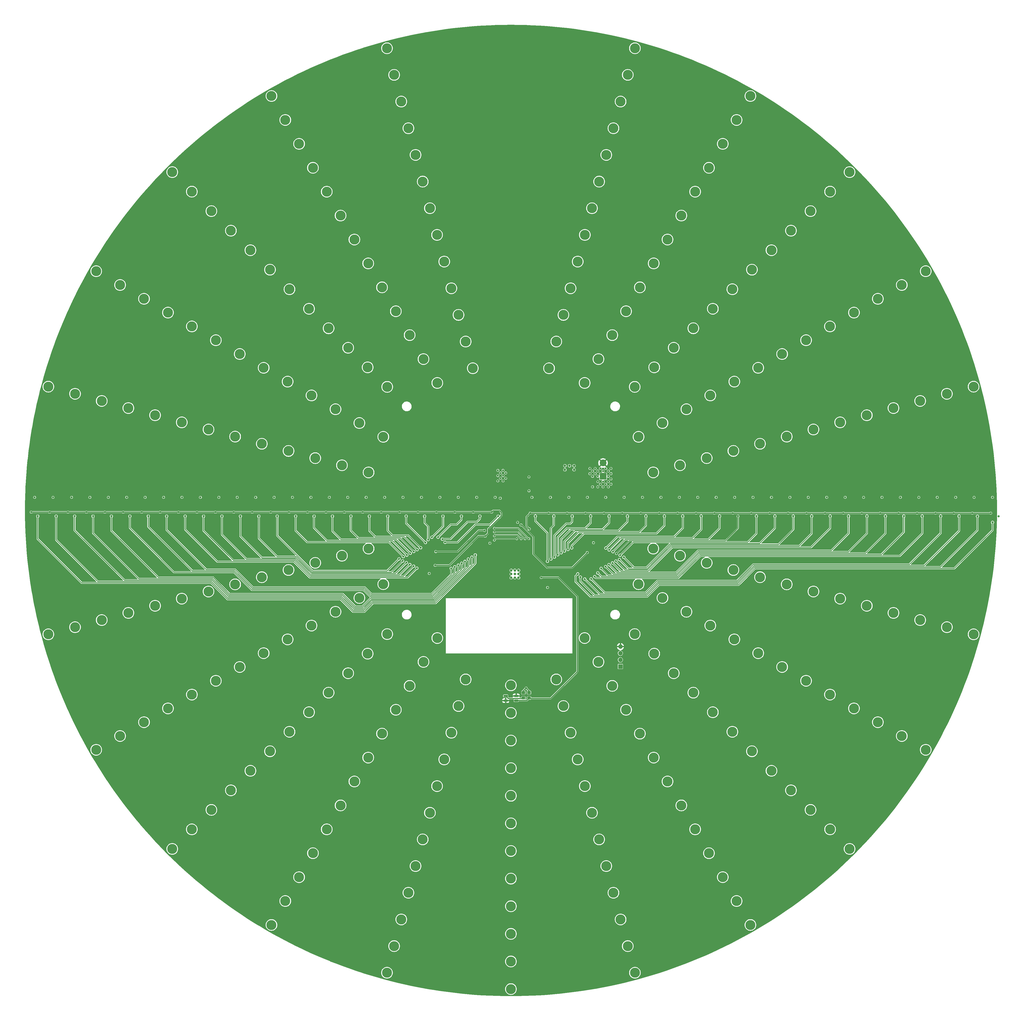
<source format=gbr>
%TF.GenerationSoftware,KiCad,Pcbnew,7.0.8*%
%TF.CreationDate,2023-11-22T15:29:50+01:00*%
%TF.ProjectId,board_fully_integrated,626f6172-645f-4667-956c-6c795f696e74,rev?*%
%TF.SameCoordinates,Original*%
%TF.FileFunction,Copper,L4,Bot*%
%TF.FilePolarity,Positive*%
%FSLAX46Y46*%
G04 Gerber Fmt 4.6, Leading zero omitted, Abs format (unit mm)*
G04 Created by KiCad (PCBNEW 7.0.8) date 2023-11-22 15:29:50*
%MOMM*%
%LPD*%
G01*
G04 APERTURE LIST*
G04 Aperture macros list*
%AMRoundRect*
0 Rectangle with rounded corners*
0 $1 Rounding radius*
0 $2 $3 $4 $5 $6 $7 $8 $9 X,Y pos of 4 corners*
0 Add a 4 corners polygon primitive as box body*
4,1,4,$2,$3,$4,$5,$6,$7,$8,$9,$2,$3,0*
0 Add four circle primitives for the rounded corners*
1,1,$1+$1,$2,$3*
1,1,$1+$1,$4,$5*
1,1,$1+$1,$6,$7*
1,1,$1+$1,$8,$9*
0 Add four rect primitives between the rounded corners*
20,1,$1+$1,$2,$3,$4,$5,0*
20,1,$1+$1,$4,$5,$6,$7,0*
20,1,$1+$1,$6,$7,$8,$9,0*
20,1,$1+$1,$8,$9,$2,$3,0*%
G04 Aperture macros list end*
%TA.AperFunction,ComponentPad*%
%ADD10C,3.800000*%
%TD*%
%TA.AperFunction,ComponentPad*%
%ADD11C,1.000000*%
%TD*%
%TA.AperFunction,ComponentPad*%
%ADD12R,1.700000X1.700000*%
%TD*%
%TA.AperFunction,ComponentPad*%
%ADD13O,1.700000X1.700000*%
%TD*%
%TA.AperFunction,SMDPad,CuDef*%
%ADD14RoundRect,0.250000X0.450000X-0.350000X0.450000X0.350000X-0.450000X0.350000X-0.450000X-0.350000X0*%
%TD*%
%TA.AperFunction,SMDPad,CuDef*%
%ADD15RoundRect,0.250000X-0.450000X0.350000X-0.450000X-0.350000X0.450000X-0.350000X0.450000X0.350000X0*%
%TD*%
%TA.AperFunction,ComponentPad*%
%ADD16C,2.600000*%
%TD*%
%TA.AperFunction,ComponentPad*%
%ADD17R,2.600000X2.600000*%
%TD*%
%TA.AperFunction,SMDPad,CuDef*%
%ADD18RoundRect,0.197500X-0.632500X0.197500X-0.632500X-0.197500X0.632500X-0.197500X0.632500X0.197500X0*%
%TD*%
%TA.AperFunction,ViaPad*%
%ADD19C,0.700000*%
%TD*%
%TA.AperFunction,ViaPad*%
%ADD20C,0.800000*%
%TD*%
%TA.AperFunction,ViaPad*%
%ADD21C,1.000000*%
%TD*%
%TA.AperFunction,Conductor*%
%ADD22C,0.400000*%
%TD*%
%TA.AperFunction,Conductor*%
%ADD23C,0.300000*%
%TD*%
G04 APERTURE END LIST*
D10*
%TO.P,H1,1*%
%TO.N,N/C*%
X225000000Y-323000000D03*
%TD*%
%TO.P,H1,1*%
%TO.N,N/C*%
X89770384Y-188765334D03*
%TD*%
%TO.P,H1,1*%
%TO.N,N/C*%
X155000000Y-346243557D03*
%TD*%
%TO.P,H1,1*%
%TO.N,N/C*%
X103756443Y-155000000D03*
%TD*%
%TO.P,H1,1*%
%TO.N,N/C*%
X170750000Y-131036244D03*
%TD*%
%TO.P,H1,1*%
%TO.N,N/C*%
X355336823Y-300250000D03*
%TD*%
%TO.P,H1,1*%
%TO.N,N/C*%
X319660731Y-250364266D03*
%TD*%
%TO.P,H1,1*%
%TO.N,N/C*%
X286871843Y-286871843D03*
%TD*%
%TO.P,H1,1*%
%TO.N,N/C*%
X140481490Y-202353334D03*
%TD*%
%TO.P,H1,1*%
%TO.N,N/C*%
X253000000Y-176502577D03*
%TD*%
%TO.P,H1,1*%
%TO.N,N/C*%
X346268813Y-346268813D03*
%TD*%
%TO.P,H1,1*%
%TO.N,N/C*%
X263952266Y-79628163D03*
%TD*%
%TO.P,H1,1*%
%TO.N,N/C*%
X300250000Y-94663177D03*
%TD*%
%TO.P,H1,1*%
%TO.N,N/C*%
X301721086Y-301721086D03*
%TD*%
%TO.P,H1,1*%
%TO.N,N/C*%
X126005051Y-126005051D03*
%TD*%
D11*
%TO.P,U60,*%
%TO.N,*%
X227890000Y-250555000D03*
X227890000Y-249155000D03*
X227890000Y-247755000D03*
X226490000Y-250555000D03*
X226490000Y-249155000D03*
X226490000Y-247755000D03*
X225090000Y-250555000D03*
X225090000Y-249155000D03*
X225090000Y-247755000D03*
%TD*%
D10*
%TO.P,H1,1*%
%TO.N,N/C*%
X268750000Y-149222777D03*
%TD*%
%TO.P,H1,1*%
%TO.N,N/C*%
X149222777Y-268750000D03*
%TD*%
%TO.P,H1,1*%
%TO.N,N/C*%
X310750000Y-76476643D03*
%TD*%
%TO.P,H1,1*%
%TO.N,N/C*%
X301721086Y-148278914D03*
%TD*%
%TO.P,H1,1*%
%TO.N,N/C*%
X170908154Y-210506133D03*
%TD*%
%TO.P,H1,1*%
%TO.N,N/C*%
X134000000Y-382616623D03*
%TD*%
%TO.P,H1,1*%
%TO.N,N/C*%
X158316044Y-186500000D03*
%TD*%
%TO.P,H1,1*%
%TO.N,N/C*%
X316570328Y-133429672D03*
%TD*%
%TO.P,H1,1*%
%TO.N,N/C*%
X266669866Y-69485942D03*
%TD*%
%TO.P,H1,1*%
%TO.N,N/C*%
X400798500Y-177894934D03*
%TD*%
%TO.P,H1,1*%
%TO.N,N/C*%
X337150290Y-160250000D03*
%TD*%
%TO.P,H1,1*%
%TO.N,N/C*%
X120197048Y-196918134D03*
%TD*%
%TO.P,H1,1*%
%TO.N,N/C*%
X180612534Y-390656279D03*
%TD*%
%TO.P,H1,1*%
%TO.N,N/C*%
X360229616Y-261234666D03*
%TD*%
%TO.P,H1,1*%
%TO.N,N/C*%
X191482934Y-350087395D03*
%TD*%
%TO.P,H1,1*%
%TO.N,N/C*%
X255799466Y-339945173D03*
%TD*%
%TO.P,H1,1*%
%TO.N,N/C*%
X331419571Y-331419571D03*
%TD*%
%TO.P,H1,1*%
%TO.N,N/C*%
X176502577Y-253000000D03*
%TD*%
D12*
%TO.P,J1,1*%
%TO.N,/V_BUS*%
X266600000Y-284350000D03*
D13*
%TO.P,J1,2*%
%TO.N,/USB_D-*%
X266600000Y-281810000D03*
%TO.P,J1,3*%
%TO.N,/USB_D+*%
X266600000Y-279270000D03*
%TO.P,J1,4*%
%TO.N,/GND*%
X266600000Y-276730000D03*
%TD*%
D10*
%TO.P,H1,1*%
%TO.N,N/C*%
X346243557Y-295000000D03*
%TD*%
%TO.P,H1,1*%
%TO.N,N/C*%
X370371837Y-186047734D03*
%TD*%
%TO.P,H1,1*%
%TO.N,N/C*%
X112849710Y-160250000D03*
%TD*%
%TO.P,H1,1*%
%TO.N,N/C*%
X316000000Y-382616623D03*
%TD*%
%TO.P,H1,1*%
%TO.N,N/C*%
X69485942Y-266669866D03*
%TD*%
%TO.P,H1,1*%
%TO.N,N/C*%
X176000000Y-309870490D03*
%TD*%
%TO.P,H1,1*%
%TO.N,N/C*%
X272022601Y-272022601D03*
%TD*%
%TO.P,H1,1*%
%TO.N,N/C*%
X258517066Y-350087395D03*
%TD*%
%TO.P,H1,1*%
%TO.N,N/C*%
X373523357Y-139250000D03*
%TD*%
%TO.P,H1,1*%
%TO.N,N/C*%
X167409311Y-191750000D03*
%TD*%
%TO.P,H1,1*%
%TO.N,N/C*%
X355336823Y-149750000D03*
%TD*%
%TO.P,H1,1*%
%TO.N,N/C*%
X67383377Y-134000000D03*
%TD*%
%TO.P,H1,1*%
%TO.N,N/C*%
X188765334Y-89770384D03*
%TD*%
%TO.P,H1,1*%
%TO.N,N/C*%
X282590689Y-258250000D03*
%TD*%
%TO.P,H1,1*%
%TO.N,N/C*%
X337150290Y-289750000D03*
%TD*%
%TO.P,H1,1*%
%TO.N,N/C*%
X225000000Y-375500000D03*
%TD*%
%TO.P,H1,1*%
%TO.N,N/C*%
X85569910Y-305500000D03*
%TD*%
%TO.P,H1,1*%
%TO.N,N/C*%
X225000000Y-354500000D03*
%TD*%
%TO.P,H1,1*%
%TO.N,N/C*%
X353693434Y-353693434D03*
%TD*%
%TO.P,H1,1*%
%TO.N,N/C*%
X139250000Y-76476643D03*
%TD*%
%TO.P,H1,1*%
%TO.N,N/C*%
X261234666Y-89770384D03*
%TD*%
%TO.P,H1,1*%
%TO.N,N/C*%
X318963756Y-279250000D03*
%TD*%
%TO.P,H1,1*%
%TO.N,N/C*%
X364430090Y-305500000D03*
%TD*%
%TO.P,H1,1*%
%TO.N,N/C*%
X120197048Y-253081866D03*
%TD*%
%TO.P,H1,1*%
%TO.N,N/C*%
X111155808Y-111155808D03*
%TD*%
%TO.P,H1,1*%
%TO.N,N/C*%
X346243557Y-155000000D03*
%TD*%
%TO.P,H1,1*%
%TO.N,N/C*%
X148278914Y-148278914D03*
%TD*%
%TO.P,H1,1*%
%TO.N,N/C*%
X160250000Y-337150290D03*
%TD*%
%TO.P,H1,1*%
%TO.N,N/C*%
X103756443Y-295000000D03*
%TD*%
%TO.P,H1,1*%
%TO.N,N/C*%
X225000000Y-291500000D03*
%TD*%
%TO.P,H1,1*%
%TO.N,N/C*%
X382616623Y-316000000D03*
%TD*%
%TO.P,H1,1*%
%TO.N,N/C*%
X94663177Y-300250000D03*
%TD*%
%TO.P,H1,1*%
%TO.N,N/C*%
X131036244Y-170750000D03*
%TD*%
%TO.P,H1,1*%
%TO.N,N/C*%
X140129510Y-176000000D03*
%TD*%
%TO.P,H1,1*%
%TO.N,N/C*%
X299376289Y-244929066D03*
%TD*%
%TO.P,H1,1*%
%TO.N,N/C*%
X199635734Y-130339269D03*
%TD*%
%TO.P,H1,1*%
%TO.N,N/C*%
X284500000Y-328057023D03*
%TD*%
%TO.P,H1,1*%
%TO.N,N/C*%
X364430090Y-144500000D03*
%TD*%
%TO.P,H1,1*%
%TO.N,N/C*%
X183330134Y-380514058D03*
%TD*%
%TO.P,H1,1*%
%TO.N,N/C*%
X279091846Y-210506133D03*
%TD*%
%TO.P,H1,1*%
%TO.N,N/C*%
X207788534Y-289234067D03*
%TD*%
%TO.P,H1,1*%
%TO.N,N/C*%
X289234067Y-207788534D03*
%TD*%
%TO.P,H1,1*%
%TO.N,N/C*%
X295000000Y-346243557D03*
%TD*%
%TO.P,H1,1*%
%TO.N,N/C*%
X76476643Y-310750000D03*
%TD*%
%TO.P,H1,1*%
%TO.N,N/C*%
X49201500Y-177894934D03*
%TD*%
%TO.P,H1,1*%
%TO.N,N/C*%
X49201500Y-272105066D03*
%TD*%
%TO.P,H1,1*%
%TO.N,N/C*%
X181250000Y-149222777D03*
%TD*%
%TO.P,H1,1*%
%TO.N,N/C*%
X197000000Y-176502577D03*
%TD*%
%TO.P,H1,1*%
%TO.N,N/C*%
X205070934Y-299376289D03*
%TD*%
%TO.P,H1,1*%
%TO.N,N/C*%
X170552778Y-279447222D03*
%TD*%
%TO.P,H1,1*%
%TO.N,N/C*%
X110054827Y-194200534D03*
%TD*%
%TO.P,H1,1*%
%TO.N,N/C*%
X253081866Y-329802952D03*
%TD*%
%TO.P,H1,1*%
%TO.N,N/C*%
X244929066Y-299376289D03*
%TD*%
%TO.P,H1,1*%
%TO.N,N/C*%
X295000000Y-103756443D03*
%TD*%
%TO.P,H1,1*%
%TO.N,N/C*%
X310750000Y-373523357D03*
%TD*%
%TO.P,H1,1*%
%TO.N,N/C*%
X319660731Y-199635734D03*
%TD*%
%TO.P,H1,1*%
%TO.N,N/C*%
X149750000Y-355336823D03*
%TD*%
%TO.P,H1,1*%
%TO.N,N/C*%
X242211466Y-160765933D03*
%TD*%
%TO.P,H1,1*%
%TO.N,N/C*%
X170552778Y-170552778D03*
%TD*%
%TO.P,H1,1*%
%TO.N,N/C*%
X309145707Y-309145707D03*
%TD*%
%TO.P,H1,1*%
%TO.N,N/C*%
X294296465Y-155703535D03*
%TD*%
%TO.P,H1,1*%
%TO.N,N/C*%
X255799466Y-110054827D03*
%TD*%
%TO.P,H1,1*%
%TO.N,N/C*%
X133429672Y-316570328D03*
%TD*%
%TO.P,H1,1*%
%TO.N,N/C*%
X274000000Y-309870490D03*
%TD*%
%TO.P,H1,1*%
%TO.N,N/C*%
X258250000Y-167409311D03*
%TD*%
%TO.P,H1,1*%
%TO.N,N/C*%
X268750000Y-300777223D03*
%TD*%
%TO.P,H1,1*%
%TO.N,N/C*%
X380514058Y-183330134D03*
%TD*%
%TO.P,H1,1*%
%TO.N,N/C*%
X273497423Y-253000000D03*
%TD*%
%TO.P,H1,1*%
%TO.N,N/C*%
X279250000Y-318963756D03*
%TD*%
%TO.P,H1,1*%
%TO.N,N/C*%
X155703535Y-155703535D03*
%TD*%
%TO.P,H1,1*%
%TO.N,N/C*%
X111155808Y-338844192D03*
%TD*%
%TO.P,H1,1*%
%TO.N,N/C*%
X79628163Y-186047734D03*
%TD*%
%TO.P,H1,1*%
%TO.N,N/C*%
X188765334Y-360229616D03*
%TD*%
%TO.P,H1,1*%
%TO.N,N/C*%
X186500000Y-291683956D03*
%TD*%
%TO.P,H1,1*%
%TO.N,N/C*%
X400798500Y-272105066D03*
%TD*%
%TO.P,H1,1*%
%TO.N,N/C*%
X323994949Y-323994949D03*
%TD*%
%TO.P,H1,1*%
%TO.N,N/C*%
X225000000Y-312500000D03*
%TD*%
%TO.P,H1,1*%
%TO.N,N/C*%
X253081866Y-120197048D03*
%TD*%
%TO.P,H1,1*%
%TO.N,N/C*%
X247646666Y-309518510D03*
%TD*%
%TO.P,H1,1*%
%TO.N,N/C*%
X163128157Y-163128157D03*
%TD*%
%TO.P,H1,1*%
%TO.N,N/C*%
X186500000Y-158316044D03*
%TD*%
%TO.P,H1,1*%
%TO.N,N/C*%
X300777223Y-181250000D03*
%TD*%
%TO.P,H1,1*%
%TO.N,N/C*%
X225000000Y-386000000D03*
%TD*%
%TO.P,H1,1*%
%TO.N,N/C*%
X289234067Y-242211466D03*
%TD*%
%TO.P,H1,1*%
%TO.N,N/C*%
X338844192Y-338844192D03*
%TD*%
%TO.P,H1,1*%
%TO.N,N/C*%
X144500000Y-85569910D03*
%TD*%
%TO.P,H1,1*%
%TO.N,N/C*%
X133429672Y-133429672D03*
%TD*%
%TO.P,H1,1*%
%TO.N,N/C*%
X284500000Y-121942977D03*
%TD*%
%TO.P,H1,1*%
%TO.N,N/C*%
X197000000Y-273497423D03*
%TD*%
%TO.P,H1,1*%
%TO.N,N/C*%
X170750000Y-318963756D03*
%TD*%
%TO.P,H1,1*%
%TO.N,N/C*%
X239493867Y-170908154D03*
%TD*%
%TO.P,H1,1*%
%TO.N,N/C*%
X225000000Y-344000000D03*
%TD*%
%TO.P,H1,1*%
%TO.N,N/C*%
X291683956Y-263500000D03*
%TD*%
%TO.P,H1,1*%
%TO.N,N/C*%
X309518510Y-202353334D03*
%TD*%
%TO.P,H1,1*%
%TO.N,N/C*%
X177977399Y-177977399D03*
%TD*%
%TO.P,H1,1*%
%TO.N,N/C*%
X180612534Y-59343721D03*
%TD*%
%TO.P,H1,1*%
%TO.N,N/C*%
X299376289Y-205070934D03*
%TD*%
%TO.P,H1,1*%
%TO.N,N/C*%
X191482934Y-99912605D03*
%TD*%
%TO.P,H1,1*%
%TO.N,N/C*%
X273497423Y-197000000D03*
%TD*%
%TO.P,H1,1*%
%TO.N,N/C*%
X225000000Y-302000000D03*
%TD*%
%TO.P,H1,1*%
%TO.N,N/C*%
X305500000Y-85569910D03*
%TD*%
%TO.P,H1,1*%
%TO.N,N/C*%
X130339269Y-250364266D03*
%TD*%
%TO.P,H1,1*%
%TO.N,N/C*%
X225000000Y-333500000D03*
%TD*%
%TO.P,H1,1*%
%TO.N,N/C*%
X99912605Y-191482934D03*
%TD*%
%TO.P,H1,1*%
%TO.N,N/C*%
X346268813Y-103731187D03*
%TD*%
%TO.P,H1,1*%
%TO.N,N/C*%
X294296465Y-294296465D03*
%TD*%
%TO.P,H1,1*%
%TO.N,N/C*%
X126005051Y-323994949D03*
%TD*%
%TO.P,H1,1*%
%TO.N,N/C*%
X390656279Y-269387466D03*
%TD*%
%TO.P,H1,1*%
%TO.N,N/C*%
X289750000Y-337150290D03*
%TD*%
%TO.P,H1,1*%
%TO.N,N/C*%
X199635734Y-319660731D03*
%TD*%
%TO.P,H1,1*%
%TO.N,N/C*%
X309870490Y-274000000D03*
%TD*%
%TO.P,H1,1*%
%TO.N,N/C*%
X258517066Y-99912605D03*
%TD*%
%TO.P,H1,1*%
%TO.N,N/C*%
X350087395Y-191482934D03*
%TD*%
%TO.P,H1,1*%
%TO.N,N/C*%
X149222777Y-181250000D03*
%TD*%
%TO.P,H1,1*%
%TO.N,N/C*%
X186047734Y-79628163D03*
%TD*%
%TO.P,H1,1*%
%TO.N,N/C*%
X329802952Y-196918134D03*
%TD*%
%TO.P,H1,1*%
%TO.N,N/C*%
X309870490Y-176000000D03*
%TD*%
%TO.P,H1,1*%
%TO.N,N/C*%
X196918134Y-120197048D03*
%TD*%
%TO.P,H1,1*%
%TO.N,N/C*%
X328057023Y-284500000D03*
%TD*%
%TO.P,H1,1*%
%TO.N,N/C*%
X194200534Y-339945173D03*
%TD*%
%TO.P,H1,1*%
%TO.N,N/C*%
X339945173Y-194200534D03*
%TD*%
%TO.P,H1,1*%
%TO.N,N/C*%
X242211466Y-289234067D03*
%TD*%
%TO.P,H1,1*%
%TO.N,N/C*%
X158316044Y-263500000D03*
%TD*%
%TO.P,H1,1*%
%TO.N,N/C*%
X194200534Y-110054827D03*
%TD*%
%TO.P,H1,1*%
%TO.N,N/C*%
X380514058Y-266669866D03*
%TD*%
%TO.P,H1,1*%
%TO.N,N/C*%
X79628163Y-263952266D03*
%TD*%
%TO.P,H1,1*%
%TO.N,N/C*%
X263500000Y-291683956D03*
%TD*%
%TO.P,H1,1*%
%TO.N,N/C*%
X263952266Y-370371837D03*
%TD*%
%TO.P,H1,1*%
%TO.N,N/C*%
X170908154Y-239493867D03*
%TD*%
%TO.P,H1,1*%
%TO.N,N/C*%
X140854293Y-309145707D03*
%TD*%
%TO.P,H1,1*%
%TO.N,N/C*%
X160765933Y-207788534D03*
%TD*%
%TO.P,H1,1*%
%TO.N,N/C*%
X353693434Y-96306566D03*
%TD*%
%TO.P,H1,1*%
%TO.N,N/C*%
X300777223Y-268750000D03*
%TD*%
%TO.P,H1,1*%
%TO.N,N/C*%
X279447222Y-279447222D03*
%TD*%
%TO.P,H1,1*%
%TO.N,N/C*%
X331419571Y-118580429D03*
%TD*%
%TO.P,H1,1*%
%TO.N,N/C*%
X309145707Y-140854293D03*
%TD*%
%TO.P,H1,1*%
%TO.N,N/C*%
X118580429Y-118580429D03*
%TD*%
%TO.P,H1,1*%
%TO.N,N/C*%
X191750000Y-282590689D03*
%TD*%
%TO.P,H1,1*%
%TO.N,N/C*%
X279091846Y-239493867D03*
%TD*%
%TO.P,H1,1*%
%TO.N,N/C*%
X269387466Y-59343721D03*
%TD*%
%TO.P,H1,1*%
%TO.N,N/C*%
X373523357Y-310750000D03*
%TD*%
%TO.P,H1,1*%
%TO.N,N/C*%
X207788534Y-160765933D03*
%TD*%
%TO.P,H1,1*%
%TO.N,N/C*%
X177894934Y-49201500D03*
%TD*%
%TO.P,H1,1*%
%TO.N,N/C*%
X205070934Y-150623711D03*
%TD*%
%TO.P,H1,1*%
%TO.N,N/C*%
X139250000Y-373523357D03*
%TD*%
%TO.P,H1,1*%
%TO.N,N/C*%
X165500000Y-121942977D03*
%TD*%
%TO.P,H1,1*%
%TO.N,N/C*%
X316570328Y-316570328D03*
%TD*%
%TO.P,H1,1*%
%TO.N,N/C*%
X160250000Y-112849710D03*
%TD*%
%TO.P,H1,1*%
%TO.N,N/C*%
X140481490Y-247646666D03*
%TD*%
%TO.P,H1,1*%
%TO.N,N/C*%
X121942977Y-165500000D03*
%TD*%
%TO.P,H1,1*%
%TO.N,N/C*%
X160765933Y-242211466D03*
%TD*%
%TO.P,H1,1*%
%TO.N,N/C*%
X89770384Y-261234666D03*
%TD*%
%TO.P,H1,1*%
%TO.N,N/C*%
X134000000Y-67383377D03*
%TD*%
%TO.P,H1,1*%
%TO.N,N/C*%
X250364266Y-319660731D03*
%TD*%
%TO.P,H1,1*%
%TO.N,N/C*%
X155703535Y-294296465D03*
%TD*%
%TO.P,H1,1*%
%TO.N,N/C*%
X328057023Y-165500000D03*
%TD*%
%TO.P,H1,1*%
%TO.N,N/C*%
X350087395Y-258517066D03*
%TD*%
%TO.P,H1,1*%
%TO.N,N/C*%
X279447222Y-170552778D03*
%TD*%
%TO.P,H1,1*%
%TO.N,N/C*%
X210506133Y-170908154D03*
%TD*%
%TO.P,H1,1*%
%TO.N,N/C*%
X305500000Y-364430090D03*
%TD*%
%TO.P,H1,1*%
%TO.N,N/C*%
X59343721Y-269387466D03*
%TD*%
%TO.P,H1,1*%
%TO.N,N/C*%
X279250000Y-131036244D03*
%TD*%
%TO.P,H1,1*%
%TO.N,N/C*%
X316000000Y-67383377D03*
%TD*%
%TO.P,H1,1*%
%TO.N,N/C*%
X177894934Y-400798500D03*
%TD*%
%TO.P,H1,1*%
%TO.N,N/C*%
X225000000Y-407000000D03*
%TD*%
%TO.P,H1,1*%
%TO.N,N/C*%
X269387466Y-390656279D03*
%TD*%
%TO.P,H1,1*%
%TO.N,N/C*%
X250364266Y-130339269D03*
%TD*%
%TO.P,H1,1*%
%TO.N,N/C*%
X309518510Y-247646666D03*
%TD*%
%TO.P,H1,1*%
%TO.N,N/C*%
X253000000Y-273497423D03*
%TD*%
%TO.P,H1,1*%
%TO.N,N/C*%
X225000000Y-396500000D03*
%TD*%
%TO.P,H1,1*%
%TO.N,N/C*%
X323994949Y-126005051D03*
%TD*%
%TO.P,H1,1*%
%TO.N,N/C*%
X390656279Y-180612534D03*
%TD*%
%TO.P,H1,1*%
%TO.N,N/C*%
X186047734Y-370371837D03*
%TD*%
%TO.P,H1,1*%
%TO.N,N/C*%
X286871843Y-163128157D03*
%TD*%
%TO.P,H1,1*%
%TO.N,N/C*%
X148278914Y-301721086D03*
%TD*%
%TO.P,H1,1*%
%TO.N,N/C*%
X163128157Y-286871843D03*
%TD*%
%TO.P,H1,1*%
%TO.N,N/C*%
X177977399Y-272022601D03*
%TD*%
%TO.P,H1,1*%
%TO.N,N/C*%
X121942977Y-284500000D03*
%TD*%
%TO.P,H1,1*%
%TO.N,N/C*%
X103731187Y-346268813D03*
%TD*%
%TO.P,H1,1*%
%TO.N,N/C*%
X59343721Y-180612534D03*
%TD*%
%TO.P,H1,1*%
%TO.N,N/C*%
X274000000Y-140129510D03*
%TD*%
%TO.P,H1,1*%
%TO.N,N/C*%
X112849710Y-289750000D03*
%TD*%
%TO.P,H1,1*%
%TO.N,N/C*%
X85569910Y-144500000D03*
%TD*%
%TO.P,H1,1*%
%TO.N,N/C*%
X339945173Y-255799466D03*
%TD*%
%TO.P,H1,1*%
%TO.N,N/C*%
X110054827Y-255799466D03*
%TD*%
%TO.P,H1,1*%
%TO.N,N/C*%
X149750000Y-94663177D03*
%TD*%
%TO.P,H1,1*%
%TO.N,N/C*%
X99912605Y-258517066D03*
%TD*%
%TO.P,H1,1*%
%TO.N,N/C*%
X165500000Y-328057023D03*
%TD*%
%TO.P,H1,1*%
%TO.N,N/C*%
X338844192Y-111155808D03*
%TD*%
%TO.P,H1,1*%
%TO.N,N/C*%
X263500000Y-158316044D03*
%TD*%
%TO.P,H1,1*%
%TO.N,N/C*%
X140854293Y-140854293D03*
%TD*%
%TO.P,H1,1*%
%TO.N,N/C*%
X318963756Y-170750000D03*
%TD*%
%TO.P,H1,1*%
%TO.N,N/C*%
X247646666Y-140481490D03*
%TD*%
%TO.P,H1,1*%
%TO.N,N/C*%
X131036244Y-279250000D03*
%TD*%
%TO.P,H1,1*%
%TO.N,N/C*%
X176000000Y-140129510D03*
%TD*%
%TO.P,H1,1*%
%TO.N,N/C*%
X150623711Y-244929066D03*
%TD*%
%TO.P,H1,1*%
%TO.N,N/C*%
X272105066Y-49201500D03*
%TD*%
%TO.P,H1,1*%
%TO.N,N/C*%
X360229616Y-188765334D03*
%TD*%
%TO.P,H1,1*%
%TO.N,N/C*%
X196918134Y-329802952D03*
%TD*%
%TO.P,H1,1*%
%TO.N,N/C*%
X155000000Y-103756443D03*
%TD*%
%TO.P,H1,1*%
%TO.N,N/C*%
X289750000Y-112849710D03*
%TD*%
%TO.P,H1,1*%
%TO.N,N/C*%
X300250000Y-355336823D03*
%TD*%
%TO.P,H1,1*%
%TO.N,N/C*%
X76476643Y-139250000D03*
%TD*%
%TO.P,H1,1*%
%TO.N,N/C*%
X261234666Y-360229616D03*
%TD*%
%TO.P,H1,1*%
%TO.N,N/C*%
X150623711Y-205070934D03*
%TD*%
%TO.P,H1,1*%
%TO.N,N/C*%
X103731187Y-103731187D03*
%TD*%
%TO.P,H1,1*%
%TO.N,N/C*%
X130339269Y-199635734D03*
%TD*%
%TO.P,H1,1*%
%TO.N,N/C*%
X272105066Y-400798500D03*
%TD*%
%TO.P,H1,1*%
%TO.N,N/C*%
X258250000Y-282590689D03*
%TD*%
%TO.P,H1,1*%
%TO.N,N/C*%
X69485942Y-183330134D03*
%TD*%
%TO.P,H1,1*%
%TO.N,N/C*%
X181250000Y-300777223D03*
%TD*%
%TO.P,H1,1*%
%TO.N,N/C*%
X329802952Y-253081866D03*
%TD*%
%TO.P,H1,1*%
%TO.N,N/C*%
X96306566Y-96306566D03*
%TD*%
%TO.P,H1,1*%
%TO.N,N/C*%
X202353334Y-309518510D03*
%TD*%
%TO.P,H1,1*%
%TO.N,N/C*%
X183330134Y-69485942D03*
%TD*%
%TO.P,H1,1*%
%TO.N,N/C*%
X291683956Y-186500000D03*
%TD*%
%TO.P,H1,1*%
%TO.N,N/C*%
X225000000Y-365000000D03*
%TD*%
%TO.P,H1,1*%
%TO.N,N/C*%
X272022601Y-177977399D03*
%TD*%
%TO.P,H1,1*%
%TO.N,N/C*%
X191750000Y-167409311D03*
%TD*%
%TO.P,H1,1*%
%TO.N,N/C*%
X94663177Y-149750000D03*
%TD*%
%TO.P,H1,1*%
%TO.N,N/C*%
X140129510Y-274000000D03*
%TD*%
%TO.P,H1,1*%
%TO.N,N/C*%
X244929066Y-150623711D03*
%TD*%
%TO.P,H1,1*%
%TO.N,N/C*%
X67383377Y-316000000D03*
%TD*%
%TO.P,H1,1*%
%TO.N,N/C*%
X282590689Y-191750000D03*
%TD*%
%TO.P,H1,1*%
%TO.N,N/C*%
X266669866Y-380514058D03*
%TD*%
%TO.P,H1,1*%
%TO.N,N/C*%
X202353334Y-140481490D03*
%TD*%
%TO.P,H1,1*%
%TO.N,N/C*%
X382616623Y-134000000D03*
%TD*%
%TO.P,H1,1*%
%TO.N,N/C*%
X167409311Y-258250000D03*
%TD*%
%TO.P,H1,1*%
%TO.N,N/C*%
X370371837Y-263952266D03*
%TD*%
%TO.P,H1,1*%
%TO.N,N/C*%
X144500000Y-364430090D03*
%TD*%
%TO.P,H1,1*%
%TO.N,N/C*%
X96306566Y-353693434D03*
%TD*%
%TO.P,H1,1*%
%TO.N,N/C*%
X176502577Y-197000000D03*
%TD*%
%TO.P,H1,1*%
%TO.N,N/C*%
X118580429Y-331419571D03*
%TD*%
D14*
%TO.P,R2,1*%
%TO.N,/QRE_OUT*%
X231851999Y-296250000D03*
%TO.P,R2,2*%
%TO.N,/3.3V*%
X231851999Y-294250000D03*
%TD*%
D15*
%TO.P,R1,1*%
%TO.N,/3.3V*%
X229750000Y-294250000D03*
%TO.P,R1,2*%
%TO.N,Net-(U35-A)*%
X229750000Y-296250000D03*
%TD*%
D16*
%TO.P,J11,2,Pin_2*%
%TO.N,/GND*%
X260000000Y-206920000D03*
D17*
%TO.P,J11,1,Pin_1*%
%TO.N,/5V*%
X260000000Y-212000000D03*
%TD*%
D18*
%TO.P,U35,1,A*%
%TO.N,Net-(U35-A)*%
X223000000Y-295500000D03*
%TO.P,U35,2,K*%
%TO.N,/GND*%
X227000000Y-295500000D03*
%TO.P,U35,3*%
%TO.N,/QRE_OUT*%
X227000000Y-297300000D03*
%TO.P,U35,4*%
%TO.N,/GND*%
X223000000Y-297300000D03*
%TD*%
D19*
%TO.N,/GND*%
X223869501Y-230454672D03*
D20*
X229750000Y-218000000D03*
%TO.N,/5V*%
X262000000Y-216000000D03*
X260000000Y-216000000D03*
X258000000Y-216000000D03*
X256000000Y-216000000D03*
X263000000Y-215000000D03*
X261000000Y-215000000D03*
X259000000Y-215000000D03*
X262000000Y-214000000D03*
X260000000Y-214000000D03*
X258000000Y-214000000D03*
X263000000Y-213000000D03*
X262000000Y-212000000D03*
X258000000Y-212000000D03*
X256000000Y-212000000D03*
X263000000Y-211000000D03*
X257000000Y-211000000D03*
X255000000Y-211000000D03*
X262000000Y-210000000D03*
X260000000Y-210000000D03*
X258000000Y-210000000D03*
X256000000Y-210000000D03*
X263000000Y-209000000D03*
X261000000Y-209000000D03*
X259000000Y-209000000D03*
X257000000Y-209000000D03*
X255000000Y-209000000D03*
X222003431Y-213740384D03*
X220003431Y-213740384D03*
X223003431Y-212740384D03*
X221003431Y-212740384D03*
X222003431Y-211740384D03*
X220003431Y-211740384D03*
X223003431Y-210740384D03*
X221003431Y-210740384D03*
X222003431Y-209740384D03*
X220003431Y-209740384D03*
%TO.N,/GND*%
X226982829Y-220971152D03*
X226999199Y-218169334D03*
X227019873Y-214644700D03*
X227019873Y-211144700D03*
X227019873Y-207644700D03*
D21*
%TO.N,/3.3V*%
X249000000Y-209500000D03*
X245500000Y-209500000D03*
D20*
%TO.N,/GND*%
X227034570Y-43149006D03*
D21*
%TO.N,/3.3V*%
X249000000Y-208000000D03*
X247250000Y-208000000D03*
X245500000Y-208000000D03*
D19*
%TO.N,/GND*%
X229902429Y-254422864D03*
X221186487Y-254371594D03*
X229916523Y-243747939D03*
X221130854Y-243747939D03*
X176500000Y-243000000D03*
D20*
X410281534Y-227167195D03*
X403281534Y-227167195D03*
X396281534Y-227167195D03*
X389281534Y-227167195D03*
X382281534Y-227167195D03*
X375281534Y-227167195D03*
X368281534Y-227167195D03*
X361281534Y-227167195D03*
X354281534Y-227167195D03*
X347281534Y-227167195D03*
X340281534Y-227167195D03*
X333281534Y-227167195D03*
X326281534Y-227167195D03*
X319281534Y-227167195D03*
X312281534Y-227167195D03*
X305281534Y-227167195D03*
X298281534Y-227167195D03*
X291281534Y-227167195D03*
X284281534Y-227167195D03*
X277281534Y-227167195D03*
X270281534Y-227167195D03*
X263281534Y-227167195D03*
X256281534Y-227167195D03*
X249281534Y-227167195D03*
X242281534Y-227167195D03*
X235285490Y-227153991D03*
D19*
%TO.N,/CLK unbuffered*%
X228875000Y-235750100D03*
X218700000Y-234650100D03*
%TO.N,/MISO unbuffered*%
X231775000Y-235725100D03*
X218675000Y-231750100D03*
%TO.N,/MOSI unbuffered*%
X218700000Y-236275100D03*
X227250000Y-235750100D03*
%TO.N,/CS1 unbuffered*%
X230375000Y-235750100D03*
X218700000Y-233150100D03*
%TO.N,/GND*%
X343750000Y-205750000D03*
D20*
X246000000Y-220000000D03*
D19*
X186661952Y-253098000D03*
X399250000Y-230500000D03*
X241000000Y-215729485D03*
X92250000Y-233000000D03*
X353750000Y-254500000D03*
X186250000Y-195750000D03*
X235110600Y-257940800D03*
X206250000Y-175750000D03*
X56000000Y-215750000D03*
X203360600Y-257940800D03*
X255500000Y-235250000D03*
D20*
X288000000Y-220000000D03*
D19*
X248725000Y-267415000D03*
X336000000Y-230500000D03*
X313750000Y-264500000D03*
X214752534Y-279750000D03*
X87500000Y-243250000D03*
X66000000Y-205750000D03*
X304000000Y-244000000D03*
D20*
X309000000Y-220000000D03*
D19*
X364000000Y-230500000D03*
D20*
X210165760Y-224752933D03*
D19*
X209672534Y-279750000D03*
D20*
X365325000Y-225073597D03*
D19*
X96000000Y-254750000D03*
X294750000Y-230500000D03*
X208440600Y-257940800D03*
D20*
X245250000Y-211859232D03*
D19*
X126000000Y-215750000D03*
D20*
X337325000Y-225073597D03*
D19*
X236342534Y-279750000D03*
D20*
X227019873Y-102644700D03*
D19*
X363750000Y-254500000D03*
X223642534Y-279750000D03*
X253857923Y-185729485D03*
X232532534Y-279750000D03*
D20*
X239325000Y-225073597D03*
D19*
X233857923Y-205729485D03*
X199855400Y-259845800D03*
D20*
X179183400Y-227144632D03*
D19*
X199855400Y-275085800D03*
X147500000Y-233000000D03*
D20*
X224601833Y-224079633D03*
D19*
X387750000Y-243750000D03*
X329000000Y-230500000D03*
D20*
X227019873Y-78144700D03*
D19*
X238882534Y-279750000D03*
D20*
X137183400Y-227144632D03*
D19*
X166000000Y-205750000D03*
D20*
X253325000Y-225073597D03*
D19*
X206500000Y-294500000D03*
X199855400Y-266195800D03*
D20*
X182990000Y-220000000D03*
D19*
X248725000Y-277575000D03*
X209710600Y-257940800D03*
X228760600Y-257940800D03*
X133000000Y-233000000D03*
X305750000Y-249750000D03*
X240190600Y-257940800D03*
X237650600Y-257940800D03*
X246480000Y-279750000D03*
X233840600Y-257940800D03*
D20*
X235346370Y-208299942D03*
D19*
X243500000Y-294500000D03*
X136500000Y-250750000D03*
X96000000Y-243000000D03*
D20*
X116183400Y-227144632D03*
X227019873Y-169144700D03*
X77165760Y-224752933D03*
X227019873Y-64144700D03*
D19*
X394250000Y-243750000D03*
X206250000Y-195750000D03*
X257750000Y-230500000D03*
D20*
X91990000Y-220000000D03*
X133165760Y-224752933D03*
D19*
X210950000Y-239550000D03*
X246502534Y-279750000D03*
D20*
X70165760Y-224752933D03*
X57028403Y-219986776D03*
D19*
X333750000Y-254500000D03*
X279750000Y-230500000D03*
X246500000Y-249000000D03*
X66000000Y-243000000D03*
X166500000Y-264750000D03*
D20*
X229569497Y-229948520D03*
D19*
X248724602Y-278897830D03*
X46000000Y-233000000D03*
X373750000Y-254500000D03*
D20*
X227019873Y-200644700D03*
D19*
X86000000Y-233000000D03*
X125750000Y-241500000D03*
D20*
X227019873Y-99144700D03*
D19*
X245000000Y-245500000D03*
D20*
X161990000Y-220000000D03*
D19*
X248725000Y-273765000D03*
X203322534Y-279750000D03*
X233500000Y-294500000D03*
D20*
X358000000Y-220000000D03*
D19*
X323750000Y-215750000D03*
X105250000Y-233000000D03*
D20*
X372325000Y-225073597D03*
X217990000Y-220000000D03*
D19*
X136000000Y-215750000D03*
D20*
X351325000Y-225073597D03*
X227019873Y-116644700D03*
D19*
X218600600Y-257940800D03*
D20*
X147990000Y-220000000D03*
D19*
X186250000Y-215750000D03*
X225000000Y-284500000D03*
D20*
X189990000Y-220000000D03*
D19*
X106000000Y-254750000D03*
X199855400Y-277625800D03*
D20*
X393325000Y-225073597D03*
X189165760Y-224752933D03*
D19*
X246540600Y-257940800D03*
X404750000Y-230500000D03*
D20*
X49990000Y-220000000D03*
D19*
X293750000Y-249250000D03*
X196500000Y-304500000D03*
X216060600Y-257940800D03*
D20*
X330325000Y-225073597D03*
D19*
X199855400Y-258575800D03*
X115250000Y-243000000D03*
X86000000Y-264750000D03*
X96000000Y-205750000D03*
D20*
X227019873Y-197144700D03*
D19*
X333750000Y-205750000D03*
X270250000Y-254250000D03*
X175250000Y-233098000D03*
X221140600Y-257940800D03*
X236380600Y-257940800D03*
D20*
X60183400Y-227144632D03*
D19*
X191250000Y-233000000D03*
D20*
X175165760Y-224752933D03*
X227019873Y-204144700D03*
D19*
X86000000Y-254750000D03*
X126000000Y-233000000D03*
D20*
X74183400Y-227144632D03*
X140990000Y-220000000D03*
D19*
X216500000Y-284500000D03*
X70500000Y-233000000D03*
D20*
X123183400Y-227144632D03*
D19*
X76000000Y-215750000D03*
X56000000Y-205750000D03*
X166000000Y-243000000D03*
X264000000Y-230500000D03*
D20*
X42990000Y-220000000D03*
D19*
X196500000Y-294500000D03*
X207170600Y-257940800D03*
D20*
X260000000Y-220000000D03*
X227019873Y-127144700D03*
D19*
X98750000Y-233000000D03*
X283750000Y-254500000D03*
X200820600Y-257940800D03*
X126000000Y-205750000D03*
X219870600Y-257940800D03*
X199855400Y-261115800D03*
X403750000Y-205750000D03*
D20*
X227019873Y-165644700D03*
X84990000Y-220000000D03*
D19*
X244000600Y-257940800D03*
X263857923Y-195729485D03*
X233857923Y-185729485D03*
D20*
X260325000Y-225073597D03*
D19*
X79000000Y-243000000D03*
D20*
X281000000Y-220000000D03*
D19*
X241422534Y-279750000D03*
D20*
X227019873Y-130644700D03*
X227019873Y-74644700D03*
D19*
X251000000Y-230500000D03*
D20*
X88183400Y-227144632D03*
D19*
X201500000Y-233750000D03*
X242730600Y-257940800D03*
X333750000Y-215750000D03*
D20*
X119990000Y-220000000D03*
D19*
X184000000Y-233000000D03*
X248725000Y-272495000D03*
X333750000Y-243750000D03*
X206250000Y-185750000D03*
X253500000Y-304500000D03*
X222410600Y-257940800D03*
D20*
X227019873Y-67644700D03*
X227019873Y-88644700D03*
X105990000Y-220000000D03*
D19*
X315000000Y-244000000D03*
X381250000Y-243750000D03*
D20*
X217165760Y-224752933D03*
D19*
X350000000Y-230500000D03*
D20*
X227019873Y-85144700D03*
X214183400Y-227144632D03*
D19*
X393750000Y-215750000D03*
D20*
X227019873Y-186644700D03*
D19*
X199855400Y-276355800D03*
D20*
X235346370Y-214217007D03*
D19*
X243857923Y-185729485D03*
X235072534Y-279750000D03*
X146500000Y-240250000D03*
D20*
X49165760Y-224752933D03*
D19*
X196250000Y-185750000D03*
X248725000Y-259795000D03*
D20*
X302000000Y-220000000D03*
X400000000Y-220000000D03*
X182165760Y-224752933D03*
D19*
X176500000Y-264750000D03*
X343750000Y-215750000D03*
X283750000Y-215750000D03*
X383750000Y-264500000D03*
D20*
X126165760Y-224752933D03*
X227019873Y-95644700D03*
D19*
X199847106Y-278952169D03*
D20*
X365000000Y-220000000D03*
D19*
X116000000Y-215750000D03*
X206250000Y-215750000D03*
D20*
X227019873Y-106144700D03*
X220203596Y-226159690D03*
D19*
X248725000Y-262335000D03*
X242670000Y-279750000D03*
X106000000Y-205750000D03*
D20*
X46183400Y-227144632D03*
X144183400Y-227144632D03*
D19*
X333750000Y-264500000D03*
X216250000Y-215750000D03*
D20*
X316000000Y-220000000D03*
D19*
X236500000Y-235000000D03*
D20*
X281325000Y-225073597D03*
X232926503Y-232000000D03*
X227019873Y-151644700D03*
D19*
X363750000Y-215750000D03*
D20*
X102183400Y-227144632D03*
D19*
X136500000Y-240000000D03*
X210942534Y-279750000D03*
X248725000Y-276305000D03*
X245210000Y-279750000D03*
D20*
X227019873Y-137644700D03*
D19*
X196500000Y-284500000D03*
X240130000Y-279750000D03*
D20*
X232000000Y-220000000D03*
X245258280Y-210948385D03*
D19*
X264750000Y-215750000D03*
X282250000Y-238000000D03*
D20*
X227019873Y-120144700D03*
D19*
X248725000Y-268685000D03*
D20*
X215225000Y-235678003D03*
D19*
X106000000Y-264750000D03*
D20*
X274325000Y-225073597D03*
D19*
X233857923Y-175729485D03*
D20*
X214996267Y-231674653D03*
X227019873Y-109644700D03*
D19*
X116000000Y-264750000D03*
X232570600Y-257940800D03*
D20*
X225340939Y-225919306D03*
D19*
X247772534Y-279750000D03*
D20*
X344000000Y-220000000D03*
X254926503Y-241000000D03*
D19*
X233802534Y-279750000D03*
X403500000Y-243750000D03*
X199855400Y-267465800D03*
X323750000Y-254500000D03*
X199855400Y-270005800D03*
X219832534Y-279750000D03*
D20*
X407325000Y-225073597D03*
D19*
X96000000Y-215750000D03*
D20*
X267000000Y-220000000D03*
D19*
X343750000Y-254500000D03*
X166000000Y-252250000D03*
D20*
X161165760Y-224752933D03*
D19*
X136000000Y-264750000D03*
D20*
X379000000Y-220000000D03*
D19*
X224912534Y-279750000D03*
X212212534Y-279750000D03*
D20*
X112990000Y-220000000D03*
X386325000Y-225073597D03*
X203990000Y-220000000D03*
X195161952Y-245838309D03*
X67183400Y-227144632D03*
D19*
X86000000Y-205750000D03*
X243962534Y-279750000D03*
X213520600Y-257940800D03*
D20*
X236516273Y-251426360D03*
D19*
X216250000Y-175750000D03*
X205900600Y-257940800D03*
D20*
X158183400Y-227144632D03*
D19*
X393750000Y-205750000D03*
D20*
X193183400Y-227144632D03*
D19*
X77250000Y-233000000D03*
X204592534Y-279750000D03*
D20*
X227019873Y-176144700D03*
D19*
X384750000Y-230500000D03*
D20*
X252000000Y-211000000D03*
D19*
X176250000Y-215750000D03*
D20*
X330000000Y-220000000D03*
D19*
X156000000Y-205750000D03*
D20*
X234680921Y-217487174D03*
D19*
X56000000Y-243000000D03*
X216250000Y-185750000D03*
X186250000Y-205750000D03*
X353750000Y-264500000D03*
D20*
X105165760Y-224752933D03*
D19*
X56000000Y-264750000D03*
X216500000Y-294500000D03*
X275250000Y-244000000D03*
X202052534Y-279750000D03*
X139250000Y-233000000D03*
D20*
X151183400Y-227144632D03*
D19*
X253857923Y-205729485D03*
X353750000Y-215750000D03*
X313750000Y-205750000D03*
X216250000Y-195750000D03*
X253500000Y-294500000D03*
D20*
X216025000Y-237450000D03*
D19*
X313750000Y-215750000D03*
X241460600Y-257940800D03*
X243857923Y-175729485D03*
X233500000Y-284500000D03*
X229992534Y-279750000D03*
D20*
X226553957Y-229496621D03*
D19*
X146500000Y-264750000D03*
X76000000Y-264750000D03*
X322000000Y-230500000D03*
X106000000Y-215750000D03*
X248725000Y-269955000D03*
X284000000Y-244000000D03*
X112250000Y-233000000D03*
D20*
X227019873Y-193644700D03*
X70990000Y-220000000D03*
X227019873Y-134144700D03*
X323000000Y-220000000D03*
X191830779Y-247514539D03*
D19*
X378000000Y-230500000D03*
X216250000Y-205750000D03*
X303750000Y-254500000D03*
X383750000Y-254500000D03*
D20*
X81183400Y-227144632D03*
X95183400Y-227144632D03*
X133990000Y-220000000D03*
D19*
X303750000Y-215750000D03*
D20*
X53183400Y-227144632D03*
D19*
X146000000Y-215750000D03*
X116500000Y-250750000D03*
D20*
X98165760Y-224752933D03*
D19*
X202090600Y-257940800D03*
X271750000Y-230500000D03*
X208402534Y-279750000D03*
X167500000Y-233000000D03*
D20*
X119165760Y-224752933D03*
D19*
X393750000Y-254500000D03*
X286500000Y-230500000D03*
X283750000Y-264500000D03*
X248725000Y-263605000D03*
X293750000Y-215750000D03*
X204630600Y-257940800D03*
X403750000Y-215750000D03*
X248725000Y-258525000D03*
D20*
X227019873Y-113144700D03*
D19*
X353750000Y-243750000D03*
D20*
X227019873Y-190144700D03*
X195507523Y-240625474D03*
D19*
X63250000Y-233000000D03*
D20*
X407000000Y-220000000D03*
X207183400Y-227144632D03*
D19*
X86000000Y-215750000D03*
X199855400Y-273815800D03*
X222460298Y-279759028D03*
X303750000Y-264500000D03*
X199855400Y-262385800D03*
X72500000Y-243000000D03*
D20*
X251171053Y-237223329D03*
X227019873Y-141144700D03*
X168165760Y-224752933D03*
D19*
X231300600Y-257940800D03*
D20*
X200183400Y-227144632D03*
D19*
X245232534Y-279750000D03*
X196250000Y-215750000D03*
X242750000Y-254250000D03*
X357000000Y-230500000D03*
X393750000Y-264500000D03*
D20*
X186183400Y-227144632D03*
X302325000Y-225073597D03*
D19*
X392500000Y-230500000D03*
D20*
X98990000Y-220000000D03*
X203165760Y-224752933D03*
D19*
X213331800Y-254397600D03*
D20*
X231307163Y-234301044D03*
D19*
X214790600Y-257940800D03*
D20*
X91165760Y-224752933D03*
D19*
X314750000Y-230500000D03*
D20*
X227019873Y-148144700D03*
X147165760Y-224752933D03*
D19*
X273857923Y-215729485D03*
D20*
X351000000Y-220000000D03*
D19*
X226220600Y-257940800D03*
D20*
X227019873Y-179644700D03*
X393000000Y-220000000D03*
D19*
X206250000Y-205750000D03*
X373750000Y-215750000D03*
D20*
X267325000Y-225073597D03*
X274000000Y-220000000D03*
X227019873Y-155144700D03*
X227019873Y-50144700D03*
D19*
X156000000Y-243000000D03*
X231262534Y-279750000D03*
X253857923Y-195729485D03*
X195750000Y-231250000D03*
X96000000Y-264750000D03*
X253500000Y-284500000D03*
X216500000Y-304500000D03*
X233500000Y-304500000D03*
X283750000Y-205750000D03*
X116000000Y-205750000D03*
D20*
X246325000Y-225073597D03*
D19*
X273857923Y-205729485D03*
D20*
X227019873Y-81644700D03*
D19*
X66000000Y-264750000D03*
X253750000Y-264250000D03*
X161250000Y-233000000D03*
X241400000Y-279750000D03*
D20*
X63165760Y-224752933D03*
X232831570Y-225224347D03*
D19*
X227490600Y-257940800D03*
X206500000Y-284500000D03*
X213482534Y-279750000D03*
X156000000Y-215750000D03*
X56000000Y-254750000D03*
D20*
X260000000Y-237500000D03*
X154990000Y-220000000D03*
D19*
X196250000Y-195750000D03*
X166000000Y-215750000D03*
X207500000Y-232250000D03*
D20*
X245250000Y-212786640D03*
X227019873Y-92144700D03*
D19*
X248725000Y-264875000D03*
X247750000Y-279750000D03*
D20*
X337000000Y-220000000D03*
D19*
X243857923Y-195729485D03*
X243500000Y-304500000D03*
D20*
X217425000Y-232200100D03*
X227019873Y-144644700D03*
D19*
X248725000Y-266145000D03*
D20*
X295000000Y-220000000D03*
X112165760Y-224752933D03*
D19*
X46000000Y-254750000D03*
X226182534Y-279750000D03*
D20*
X109183400Y-227144632D03*
D19*
X292500000Y-240750000D03*
X218562534Y-279750000D03*
D20*
X400325000Y-225073597D03*
D19*
X293750000Y-205750000D03*
X210980600Y-257940800D03*
D20*
X316325000Y-225073597D03*
D19*
X371000000Y-230500000D03*
X373750000Y-243750000D03*
X196250000Y-205750000D03*
X363750000Y-205750000D03*
X126000000Y-264750000D03*
X46000000Y-205750000D03*
D20*
X227019873Y-46644700D03*
X154165760Y-224752933D03*
D19*
X240152534Y-279750000D03*
X46000000Y-215750000D03*
D20*
X210990000Y-220000000D03*
X344325000Y-225073597D03*
D19*
X403750000Y-254500000D03*
X206661952Y-253098000D03*
X383750000Y-205750000D03*
D20*
X295325000Y-225073597D03*
D19*
X217330600Y-257940800D03*
D20*
X77990000Y-220000000D03*
X379325000Y-225073597D03*
X175990000Y-220000000D03*
D19*
X243857923Y-205729485D03*
X66000000Y-254750000D03*
X230030600Y-257940800D03*
X223680600Y-257940800D03*
X221102534Y-279750000D03*
X118500000Y-233000000D03*
D20*
X358325000Y-225073597D03*
D19*
X273857923Y-264479485D03*
D20*
X227019873Y-57144700D03*
D19*
X233857923Y-195729485D03*
X199855400Y-268735800D03*
X383750000Y-215750000D03*
X108250000Y-243000000D03*
X263857923Y-205729485D03*
D20*
X63990000Y-220000000D03*
X309325000Y-225073597D03*
X227019873Y-60644700D03*
X227019873Y-158644700D03*
D19*
X199855400Y-264925800D03*
D20*
X199161952Y-248977600D03*
D19*
X323750000Y-205750000D03*
D20*
X227019873Y-71144700D03*
X168990000Y-220000000D03*
D19*
X206500000Y-304500000D03*
X146000000Y-205750000D03*
D20*
X372000000Y-220000000D03*
X227019873Y-183144700D03*
D19*
X76000000Y-254750000D03*
X262250000Y-235500000D03*
X176250000Y-205750000D03*
X238920600Y-257940800D03*
D20*
X227019873Y-172644700D03*
D19*
X146500000Y-252250000D03*
X243500000Y-284500000D03*
X253750000Y-244250000D03*
X102250000Y-243000000D03*
D20*
X165183400Y-227144632D03*
D19*
X212250600Y-257940800D03*
X56000000Y-233000000D03*
X307750000Y-230500000D03*
D20*
X253038403Y-219986776D03*
X130183400Y-227144632D03*
D19*
X205862534Y-279750000D03*
D20*
X56165760Y-224752933D03*
D19*
X303750000Y-205750000D03*
X353750000Y-205750000D03*
X199855400Y-272545800D03*
D20*
X196165760Y-224752933D03*
X140165760Y-224752933D03*
D19*
X224950600Y-257940800D03*
D20*
X227019873Y-123644700D03*
D19*
X216022534Y-279750000D03*
X200782534Y-279750000D03*
X228722534Y-279750000D03*
X343000000Y-230500000D03*
X245270600Y-257940800D03*
X199855400Y-271275800D03*
D20*
X323325000Y-225073597D03*
D19*
X66000000Y-215750000D03*
D20*
X172183400Y-227144632D03*
D19*
X248725000Y-261065000D03*
X196661952Y-263098000D03*
X237612534Y-279750000D03*
X242692534Y-279750000D03*
X247810600Y-257940800D03*
D20*
X288325000Y-225073597D03*
D19*
X271750000Y-241000000D03*
X243940000Y-279750000D03*
X136000000Y-205750000D03*
D20*
X234692741Y-212221718D03*
D19*
X227452534Y-279750000D03*
X323750000Y-264500000D03*
X343750000Y-264500000D03*
D20*
X227019873Y-162144700D03*
D19*
X373750000Y-264500000D03*
X207132534Y-279750000D03*
X76000000Y-205750000D03*
X248725000Y-275035000D03*
X217292534Y-279750000D03*
X238860000Y-279750000D03*
X373750000Y-205750000D03*
D20*
X239000000Y-220000000D03*
X227019873Y-53644700D03*
D19*
X301000000Y-230500000D03*
X248725000Y-271225000D03*
D20*
X126990000Y-220000000D03*
D19*
X199855400Y-263655800D03*
D20*
X196990000Y-220000000D03*
X386000000Y-220000000D03*
X84165760Y-224752933D03*
D19*
X363750000Y-264500000D03*
X155000000Y-233000000D03*
X46000000Y-243000000D03*
D20*
%TO.N,/3.3V*%
X254037746Y-219986776D03*
X64989343Y-220000000D03*
X134989343Y-220000000D03*
X316999343Y-220000000D03*
X330999343Y-220000000D03*
X400999343Y-220000000D03*
X232975000Y-220000000D03*
X274999343Y-220000000D03*
X239999343Y-220000000D03*
X217000000Y-237425000D03*
X281999343Y-220000000D03*
X106989343Y-220000000D03*
X407999343Y-220000000D03*
X309999343Y-220000000D03*
X218989343Y-220000000D03*
X220943133Y-220315244D03*
X176989343Y-220000000D03*
X127989343Y-220000000D03*
X155989343Y-220000000D03*
X227525000Y-229500000D03*
X238911000Y-254278100D03*
X50989343Y-220000000D03*
X323999343Y-220000000D03*
X99989343Y-220000000D03*
X302999343Y-220000000D03*
X260999343Y-220000000D03*
X386999343Y-220000000D03*
X365999343Y-220000000D03*
X379999343Y-220000000D03*
X344999343Y-220000000D03*
X190989343Y-220000000D03*
X337999343Y-220000000D03*
X351999343Y-220000000D03*
X148989343Y-220000000D03*
X120989343Y-220000000D03*
X295999343Y-220000000D03*
X71989343Y-220000000D03*
X372999343Y-220000000D03*
X267999343Y-220000000D03*
X92989343Y-220000000D03*
X58027746Y-219986776D03*
X169989343Y-220000000D03*
X211989343Y-220000000D03*
X204989343Y-220000000D03*
X43989343Y-220000000D03*
X183989343Y-220000000D03*
X230750000Y-292500000D03*
X393999343Y-220000000D03*
X197989343Y-220000000D03*
X162989343Y-220000000D03*
X113989343Y-220000000D03*
X358999343Y-220000000D03*
X246999343Y-220000000D03*
X78989343Y-220000000D03*
X141989343Y-220000000D03*
X193953000Y-248939000D03*
X85989343Y-220000000D03*
X256380005Y-237261929D03*
X288999343Y-220000000D03*
%TO.N,/SS12*%
X122184000Y-227159000D03*
X185249000Y-244837400D03*
%TO.N,/SS11*%
X186569800Y-245548600D03*
X115184000Y-227159000D03*
%TO.N,/SS10*%
X188017600Y-246183600D03*
X108184000Y-227159000D03*
%TO.N,/SS9*%
X101184000Y-227159000D03*
X189262200Y-246920200D03*
%TO.N,/SS8*%
X202261952Y-246998000D03*
X94184000Y-227159000D03*
%TO.N,/SS7*%
X203661952Y-246398000D03*
X87184000Y-227159000D03*
%TO.N,/SS6*%
X80184000Y-227159000D03*
X205000000Y-245798000D03*
%TO.N,/SS5*%
X73184000Y-227159000D03*
X206270000Y-245098000D03*
%TO.N,/SS4*%
X66184000Y-227159000D03*
X207540000Y-244359000D03*
%TO.N,/SS3*%
X208810000Y-243470000D03*
X59184000Y-227159000D03*
%TO.N,/SS2*%
X52184000Y-227159000D03*
X210161952Y-242749500D03*
%TO.N,/SS1*%
X211461952Y-241898000D03*
X45184000Y-227159000D03*
%TO.N,/MOSI*%
X196161371Y-245851223D03*
X112680000Y-225610000D03*
X189680000Y-225610000D03*
X182680000Y-225610000D03*
X63680000Y-225610000D03*
X215225000Y-234751500D03*
X168680000Y-225610000D03*
X196680000Y-225610000D03*
X91680000Y-225610000D03*
X98680000Y-225610000D03*
X175680000Y-225610000D03*
X70680000Y-225610000D03*
X119680000Y-225610000D03*
X140680000Y-225610000D03*
X42680000Y-225610000D03*
X77680000Y-225610000D03*
X56680000Y-225610000D03*
X203680000Y-225610000D03*
X154680000Y-225610000D03*
X147680000Y-225610000D03*
X49680000Y-225610000D03*
X105680000Y-225610000D03*
X133680000Y-225610000D03*
X126680000Y-225610000D03*
X210680000Y-225610000D03*
X217680000Y-225610000D03*
X161680000Y-225610000D03*
X84680000Y-225610000D03*
%TO.N,/SS17*%
X186747600Y-241256000D03*
X157184000Y-227159000D03*
%TO.N,/SS18*%
X188068400Y-240595600D03*
X164184000Y-227159000D03*
%TO.N,/SS19*%
X171184000Y-227159000D03*
X189338400Y-239884400D03*
%TO.N,/SS20*%
X190659200Y-239173200D03*
X178184000Y-227159000D03*
%TO.N,/SS21*%
X192500000Y-237175000D03*
X185184000Y-227159000D03*
%TO.N,/SS22*%
X193525000Y-236075000D03*
X192184000Y-227159000D03*
%TO.N,/SS23*%
X194900000Y-235200000D03*
X199184000Y-227159000D03*
%TO.N,/SS24*%
X197300000Y-235150000D03*
X206184000Y-227159000D03*
%TO.N,/SS25*%
X198950000Y-235900000D03*
X213184000Y-227159000D03*
%TO.N,/SS26*%
X199950000Y-237100000D03*
X220184000Y-227159000D03*
%TO.N,/CS1*%
X196434023Y-240623458D03*
X214950000Y-232600000D03*
%TO.N,/SS16*%
X150184000Y-227159000D03*
X185452200Y-241967200D03*
%TO.N,/SS15*%
X143184000Y-227159000D03*
X184094000Y-242538000D03*
%TO.N,/SS14*%
X182455000Y-243415000D03*
X136184000Y-227159000D03*
%TO.N,/SS13*%
X183852000Y-244177000D03*
X129184000Y-227159000D03*
%TO.N,/5V*%
X231832500Y-212231556D03*
X231846500Y-217500000D03*
%TO.N,/SS_20*%
X259250000Y-247027729D03*
X367286000Y-227159000D03*
%TO.N,/QRE_OUT*%
X236500000Y-250500000D03*
%TO.N,/SS_19*%
X260994605Y-246316529D03*
X360286000Y-227159000D03*
%TO.N,/SS_18*%
X353286000Y-227159000D03*
X262264605Y-245605329D03*
%TO.N,/SS_17*%
X346286000Y-227159000D03*
X263585405Y-244944929D03*
%TO.N,/SS_16*%
X339286000Y-227159000D03*
X264880805Y-244233729D03*
%TO.N,/SS_15*%
X332286000Y-227159000D03*
X266239005Y-243662929D03*
%TO.N,/SS_14*%
X267878005Y-242785929D03*
X325286000Y-227159000D03*
%TO.N,/SS_13*%
X318286000Y-227159000D03*
X266481005Y-242023929D03*
%TO.N,/SS_12*%
X311286000Y-227159000D03*
X265084005Y-241363529D03*
%TO.N,/SS_11*%
X304286000Y-227159000D03*
X263763205Y-240652329D03*
%TO.N,/SS_10*%
X297286000Y-227159000D03*
X262315405Y-240017329D03*
%TO.N,/SS_9*%
X290286000Y-227159000D03*
X261070805Y-239280729D03*
%TO.N,/SS_7*%
X246671053Y-239802929D03*
X276286000Y-227159000D03*
%TO.N,/SS_6*%
X245333005Y-240402929D03*
X269286000Y-227159000D03*
%TO.N,/SS_5*%
X262286000Y-227159000D03*
X244063005Y-241102929D03*
%TO.N,/SS_4*%
X242793005Y-241841929D03*
X255286000Y-227159000D03*
%TO.N,/SS_3*%
X241523005Y-242730929D03*
X248286000Y-227159000D03*
%TO.N,/SS_2*%
X241286000Y-227159000D03*
X240171053Y-243451429D03*
%TO.N,/SS_1*%
X234286000Y-227159000D03*
X238871053Y-244302929D03*
%TO.N,/SS_26*%
X408000000Y-229500000D03*
X250383005Y-249100929D03*
%TO.N,/SS_25*%
X402288368Y-227187741D03*
X251383005Y-250300929D03*
%TO.N,/SS_24*%
X253033005Y-251050929D03*
X395286000Y-227159000D03*
%TO.N,/SS_23*%
X388286000Y-227159000D03*
X255433005Y-251000929D03*
%TO.N,/SS_22*%
X381286000Y-227159000D03*
X256808005Y-250125929D03*
%TO.N,/SS_21*%
X258000000Y-248750000D03*
X374286000Y-227159000D03*
%TO.N,/SS_8*%
X248071053Y-239202929D03*
X283286000Y-227159000D03*
%TO.N,/_MOSI*%
X228825000Y-230500000D03*
X254000000Y-241000000D03*
%TO.N,/_MISO*%
X386325000Y-226000100D03*
X253325000Y-226000100D03*
X274325000Y-226000100D03*
X379325000Y-226000100D03*
X281325000Y-226000100D03*
X372325000Y-226000100D03*
X407325000Y-226000100D03*
X393325000Y-226000100D03*
X358325000Y-226000100D03*
X267325000Y-226000100D03*
X302325000Y-226000100D03*
X239325000Y-226000100D03*
X330325000Y-226000100D03*
X323325000Y-226000100D03*
X400325000Y-226000100D03*
X288325000Y-226000100D03*
X232325000Y-226000100D03*
X344325000Y-226000100D03*
X309325000Y-226000100D03*
X316325000Y-226000100D03*
X365325000Y-226000100D03*
X295325000Y-226000100D03*
X232000000Y-232000000D03*
X260325000Y-226000100D03*
X246325000Y-226000100D03*
X337325000Y-226000100D03*
X351325000Y-226000100D03*
%TD*%
D22*
%TO.N,Net-(U35-A)*%
X229999997Y-296463998D02*
X229976504Y-296440505D01*
X223940505Y-296440505D02*
X223000000Y-295500000D01*
X229976504Y-296440505D02*
X223940505Y-296440505D01*
D23*
%TO.N,/CLK unbuffered*%
X227500000Y-234375100D02*
X228875000Y-235750100D01*
X218975000Y-234375100D02*
X227500000Y-234375100D01*
X218700000Y-234650100D02*
X218975000Y-234375100D01*
%TO.N,/MISO unbuffered*%
X227800000Y-231750100D02*
X231775000Y-235725100D01*
X218675000Y-231750100D02*
X227800000Y-231750100D01*
%TO.N,/MOSI unbuffered*%
X218700000Y-236275100D02*
X219225000Y-235750100D01*
X219225000Y-235750100D02*
X227250000Y-235750100D01*
%TO.N,/CS1 unbuffered*%
X218700000Y-233150100D02*
X227775000Y-233150100D01*
X227775000Y-233150100D02*
X230375000Y-235750100D01*
D22*
%TO.N,/3.3V*%
X231851999Y-293601999D02*
X231851999Y-294250000D01*
X230750000Y-292500000D02*
X231851999Y-293601999D01*
X230750000Y-292500000D02*
X229750000Y-293500000D01*
X229750000Y-293500000D02*
X229750000Y-294250000D01*
D23*
%TO.N,/SS12*%
X122200000Y-227175000D02*
X122184000Y-227159000D01*
X185249000Y-244837400D02*
X181086400Y-249000000D01*
X143248471Y-243000000D02*
X130452600Y-243000000D01*
X130452600Y-243000000D02*
X122200000Y-234747400D01*
X181086400Y-249000000D02*
X149248471Y-249000000D01*
X149248471Y-249000000D02*
X143248471Y-243000000D01*
X122200000Y-234747400D02*
X122200000Y-227175000D01*
%TO.N,/SS11*%
X124500000Y-243500000D02*
X115184000Y-234184000D01*
X143041365Y-243500000D02*
X124500000Y-243500000D01*
X186569800Y-245548600D02*
X182618400Y-249500000D01*
X182618400Y-249500000D02*
X149041365Y-249500000D01*
X115184000Y-234184000D02*
X115184000Y-227159000D01*
X149041365Y-249500000D02*
X143041365Y-243500000D01*
%TO.N,/SS10*%
X108150000Y-227193000D02*
X108184000Y-227159000D01*
X188017600Y-246183600D02*
X184201200Y-250000000D01*
X148834259Y-250000000D02*
X142834259Y-244000000D01*
X108150000Y-232610000D02*
X108150000Y-227193000D01*
X142834259Y-244000000D02*
X119540000Y-244000000D01*
X119540000Y-244000000D02*
X108150000Y-232610000D01*
X184201200Y-250000000D02*
X148834259Y-250000000D01*
%TO.N,/SS9*%
X185682400Y-250500000D02*
X148627153Y-250500000D01*
X189262200Y-246920200D02*
X185682400Y-250500000D01*
X148627153Y-250500000D02*
X142627153Y-244500000D01*
X142627153Y-244500000D02*
X113500000Y-244500000D01*
X101184000Y-232184000D02*
X101184000Y-227159000D01*
X113500000Y-244500000D02*
X101184000Y-232184000D01*
%TO.N,/SS8*%
X202261952Y-246998000D02*
X202261952Y-249363648D01*
X194875600Y-256750000D02*
X171957107Y-256750000D01*
X126957106Y-254250000D02*
X120135306Y-247428200D01*
X120135306Y-247428200D02*
X109178200Y-247428200D01*
X171957107Y-256750000D02*
X169457107Y-254250000D01*
X94184000Y-232434000D02*
X94184000Y-227159000D01*
X109178200Y-247428200D02*
X94184000Y-232434000D01*
X169457107Y-254250000D02*
X126957106Y-254250000D01*
X202261952Y-249363648D02*
X194875600Y-256750000D01*
%TO.N,/SS7*%
X203661952Y-248670754D02*
X195082706Y-257250000D01*
X203661952Y-246398000D02*
X203661952Y-248670754D01*
X103928200Y-247928200D02*
X87184000Y-231184000D01*
X126750000Y-254750000D02*
X119928200Y-247928200D01*
X171750000Y-257250000D02*
X169250000Y-254750000D01*
X119928200Y-247928200D02*
X103928200Y-247928200D01*
X169250000Y-254750000D02*
X126750000Y-254750000D01*
X195082706Y-257250000D02*
X171750000Y-257250000D01*
X87184000Y-231184000D02*
X87184000Y-227159000D01*
%TO.N,/SS6*%
X96872400Y-248428200D02*
X92123000Y-243678800D01*
X126542894Y-255250000D02*
X119721094Y-248428200D01*
X92123000Y-243678800D02*
X92123000Y-243539735D01*
X80200000Y-231616735D02*
X80200000Y-227175000D01*
X205000000Y-245798000D02*
X205000000Y-248039812D01*
X92123000Y-243539735D02*
X80200000Y-231616735D01*
X119721094Y-248428200D02*
X96872400Y-248428200D01*
X80200000Y-227175000D02*
X80184000Y-227159000D01*
X169042893Y-255250000D02*
X126542894Y-255250000D01*
X171542893Y-257750000D02*
X169042893Y-255250000D01*
X195289812Y-257750000D02*
X171542893Y-257750000D01*
X205000000Y-248039812D02*
X195289812Y-257750000D01*
%TO.N,/SS5*%
X165828424Y-261500000D02*
X161078425Y-256750000D01*
X161078425Y-256750000D02*
X118078425Y-256750000D01*
X195496918Y-258250000D02*
X171750000Y-258250000D01*
X91000000Y-250500000D02*
X73184000Y-232684000D01*
X111828425Y-250500000D02*
X91000000Y-250500000D01*
X118078425Y-256750000D02*
X111828425Y-250500000D01*
X168500000Y-261500000D02*
X165828424Y-261500000D01*
X171750000Y-258250000D02*
X168500000Y-261500000D01*
X206270000Y-247476918D02*
X195496918Y-258250000D01*
X206270000Y-245098000D02*
X206270000Y-247476918D01*
X73184000Y-232684000D02*
X73184000Y-227159000D01*
%TO.N,/SS4*%
X195704024Y-258750000D02*
X171957106Y-258750000D01*
X117871318Y-257250000D02*
X111621319Y-251000000D01*
X207540000Y-246914024D02*
X195704024Y-258750000D01*
X171957106Y-258750000D02*
X168707106Y-262000000D01*
X66200000Y-233605400D02*
X66200000Y-227175000D01*
X83594600Y-251000000D02*
X66200000Y-233605400D01*
X168707106Y-262000000D02*
X165621317Y-262000000D01*
X165621317Y-262000000D02*
X160871319Y-257250000D01*
X160871319Y-257250000D02*
X117871318Y-257250000D01*
X66200000Y-227175000D02*
X66184000Y-227159000D01*
X111621319Y-251000000D02*
X83594600Y-251000000D01*
X207540000Y-244359000D02*
X207540000Y-246914024D01*
%TO.N,/SS3*%
X59150000Y-232505000D02*
X59150000Y-227193000D01*
X78145000Y-251500000D02*
X59150000Y-232505000D01*
X117664212Y-257750000D02*
X111414213Y-251500000D01*
X208810000Y-243470000D02*
X209000000Y-243660000D01*
X209000000Y-243660000D02*
X209000000Y-246161130D01*
X111414213Y-251500000D02*
X78145000Y-251500000D01*
X195911130Y-259250000D02*
X172164212Y-259250000D01*
X209000000Y-246161130D02*
X195911130Y-259250000D01*
X168914212Y-262500000D02*
X165414210Y-262500000D01*
X172164212Y-259250000D02*
X168914212Y-262500000D01*
X160664213Y-257750000D02*
X117664212Y-257750000D01*
X59150000Y-227193000D02*
X59184000Y-227159000D01*
X165414210Y-262500000D02*
X160664213Y-257750000D01*
%TO.N,/SS2*%
X169121318Y-263000000D02*
X165207103Y-263000000D01*
X165207103Y-263000000D02*
X160457106Y-258250000D01*
X172371318Y-259750000D02*
X169121318Y-263000000D01*
X52200000Y-227175000D02*
X52184000Y-227159000D01*
X196118236Y-259750000D02*
X172371318Y-259750000D01*
X210161952Y-242749500D02*
X210161952Y-245706284D01*
X111207106Y-252000000D02*
X68002400Y-252000000D01*
X160457106Y-258250000D02*
X117457106Y-258250000D01*
X52200000Y-236197600D02*
X52200000Y-227175000D01*
X210161952Y-245706284D02*
X196118236Y-259750000D01*
X117457106Y-258250000D02*
X111207106Y-252000000D01*
X68002400Y-252000000D02*
X52200000Y-236197600D01*
%TO.N,/SS1*%
X160250000Y-258750000D02*
X117250000Y-258750000D01*
X45150000Y-227193000D02*
X45184000Y-227159000D01*
X172578424Y-260250000D02*
X169328424Y-263500000D01*
X164999996Y-263500000D02*
X160250000Y-258750000D01*
X169328424Y-263500000D02*
X164999996Y-263500000D01*
X61847600Y-252500000D02*
X45150000Y-235802400D01*
X45150000Y-235802400D02*
X45150000Y-227193000D01*
X117250000Y-258750000D02*
X111000000Y-252500000D01*
X111000000Y-252500000D02*
X61847600Y-252500000D01*
X196325342Y-260250000D02*
X172578424Y-260250000D01*
X211461952Y-245113390D02*
X196325342Y-260250000D01*
X211461952Y-241898000D02*
X211461952Y-245113390D01*
D22*
%TO.N,/MOSI*%
X220911000Y-227460134D02*
X220911000Y-227439100D01*
X220485134Y-227886000D02*
X220911000Y-227460134D01*
X210650000Y-225610000D02*
X210680000Y-225610000D01*
X221400000Y-226950100D02*
X221400000Y-225800000D01*
X42680000Y-225610000D02*
X217680000Y-225610000D01*
X216300000Y-232050100D02*
X220464100Y-227886000D01*
X221400000Y-225800000D02*
X220650000Y-225050000D01*
X220650000Y-225050000D02*
X218240000Y-225050000D01*
X220464100Y-227886000D02*
X220485134Y-227886000D01*
X215225000Y-234751500D02*
X212598500Y-234751500D01*
X212598500Y-234751500D02*
X201498777Y-245851223D01*
X220911000Y-227439100D02*
X221400000Y-226950100D01*
X215225000Y-234751500D02*
X216300000Y-233676500D01*
X201498777Y-245851223D02*
X196161371Y-245851223D01*
X216300000Y-233676500D02*
X216300000Y-232050100D01*
X218240000Y-225050000D02*
X217680000Y-225610000D01*
D23*
%TO.N,/SS17*%
X181491600Y-236000000D02*
X160358800Y-236000000D01*
X157150000Y-227193000D02*
X157184000Y-227159000D01*
X160358800Y-236000000D02*
X157150000Y-232791200D01*
X157150000Y-232791200D02*
X157150000Y-227193000D01*
X186747600Y-241256000D02*
X181491600Y-236000000D01*
%TO.N,/SS18*%
X167021600Y-235500000D02*
X164150000Y-232628400D01*
X182972800Y-235500000D02*
X167021600Y-235500000D01*
X164150000Y-227193000D02*
X164184000Y-227159000D01*
X164150000Y-232628400D02*
X164150000Y-227193000D01*
X188068400Y-240595600D02*
X182972800Y-235500000D01*
%TO.N,/SS19*%
X184454000Y-235000000D02*
X189338400Y-239884400D01*
X173455800Y-235000000D02*
X184454000Y-235000000D01*
X171184000Y-227159000D02*
X171184000Y-232728200D01*
X171184000Y-232728200D02*
X173455800Y-235000000D01*
%TO.N,/SS20*%
X180017000Y-234500000D02*
X178186375Y-232669375D01*
X178186375Y-227161375D02*
X178184000Y-227159000D01*
X190659200Y-239173200D02*
X185986000Y-234500000D01*
X185986000Y-234500000D02*
X180017000Y-234500000D01*
X178186375Y-232669375D02*
X178186375Y-227161375D01*
%TO.N,/SS21*%
X192500000Y-237175000D02*
X192471000Y-237175000D01*
X192471000Y-237175000D02*
X185184000Y-229888000D01*
X185184000Y-229888000D02*
X185184000Y-227159000D01*
%TO.N,/SS22*%
X193525000Y-236075000D02*
X193525000Y-231025000D01*
X193525000Y-231025000D02*
X192184000Y-229684000D01*
X192184000Y-229684000D02*
X192184000Y-227159000D01*
%TO.N,/SS23*%
X194988000Y-235200000D02*
X199184000Y-231004000D01*
X194900000Y-235200000D02*
X194988000Y-235200000D01*
X199184000Y-231004000D02*
X199184000Y-227159000D01*
%TO.N,/SS24*%
X202100000Y-230350000D02*
X204300000Y-230350000D01*
X204300000Y-230350000D02*
X206184000Y-228466000D01*
X197300000Y-235150000D02*
X202100000Y-230350000D01*
X206184000Y-228466000D02*
X206184000Y-227159000D01*
X206184000Y-227466000D02*
X206184000Y-227159000D01*
%TO.N,/SS25*%
X213184000Y-228166000D02*
X212000000Y-229350000D01*
X213184000Y-227159000D02*
X213184000Y-228166000D01*
X198900000Y-235900000D02*
X198950000Y-235850000D01*
X201950000Y-235850000D02*
X198950000Y-235850000D01*
X198950000Y-235900000D02*
X198900000Y-235900000D01*
X212000000Y-229350000D02*
X208450000Y-229350000D01*
X198950000Y-235850000D02*
X198950000Y-235900000D01*
X208450000Y-229350000D02*
X201950000Y-235850000D01*
%TO.N,/SS26*%
X220184000Y-227159000D02*
X217018000Y-230325000D01*
X211475000Y-230325000D02*
X204700000Y-237100000D01*
X217018000Y-230325000D02*
X211475000Y-230325000D01*
X204700000Y-237100000D02*
X199950000Y-237100000D01*
D22*
%TO.N,/CS1*%
X204676542Y-240623458D02*
X196434023Y-240623458D01*
X214950000Y-232600000D02*
X212700000Y-232600000D01*
X212700000Y-232600000D02*
X204676542Y-240623458D01*
D23*
%TO.N,/SS16*%
X179985000Y-236500000D02*
X155093000Y-236500000D01*
X185452200Y-241967200D02*
X179985000Y-236500000D01*
X155093000Y-236500000D02*
X150150000Y-231557000D01*
X150150000Y-231557000D02*
X150150000Y-227193000D01*
X150150000Y-227193000D02*
X150184000Y-227159000D01*
%TO.N,/SS15*%
X143184000Y-232684000D02*
X143184000Y-227159000D01*
X184094000Y-242538000D02*
X178556000Y-237000000D01*
X147500000Y-237000000D02*
X143184000Y-232684000D01*
X178556000Y-237000000D02*
X147500000Y-237000000D01*
%TO.N,/SS14*%
X136200000Y-227175000D02*
X136184000Y-227159000D01*
X149662683Y-248000000D02*
X136200000Y-234537317D01*
X136200000Y-234537317D02*
X136200000Y-227175000D01*
X177870000Y-248000000D02*
X149662683Y-248000000D01*
X182455000Y-243415000D02*
X177870000Y-248000000D01*
%TO.N,/SS13*%
X129200000Y-235549800D02*
X129200000Y-227175000D01*
X179529000Y-248500000D02*
X149455577Y-248500000D01*
X129200000Y-227175000D02*
X129184000Y-227159000D01*
X136150200Y-242500000D02*
X129200000Y-235549800D01*
X143455577Y-242500000D02*
X136150200Y-242500000D01*
X149455577Y-248500000D02*
X143455577Y-242500000D01*
X183852000Y-244177000D02*
X179529000Y-248500000D01*
%TO.N,/SS_20*%
X367282349Y-233717651D02*
X367282349Y-227190756D01*
X296542894Y-241250000D02*
X359750000Y-241250000D01*
X261872271Y-249650000D02*
X288142896Y-249650000D01*
X259250000Y-247027729D02*
X261872271Y-249650000D01*
X359750000Y-241250000D02*
X367282349Y-233717651D01*
X288142896Y-249650000D02*
X296542894Y-241250000D01*
D22*
%TO.N,/QRE_OUT*%
X250187438Y-286312562D02*
X240051000Y-296449000D01*
X250187438Y-257687438D02*
X250187438Y-286312562D01*
X243000000Y-250500000D02*
X250187438Y-257687438D01*
X240051000Y-296449000D02*
X231769680Y-296449000D01*
X230982678Y-297236002D02*
X227063998Y-297236002D01*
X231769680Y-296449000D02*
X230982678Y-297236002D01*
X236500000Y-250500000D02*
X243000000Y-250500000D01*
D23*
%TO.N,/SS_19*%
X296335788Y-240750000D02*
X353250000Y-240750000D01*
X360286000Y-233714000D02*
X360286000Y-227159000D01*
X263828076Y-249150000D02*
X287935789Y-249150000D01*
X260994605Y-246316529D02*
X263828076Y-249150000D01*
X287935789Y-249150000D02*
X296335788Y-240750000D01*
X353250000Y-240750000D02*
X360286000Y-233714000D01*
X260994605Y-246316529D02*
X261055280Y-246377204D01*
%TO.N,/SS_18*%
X287728682Y-248650000D02*
X296128682Y-240250000D01*
X262264605Y-245605329D02*
X262281205Y-245621929D01*
X265309276Y-248650000D02*
X287728682Y-248650000D01*
X262264605Y-245605329D02*
X265309276Y-248650000D01*
X296128682Y-240250000D02*
X346750000Y-240250000D01*
X346750000Y-240250000D02*
X353286000Y-233714000D01*
X353286000Y-233714000D02*
X353286000Y-227159000D01*
%TO.N,/SS_17*%
X286250000Y-239000000D02*
X339000000Y-239000000D01*
X266790476Y-248150000D02*
X277100000Y-248150000D01*
X346286000Y-231714000D02*
X346286000Y-227159000D01*
X263585405Y-244944929D02*
X266790476Y-248150000D01*
X277100000Y-248150000D02*
X286250000Y-239000000D01*
X339000000Y-239000000D02*
X346286000Y-231714000D01*
%TO.N,/SS_16*%
X268297076Y-247650000D02*
X276892894Y-247650000D01*
X339298349Y-233701651D02*
X339298349Y-227174756D01*
X276892894Y-247650000D02*
X286042894Y-238500000D01*
X264880805Y-244233729D02*
X268297076Y-247650000D01*
X286042894Y-238500000D02*
X334500000Y-238500000D01*
X334500000Y-238500000D02*
X339298349Y-233701651D01*
%TO.N,/SS_15*%
X285835788Y-238000000D02*
X319707107Y-238000000D01*
X266239005Y-243662929D02*
X269726076Y-247150000D01*
X269726076Y-247150000D02*
X276685788Y-247150000D01*
X319707107Y-238000000D02*
X319780107Y-237927000D01*
X276685788Y-247150000D02*
X285835788Y-238000000D01*
X332282349Y-232217651D02*
X332282349Y-227190756D01*
X326573000Y-237927000D02*
X332282349Y-232217651D01*
X319780107Y-237927000D02*
X326573000Y-237927000D01*
%TO.N,/SS_14*%
X325282349Y-231717651D02*
X325282349Y-227190756D01*
X285628682Y-237500000D02*
X319500000Y-237500000D01*
X276478682Y-246650000D02*
X285628682Y-237500000D01*
X267878005Y-242785929D02*
X271742076Y-246650000D01*
X319500000Y-237500000D02*
X325282349Y-231717651D01*
X271742076Y-246650000D02*
X276478682Y-246650000D01*
%TO.N,/SS_13*%
X266481005Y-242023929D02*
X271504934Y-237000000D01*
X315000000Y-237000000D02*
X318282349Y-233717651D01*
X318282349Y-233717651D02*
X318282349Y-227190756D01*
X271504934Y-237000000D02*
X315000000Y-237000000D01*
%TO.N,/SS_12*%
X306500000Y-236500000D02*
X311282349Y-231717651D01*
X311282349Y-231717651D02*
X311282349Y-227190756D01*
X265084005Y-241363529D02*
X269947534Y-236500000D01*
X269947534Y-236500000D02*
X306500000Y-236500000D01*
%TO.N,/SS_11*%
X300000000Y-236000000D02*
X304332349Y-231667651D01*
X268415534Y-236000000D02*
X300000000Y-236000000D01*
X263763205Y-240652329D02*
X268415534Y-236000000D01*
X304332349Y-231667651D02*
X304332349Y-227208756D01*
%TO.N,/SS_10*%
X262315405Y-240017329D02*
X266832734Y-235500000D01*
X294000000Y-235500000D02*
X297332349Y-232167651D01*
X266832734Y-235500000D02*
X294000000Y-235500000D01*
X297332349Y-232167651D02*
X297332349Y-227208756D01*
%TO.N,/SS_9*%
X290332349Y-231667651D02*
X290332349Y-227208756D01*
X265351534Y-235000000D02*
X287000000Y-235000000D01*
X261070805Y-239280729D02*
X265351534Y-235000000D01*
X287000000Y-235000000D02*
X290332349Y-231667651D01*
%TO.N,/SS_7*%
X250750000Y-233250000D02*
X273750000Y-233250000D01*
X246671053Y-239802929D02*
X246671053Y-237328947D01*
X273750000Y-233250000D02*
X276308000Y-230692000D01*
X246671053Y-237328947D02*
X250750000Y-233250000D01*
X276308000Y-230692000D02*
X276308000Y-227174756D01*
%TO.N,/SS_6*%
X269286000Y-229214000D02*
X265750000Y-232750000D01*
X269286000Y-227159000D02*
X269286000Y-229214000D01*
X265750000Y-232750000D02*
X249400000Y-232750000D01*
X249400000Y-232750000D02*
X245333005Y-236816995D01*
X245333005Y-236816995D02*
X245333005Y-240402929D01*
%TO.N,/SS_5*%
X244063005Y-235936995D02*
X244063005Y-241102929D01*
X262286000Y-227159000D02*
X262286000Y-229714000D01*
X262286000Y-229714000D02*
X259750000Y-232250000D01*
X259750000Y-232250000D02*
X247750000Y-232250000D01*
X247750000Y-232250000D02*
X244063005Y-235936995D01*
%TO.N,/SS_4*%
X255286000Y-229714000D02*
X253250000Y-231750000D01*
X255286000Y-227159000D02*
X255286000Y-229714000D01*
X246250000Y-231750000D02*
X242793005Y-235206995D01*
X242793005Y-235206995D02*
X242793005Y-241841929D01*
X253250000Y-231750000D02*
X246250000Y-231750000D01*
%TO.N,/SS_3*%
X248286000Y-229214000D02*
X247500000Y-230000000D01*
X241523005Y-234476995D02*
X241523005Y-242730929D01*
X246000000Y-230000000D02*
X241523005Y-234476995D01*
X247500000Y-230000000D02*
X246000000Y-230000000D01*
X248286000Y-227159000D02*
X248286000Y-229214000D01*
%TO.N,/SS_2*%
X241286000Y-230575250D02*
X241286000Y-227159000D01*
X240171053Y-243451429D02*
X240171053Y-231690197D01*
X240171053Y-231690197D02*
X241286000Y-230575250D01*
%TO.N,/SS_1*%
X238871053Y-233621053D02*
X234286000Y-229036000D01*
X234286000Y-229036000D02*
X234286000Y-227159000D01*
X238871053Y-244302929D02*
X238871053Y-233621053D01*
%TO.N,/SS_26*%
X249500000Y-249983934D02*
X250383005Y-249100929D01*
X281250000Y-253250000D02*
X276750000Y-257750000D01*
X249500000Y-252000000D02*
X249500000Y-249983934D01*
X276750000Y-257750000D02*
X255250000Y-257750000D01*
X317750000Y-247000000D02*
X311500000Y-253250000D01*
X408000000Y-232500000D02*
X393500000Y-247000000D01*
X393500000Y-247000000D02*
X317750000Y-247000000D01*
X255250000Y-257750000D02*
X249500000Y-252000000D01*
X408000000Y-229500000D02*
X408000000Y-232500000D01*
X311500000Y-253250000D02*
X281250000Y-253250000D01*
%TO.N,/SS_25*%
X276542894Y-257250000D02*
X281042894Y-252750000D01*
X251383005Y-250300929D02*
X251433005Y-250300929D01*
X402288368Y-232459485D02*
X402288368Y-227187741D01*
X251383005Y-250350929D02*
X251383005Y-250300929D01*
X311292893Y-252750000D02*
X317542893Y-246500000D01*
X317542893Y-246500000D02*
X388247853Y-246500000D01*
X251383005Y-250300929D02*
X251383005Y-251883005D01*
X251383005Y-251883005D02*
X256750000Y-257250000D01*
X388247853Y-246500000D02*
X402288368Y-232459485D01*
X251433005Y-250300929D02*
X251383005Y-250350929D01*
X256750000Y-257250000D02*
X276542894Y-257250000D01*
X281042894Y-252750000D02*
X311292893Y-252750000D01*
%TO.N,/SS_24*%
X253033005Y-251050929D02*
X258732076Y-256750000D01*
X276335788Y-256750000D02*
X280835788Y-252250000D01*
X382000000Y-246000000D02*
X395332349Y-232667651D01*
X280835788Y-252250000D02*
X311085787Y-252250000D01*
X317335787Y-246000000D02*
X382000000Y-246000000D01*
X311085787Y-252250000D02*
X317335787Y-246000000D01*
X395332349Y-232667651D02*
X395332349Y-227208756D01*
X258732076Y-256750000D02*
X276335788Y-256750000D01*
%TO.N,/SS_23*%
X276128682Y-256250000D02*
X280628682Y-251750000D01*
X376403505Y-245500000D02*
X388282349Y-233621156D01*
X280628682Y-251750000D02*
X310878681Y-251750000D01*
X310878681Y-251750000D02*
X317128681Y-245500000D01*
X260682076Y-256250000D02*
X276128682Y-256250000D01*
X317128681Y-245500000D02*
X376403505Y-245500000D01*
X255433005Y-251000929D02*
X260682076Y-256250000D01*
X388282349Y-233621156D02*
X388282349Y-227190756D01*
X255433005Y-251000929D02*
X255345005Y-251000929D01*
%TO.N,/SS_22*%
X372750000Y-242250000D02*
X381332349Y-233667651D01*
X256808005Y-250125929D02*
X257332076Y-250650000D01*
X288600000Y-250650000D02*
X297000000Y-242250000D01*
X297000000Y-242250000D02*
X372750000Y-242250000D01*
X381332349Y-233667651D02*
X381332349Y-227208756D01*
X257332076Y-250650000D02*
X288600000Y-250650000D01*
%TO.N,/SS_21*%
X374282349Y-233217651D02*
X374282349Y-227190756D01*
X258000000Y-248750000D02*
X259400000Y-250150000D01*
X296750000Y-241750000D02*
X365750000Y-241750000D01*
X288350000Y-250150000D02*
X296750000Y-241750000D01*
X259400000Y-250150000D02*
X288350000Y-250150000D01*
X365750000Y-241750000D02*
X374282349Y-233217651D01*
%TO.N,/SS_8*%
X283308000Y-227174756D02*
X283308000Y-230692000D01*
X283308000Y-230692000D02*
X280250000Y-233750000D01*
X280250000Y-233750000D02*
X252750000Y-233750000D01*
X252750000Y-233750000D02*
X248071053Y-238428947D01*
X248071053Y-238428947D02*
X248071053Y-239202929D01*
D22*
%TO.N,/_MOSI*%
X228825000Y-230500000D02*
X229000000Y-230500000D01*
X248250000Y-246750000D02*
X254000000Y-241000000D01*
X228825000Y-230500000D02*
X228822781Y-230502219D01*
X233500000Y-241500000D02*
X238750000Y-246750000D01*
X238750000Y-246750000D02*
X248250000Y-246750000D01*
X233500000Y-235000000D02*
X233500000Y-241500000D01*
X229000000Y-230500000D02*
X233500000Y-235000000D01*
X228822781Y-230502219D02*
X228822781Y-230522549D01*
%TO.N,/_MISO*%
X232325000Y-226000100D02*
X407325000Y-226000100D01*
X232000000Y-232000000D02*
X231000000Y-231000000D01*
X231000000Y-231000000D02*
X231000000Y-227325100D01*
X231000000Y-227325100D02*
X232325000Y-226000100D01*
%TD*%
%TA.AperFunction,Conductor*%
%TO.N,/GND*%
G36*
X350917288Y-226347285D02*
G01*
X350942822Y-226370776D01*
X350943031Y-226370568D01*
X350948030Y-226375567D01*
X350948625Y-226376114D01*
X350948778Y-226376314D01*
X350948780Y-226376315D01*
X350948782Y-226376318D01*
X351058974Y-226460871D01*
X351058975Y-226460871D01*
X351058976Y-226460872D01*
X351101747Y-226478588D01*
X351187295Y-226514023D01*
X351256147Y-226523087D01*
X351324999Y-226532152D01*
X351325000Y-226532152D01*
X351325001Y-226532152D01*
X351385888Y-226524136D01*
X351462705Y-226514023D01*
X351591026Y-226460871D01*
X351701218Y-226376318D01*
X351701375Y-226376114D01*
X351701551Y-226375985D01*
X351706969Y-226370568D01*
X351707813Y-226371412D01*
X351757803Y-226334911D01*
X351799751Y-226327600D01*
X353108626Y-226327600D01*
X353175665Y-226347285D01*
X353221420Y-226400089D01*
X353231364Y-226469247D01*
X353202339Y-226532803D01*
X353143561Y-226570577D01*
X353135469Y-226572286D01*
X353129237Y-226573956D01*
X352983160Y-226634463D01*
X352857718Y-226730718D01*
X352761463Y-226856160D01*
X352700956Y-227002237D01*
X352700955Y-227002239D01*
X352680318Y-227158998D01*
X352680318Y-227159001D01*
X352700955Y-227315760D01*
X352700956Y-227315762D01*
X352761464Y-227461841D01*
X352857718Y-227587282D01*
X352886987Y-227609740D01*
X352928189Y-227666165D01*
X352935500Y-227708115D01*
X352935500Y-233517456D01*
X352915815Y-233584495D01*
X352899181Y-233605137D01*
X346641137Y-239863181D01*
X346579814Y-239896666D01*
X346553456Y-239899500D01*
X296177893Y-239899500D01*
X296152447Y-239896861D01*
X296151517Y-239896666D01*
X296143367Y-239894957D01*
X296143366Y-239894957D01*
X296143364Y-239894957D01*
X296110743Y-239899023D01*
X296103067Y-239899500D01*
X296099642Y-239899500D01*
X296078139Y-239903087D01*
X296027290Y-239909426D01*
X296020252Y-239911521D01*
X296013304Y-239913906D01*
X295968237Y-239938295D01*
X295922194Y-239960803D01*
X295916248Y-239965048D01*
X295910424Y-239969581D01*
X295887270Y-239994733D01*
X295875724Y-240007275D01*
X291733500Y-244149500D01*
X287619819Y-248263181D01*
X287558496Y-248296666D01*
X287532138Y-248299500D01*
X277745544Y-248299500D01*
X277678505Y-248279815D01*
X277632750Y-248227011D01*
X277622806Y-248157853D01*
X277651831Y-248094297D01*
X277657863Y-248087819D01*
X283534216Y-242211466D01*
X287028845Y-242211466D01*
X287045061Y-242458880D01*
X287047711Y-242499303D01*
X287047713Y-242499315D01*
X287103984Y-242782211D01*
X287103988Y-242782226D01*
X287196709Y-243055371D01*
X287324286Y-243314072D01*
X287324290Y-243314079D01*
X287484545Y-243553918D01*
X287674739Y-243770793D01*
X287891614Y-243960987D01*
X288004587Y-244036473D01*
X288131456Y-244121244D01*
X288390165Y-244248825D01*
X288663314Y-244341547D01*
X288946228Y-244397822D01*
X289234067Y-244416688D01*
X289521906Y-244397822D01*
X289804820Y-244341547D01*
X290077969Y-244248825D01*
X290336678Y-244121244D01*
X290576521Y-243960986D01*
X290793394Y-243770793D01*
X290983587Y-243553920D01*
X291143845Y-243314077D01*
X291271426Y-243055368D01*
X291364148Y-242782219D01*
X291420423Y-242499305D01*
X291439289Y-242211466D01*
X291420423Y-241923627D01*
X291364148Y-241640713D01*
X291271426Y-241367564D01*
X291143845Y-241108855D01*
X291071111Y-241000001D01*
X290983588Y-240869013D01*
X290793394Y-240652138D01*
X290576519Y-240461944D01*
X290336680Y-240301689D01*
X290336673Y-240301685D01*
X290077972Y-240174108D01*
X289804827Y-240081387D01*
X289804821Y-240081385D01*
X289804820Y-240081385D01*
X289804818Y-240081384D01*
X289804812Y-240081383D01*
X289521916Y-240025112D01*
X289521906Y-240025110D01*
X289234067Y-240006244D01*
X288946228Y-240025110D01*
X288946222Y-240025111D01*
X288946217Y-240025112D01*
X288663321Y-240081383D01*
X288663306Y-240081387D01*
X288390161Y-240174108D01*
X288131460Y-240301685D01*
X288131453Y-240301689D01*
X287891614Y-240461944D01*
X287674739Y-240652138D01*
X287484545Y-240869013D01*
X287324290Y-241108852D01*
X287324286Y-241108859D01*
X287196709Y-241367560D01*
X287103988Y-241640705D01*
X287103984Y-241640720D01*
X287052808Y-241898001D01*
X287047711Y-241923627D01*
X287028845Y-242211466D01*
X283534216Y-242211466D01*
X286358863Y-239386819D01*
X286420186Y-239353334D01*
X286446544Y-239350500D01*
X338950789Y-239350500D01*
X338976234Y-239353138D01*
X338985315Y-239355043D01*
X339001005Y-239353087D01*
X339017939Y-239350977D01*
X339025615Y-239350500D01*
X339029035Y-239350500D01*
X339029040Y-239350500D01*
X339032608Y-239349904D01*
X339050539Y-239346913D01*
X339077958Y-239343494D01*
X339101393Y-239340573D01*
X339101402Y-239340568D01*
X339108451Y-239338470D01*
X339115377Y-239336092D01*
X339115381Y-239336092D01*
X339160444Y-239311704D01*
X339206484Y-239289198D01*
X339206487Y-239289194D01*
X339212453Y-239284935D01*
X339218254Y-239280419D01*
X339218258Y-239280418D01*
X339252957Y-239242724D01*
X346499046Y-231996634D01*
X346518902Y-231980511D01*
X346526669Y-231975437D01*
X346546873Y-231949477D01*
X346551941Y-231943739D01*
X346554375Y-231941307D01*
X346567044Y-231923561D01*
X346598517Y-231883126D01*
X346598518Y-231883120D01*
X346602017Y-231876655D01*
X346605235Y-231870072D01*
X346605240Y-231870066D01*
X346615280Y-231836341D01*
X346619861Y-231820955D01*
X346628455Y-231795920D01*
X346636500Y-231772488D01*
X346636500Y-231772479D01*
X346637706Y-231765256D01*
X346638617Y-231757952D01*
X346636500Y-231706770D01*
X346636500Y-227708115D01*
X346656185Y-227641076D01*
X346685011Y-227609742D01*
X346714282Y-227587282D01*
X346810536Y-227461841D01*
X346871044Y-227315762D01*
X346887898Y-227187741D01*
X346891682Y-227159001D01*
X346891682Y-227158998D01*
X346871044Y-227002239D01*
X346871044Y-227002238D01*
X346810536Y-226856159D01*
X346714282Y-226730718D01*
X346588841Y-226634464D01*
X346512146Y-226602696D01*
X346442762Y-226573956D01*
X346434912Y-226571853D01*
X346435569Y-226569398D01*
X346383293Y-226546273D01*
X346344821Y-226487949D01*
X346343989Y-226418084D01*
X346381061Y-226358861D01*
X346444267Y-226329081D01*
X346463374Y-226327600D01*
X350850249Y-226327600D01*
X350917288Y-226347285D01*
G37*
%TD.AperFunction*%
%TA.AperFunction,Conductor*%
G36*
X392917288Y-226347285D02*
G01*
X392942822Y-226370776D01*
X392943031Y-226370568D01*
X392948030Y-226375567D01*
X392948625Y-226376114D01*
X392948778Y-226376314D01*
X392948780Y-226376315D01*
X392948782Y-226376318D01*
X393058974Y-226460871D01*
X393058975Y-226460871D01*
X393058976Y-226460872D01*
X393101747Y-226478588D01*
X393187295Y-226514023D01*
X393256147Y-226523087D01*
X393324999Y-226532152D01*
X393325000Y-226532152D01*
X393325001Y-226532152D01*
X393385888Y-226524136D01*
X393462705Y-226514023D01*
X393591026Y-226460871D01*
X393701218Y-226376318D01*
X393701375Y-226376114D01*
X393701551Y-226375985D01*
X393706969Y-226370568D01*
X393707813Y-226371412D01*
X393757803Y-226334911D01*
X393799751Y-226327600D01*
X395108626Y-226327600D01*
X395175665Y-226347285D01*
X395221420Y-226400089D01*
X395231364Y-226469247D01*
X395202339Y-226532803D01*
X395143561Y-226570577D01*
X395135469Y-226572286D01*
X395129237Y-226573956D01*
X394983160Y-226634463D01*
X394857718Y-226730718D01*
X394761463Y-226856160D01*
X394700956Y-227002237D01*
X394700955Y-227002239D01*
X394680318Y-227158998D01*
X394680318Y-227159001D01*
X394700955Y-227315760D01*
X394700956Y-227315762D01*
X394761464Y-227461841D01*
X394857718Y-227587282D01*
X394857719Y-227587283D01*
X394884608Y-227607915D01*
X394931476Y-227643878D01*
X394933335Y-227645304D01*
X394974538Y-227701731D01*
X394981849Y-227743680D01*
X394981849Y-232471107D01*
X394962164Y-232538146D01*
X394945530Y-232558788D01*
X381891137Y-245613181D01*
X381829814Y-245646666D01*
X381803456Y-245649500D01*
X377049049Y-245649500D01*
X376982010Y-245629815D01*
X376936255Y-245577011D01*
X376926311Y-245507853D01*
X376955336Y-245444297D01*
X376961368Y-245437819D01*
X379837483Y-242561704D01*
X388495395Y-233903790D01*
X388515251Y-233887667D01*
X388523018Y-233882593D01*
X388543222Y-233856633D01*
X388548290Y-233850895D01*
X388550724Y-233848463D01*
X388563389Y-233830723D01*
X388577626Y-233812431D01*
X388594866Y-233790282D01*
X388594869Y-233790272D01*
X388598355Y-233783831D01*
X388601584Y-233777226D01*
X388601588Y-233777222D01*
X388616205Y-233728122D01*
X388632849Y-233679644D01*
X388632849Y-233679638D01*
X388634041Y-233672498D01*
X388634050Y-233672428D01*
X388634063Y-233672347D01*
X388634966Y-233665108D01*
X388632849Y-233613926D01*
X388632849Y-227710917D01*
X388652534Y-227643878D01*
X388681365Y-227612540D01*
X388714277Y-227587286D01*
X388714277Y-227587285D01*
X388714282Y-227587282D01*
X388810536Y-227461841D01*
X388871044Y-227315762D01*
X388887898Y-227187741D01*
X388891682Y-227159001D01*
X388891682Y-227158998D01*
X388871044Y-227002239D01*
X388871044Y-227002238D01*
X388810536Y-226856159D01*
X388714282Y-226730718D01*
X388588841Y-226634464D01*
X388512146Y-226602696D01*
X388442762Y-226573956D01*
X388434912Y-226571853D01*
X388435569Y-226569398D01*
X388383293Y-226546273D01*
X388344821Y-226487949D01*
X388343989Y-226418084D01*
X388381061Y-226358861D01*
X388444267Y-226329081D01*
X388463374Y-226327600D01*
X392850249Y-226327600D01*
X392917288Y-226347285D01*
G37*
%TD.AperFunction*%
%TA.AperFunction,Conductor*%
G36*
X378917288Y-226347285D02*
G01*
X378942822Y-226370776D01*
X378943031Y-226370568D01*
X378948030Y-226375567D01*
X378948625Y-226376114D01*
X378948778Y-226376314D01*
X378948780Y-226376315D01*
X378948782Y-226376318D01*
X379058974Y-226460871D01*
X379058975Y-226460871D01*
X379058976Y-226460872D01*
X379101747Y-226478588D01*
X379187295Y-226514023D01*
X379256147Y-226523087D01*
X379324999Y-226532152D01*
X379325000Y-226532152D01*
X379325001Y-226532152D01*
X379385888Y-226524136D01*
X379462705Y-226514023D01*
X379591026Y-226460871D01*
X379701218Y-226376318D01*
X379701375Y-226376114D01*
X379701551Y-226375985D01*
X379706969Y-226370568D01*
X379707813Y-226371412D01*
X379757803Y-226334911D01*
X379799751Y-226327600D01*
X381108626Y-226327600D01*
X381175665Y-226347285D01*
X381221420Y-226400089D01*
X381231364Y-226469247D01*
X381202339Y-226532803D01*
X381143561Y-226570577D01*
X381135469Y-226572286D01*
X381129237Y-226573956D01*
X380983160Y-226634463D01*
X380857718Y-226730718D01*
X380761463Y-226856160D01*
X380700956Y-227002237D01*
X380700955Y-227002239D01*
X380680318Y-227158998D01*
X380680318Y-227159001D01*
X380700955Y-227315760D01*
X380700956Y-227315762D01*
X380761464Y-227461841D01*
X380857718Y-227587282D01*
X380857719Y-227587283D01*
X380884608Y-227607915D01*
X380931476Y-227643878D01*
X380933335Y-227645304D01*
X380974538Y-227701731D01*
X380981849Y-227743680D01*
X380981849Y-233471107D01*
X380962164Y-233538146D01*
X380945530Y-233558788D01*
X372641137Y-241863181D01*
X372579814Y-241896666D01*
X372553456Y-241899500D01*
X366395544Y-241899500D01*
X366328505Y-241879815D01*
X366282750Y-241827011D01*
X366272806Y-241757853D01*
X366301831Y-241694297D01*
X366307863Y-241687819D01*
X368349516Y-239646166D01*
X374495395Y-233500285D01*
X374515251Y-233484162D01*
X374523018Y-233479088D01*
X374543222Y-233453128D01*
X374548290Y-233447390D01*
X374550725Y-233444957D01*
X374559531Y-233432623D01*
X374563397Y-233427209D01*
X374594862Y-233386782D01*
X374594861Y-233386782D01*
X374594866Y-233386777D01*
X374594868Y-233386770D01*
X374598331Y-233380369D01*
X374598370Y-233380291D01*
X374598412Y-233380212D01*
X374601584Y-233373723D01*
X374601589Y-233373717D01*
X374616210Y-233324605D01*
X374632849Y-233276139D01*
X374632849Y-233276130D01*
X374634055Y-233268909D01*
X374634966Y-233261602D01*
X374632849Y-233210409D01*
X374632849Y-227710917D01*
X374652534Y-227643878D01*
X374681365Y-227612540D01*
X374714277Y-227587286D01*
X374714277Y-227587285D01*
X374714282Y-227587282D01*
X374810536Y-227461841D01*
X374871044Y-227315762D01*
X374887898Y-227187741D01*
X374891682Y-227159001D01*
X374891682Y-227158998D01*
X374871044Y-227002239D01*
X374871044Y-227002238D01*
X374810536Y-226856159D01*
X374714282Y-226730718D01*
X374588841Y-226634464D01*
X374512146Y-226602696D01*
X374442762Y-226573956D01*
X374434912Y-226571853D01*
X374435569Y-226569398D01*
X374383293Y-226546273D01*
X374344821Y-226487949D01*
X374343989Y-226418084D01*
X374381061Y-226358861D01*
X374444267Y-226329081D01*
X374463374Y-226327600D01*
X378850249Y-226327600D01*
X378917288Y-226347285D01*
G37*
%TD.AperFunction*%
%TA.AperFunction,Conductor*%
G36*
X371917288Y-226347285D02*
G01*
X371942822Y-226370776D01*
X371943031Y-226370568D01*
X371948030Y-226375567D01*
X371948625Y-226376114D01*
X371948778Y-226376314D01*
X371948780Y-226376315D01*
X371948782Y-226376318D01*
X372058974Y-226460871D01*
X372058975Y-226460871D01*
X372058976Y-226460872D01*
X372101747Y-226478588D01*
X372187295Y-226514023D01*
X372256147Y-226523087D01*
X372324999Y-226532152D01*
X372325000Y-226532152D01*
X372325001Y-226532152D01*
X372385888Y-226524136D01*
X372462705Y-226514023D01*
X372591026Y-226460871D01*
X372701218Y-226376318D01*
X372701375Y-226376114D01*
X372701551Y-226375985D01*
X372706969Y-226370568D01*
X372707813Y-226371412D01*
X372757803Y-226334911D01*
X372799751Y-226327600D01*
X374108626Y-226327600D01*
X374175665Y-226347285D01*
X374221420Y-226400089D01*
X374231364Y-226469247D01*
X374202339Y-226532803D01*
X374143561Y-226570577D01*
X374135469Y-226572286D01*
X374129237Y-226573956D01*
X373983160Y-226634463D01*
X373857718Y-226730718D01*
X373761463Y-226856160D01*
X373700956Y-227002237D01*
X373700955Y-227002239D01*
X373680318Y-227158998D01*
X373680318Y-227159001D01*
X373700955Y-227315760D01*
X373700956Y-227315762D01*
X373761464Y-227461841D01*
X373857718Y-227587282D01*
X373883334Y-227606937D01*
X373924537Y-227663363D01*
X373931849Y-227705314D01*
X373931849Y-233021107D01*
X373912164Y-233088146D01*
X373895530Y-233108788D01*
X365641137Y-241363181D01*
X365579814Y-241396666D01*
X365553456Y-241399500D01*
X360395544Y-241399500D01*
X360328505Y-241379815D01*
X360282750Y-241327011D01*
X360272806Y-241257853D01*
X360301831Y-241194297D01*
X360307863Y-241187819D01*
X362084035Y-239411647D01*
X367495395Y-234000285D01*
X367515251Y-233984162D01*
X367523018Y-233979088D01*
X367543222Y-233953128D01*
X367548290Y-233947390D01*
X367550724Y-233944958D01*
X367563393Y-233927212D01*
X367594866Y-233886777D01*
X367594867Y-233886771D01*
X367598366Y-233880306D01*
X367601584Y-233873723D01*
X367601589Y-233873717D01*
X367616210Y-233824605D01*
X367617463Y-233820957D01*
X367626364Y-233795028D01*
X367632849Y-233776139D01*
X367632849Y-233776130D01*
X367634055Y-233768907D01*
X367634966Y-233761603D01*
X367632849Y-233710421D01*
X367632849Y-227710917D01*
X367652534Y-227643878D01*
X367681365Y-227612540D01*
X367714277Y-227587286D01*
X367714277Y-227587285D01*
X367714282Y-227587282D01*
X367810536Y-227461841D01*
X367871044Y-227315762D01*
X367887898Y-227187741D01*
X367891682Y-227159001D01*
X367891682Y-227158998D01*
X367871044Y-227002239D01*
X367871044Y-227002238D01*
X367810536Y-226856159D01*
X367714282Y-226730718D01*
X367588841Y-226634464D01*
X367512146Y-226602696D01*
X367442762Y-226573956D01*
X367434912Y-226571853D01*
X367435569Y-226569398D01*
X367383293Y-226546273D01*
X367344821Y-226487949D01*
X367343989Y-226418084D01*
X367381061Y-226358861D01*
X367444267Y-226329081D01*
X367463374Y-226327600D01*
X371850249Y-226327600D01*
X371917288Y-226347285D01*
G37*
%TD.AperFunction*%
%TA.AperFunction,Conductor*%
G36*
X364917288Y-226347285D02*
G01*
X364942822Y-226370776D01*
X364943031Y-226370568D01*
X364948030Y-226375567D01*
X364948625Y-226376114D01*
X364948778Y-226376314D01*
X364948780Y-226376315D01*
X364948782Y-226376318D01*
X365058974Y-226460871D01*
X365058975Y-226460871D01*
X365058976Y-226460872D01*
X365101747Y-226478588D01*
X365187295Y-226514023D01*
X365256147Y-226523087D01*
X365324999Y-226532152D01*
X365325000Y-226532152D01*
X365325001Y-226532152D01*
X365385888Y-226524136D01*
X365462705Y-226514023D01*
X365591026Y-226460871D01*
X365701218Y-226376318D01*
X365701375Y-226376114D01*
X365701551Y-226375985D01*
X365706969Y-226370568D01*
X365707813Y-226371412D01*
X365757803Y-226334911D01*
X365799751Y-226327600D01*
X367108626Y-226327600D01*
X367175665Y-226347285D01*
X367221420Y-226400089D01*
X367231364Y-226469247D01*
X367202339Y-226532803D01*
X367143561Y-226570577D01*
X367135469Y-226572286D01*
X367129237Y-226573956D01*
X366983160Y-226634463D01*
X366857718Y-226730718D01*
X366761463Y-226856160D01*
X366700956Y-227002237D01*
X366700955Y-227002239D01*
X366680318Y-227158998D01*
X366680318Y-227159001D01*
X366700955Y-227315760D01*
X366700956Y-227315762D01*
X366761464Y-227461841D01*
X366857718Y-227587282D01*
X366883334Y-227606937D01*
X366924537Y-227663363D01*
X366931849Y-227705314D01*
X366931849Y-233521107D01*
X366912164Y-233588146D01*
X366895530Y-233608788D01*
X359641137Y-240863181D01*
X359579814Y-240896666D01*
X359553456Y-240899500D01*
X353895544Y-240899500D01*
X353828505Y-240879815D01*
X353782750Y-240827011D01*
X353772806Y-240757853D01*
X353801831Y-240694297D01*
X353807863Y-240687819D01*
X355479245Y-239016437D01*
X360499046Y-233996634D01*
X360518905Y-233980509D01*
X360526669Y-233975437D01*
X360546873Y-233949477D01*
X360551941Y-233943739D01*
X360554376Y-233941306D01*
X360559515Y-233934108D01*
X360567048Y-233923558D01*
X360598513Y-233883131D01*
X360598512Y-233883131D01*
X360598517Y-233883126D01*
X360598519Y-233883119D01*
X360601982Y-233876718D01*
X360602021Y-233876640D01*
X360602058Y-233876570D01*
X360605233Y-233870074D01*
X360605240Y-233870066D01*
X360617241Y-233829755D01*
X360619860Y-233820957D01*
X360632802Y-233783260D01*
X360636500Y-233772488D01*
X360636500Y-233772484D01*
X360637692Y-233765341D01*
X360637701Y-233765271D01*
X360637714Y-233765193D01*
X360638617Y-233757950D01*
X360636500Y-233706757D01*
X360636500Y-227708115D01*
X360656185Y-227641076D01*
X360685011Y-227609742D01*
X360714282Y-227587282D01*
X360810536Y-227461841D01*
X360871044Y-227315762D01*
X360887898Y-227187741D01*
X360891682Y-227159001D01*
X360891682Y-227158998D01*
X360871044Y-227002239D01*
X360871044Y-227002238D01*
X360810536Y-226856159D01*
X360714282Y-226730718D01*
X360588841Y-226634464D01*
X360512146Y-226602696D01*
X360442762Y-226573956D01*
X360434912Y-226571853D01*
X360435569Y-226569398D01*
X360383293Y-226546273D01*
X360344821Y-226487949D01*
X360343989Y-226418084D01*
X360381061Y-226358861D01*
X360444267Y-226329081D01*
X360463374Y-226327600D01*
X364850249Y-226327600D01*
X364917288Y-226347285D01*
G37*
%TD.AperFunction*%
%TA.AperFunction,Conductor*%
G36*
X357917288Y-226347285D02*
G01*
X357942822Y-226370776D01*
X357943031Y-226370568D01*
X357948030Y-226375567D01*
X357948625Y-226376114D01*
X357948778Y-226376314D01*
X357948780Y-226376315D01*
X357948782Y-226376318D01*
X358058974Y-226460871D01*
X358058975Y-226460871D01*
X358058976Y-226460872D01*
X358101747Y-226478588D01*
X358187295Y-226514023D01*
X358256147Y-226523087D01*
X358324999Y-226532152D01*
X358325000Y-226532152D01*
X358325001Y-226532152D01*
X358385888Y-226524136D01*
X358462705Y-226514023D01*
X358591026Y-226460871D01*
X358701218Y-226376318D01*
X358701375Y-226376114D01*
X358701551Y-226375985D01*
X358706969Y-226370568D01*
X358707813Y-226371412D01*
X358757803Y-226334911D01*
X358799751Y-226327600D01*
X360108626Y-226327600D01*
X360175665Y-226347285D01*
X360221420Y-226400089D01*
X360231364Y-226469247D01*
X360202339Y-226532803D01*
X360143561Y-226570577D01*
X360135469Y-226572286D01*
X360129237Y-226573956D01*
X359983160Y-226634463D01*
X359857718Y-226730718D01*
X359761463Y-226856160D01*
X359700956Y-227002237D01*
X359700955Y-227002239D01*
X359680318Y-227158998D01*
X359680318Y-227159001D01*
X359700955Y-227315760D01*
X359700956Y-227315762D01*
X359761464Y-227461841D01*
X359857718Y-227587282D01*
X359886987Y-227609740D01*
X359928189Y-227666165D01*
X359935500Y-227708115D01*
X359935500Y-233517456D01*
X359915815Y-233584495D01*
X359899181Y-233605137D01*
X353141137Y-240363181D01*
X353079814Y-240396666D01*
X353053456Y-240399500D01*
X347395544Y-240399500D01*
X347328505Y-240379815D01*
X347282750Y-240327011D01*
X347272806Y-240257853D01*
X347301831Y-240194297D01*
X347307863Y-240187819D01*
X348322485Y-239173197D01*
X353499043Y-233996636D01*
X353518894Y-233980516D01*
X353526669Y-233975437D01*
X353546864Y-233949488D01*
X353551942Y-233943737D01*
X353554375Y-233941306D01*
X353567038Y-233923569D01*
X353598517Y-233883126D01*
X353598519Y-233883119D01*
X353602017Y-233876655D01*
X353605235Y-233870072D01*
X353605240Y-233870066D01*
X353618774Y-233824605D01*
X353619861Y-233820955D01*
X353626056Y-233802908D01*
X353636500Y-233772488D01*
X353636500Y-233772479D01*
X353637706Y-233765258D01*
X353638617Y-233757951D01*
X353636500Y-233706758D01*
X353636500Y-227708115D01*
X353656185Y-227641076D01*
X353685011Y-227609742D01*
X353714282Y-227587282D01*
X353810536Y-227461841D01*
X353871044Y-227315762D01*
X353887898Y-227187741D01*
X353891682Y-227159001D01*
X353891682Y-227158998D01*
X353871044Y-227002239D01*
X353871044Y-227002238D01*
X353810536Y-226856159D01*
X353714282Y-226730718D01*
X353588841Y-226634464D01*
X353512146Y-226602696D01*
X353442762Y-226573956D01*
X353434912Y-226571853D01*
X353435569Y-226569398D01*
X353383293Y-226546273D01*
X353344821Y-226487949D01*
X353343989Y-226418084D01*
X353381061Y-226358861D01*
X353444267Y-226329081D01*
X353463374Y-226327600D01*
X357850249Y-226327600D01*
X357917288Y-226347285D01*
G37*
%TD.AperFunction*%
%TA.AperFunction,Conductor*%
G36*
X343917288Y-226347285D02*
G01*
X343942822Y-226370776D01*
X343943031Y-226370568D01*
X343948030Y-226375567D01*
X343948625Y-226376114D01*
X343948778Y-226376314D01*
X343948780Y-226376315D01*
X343948782Y-226376318D01*
X344058974Y-226460871D01*
X344058975Y-226460871D01*
X344058976Y-226460872D01*
X344101747Y-226478588D01*
X344187295Y-226514023D01*
X344256147Y-226523087D01*
X344324999Y-226532152D01*
X344325000Y-226532152D01*
X344325001Y-226532152D01*
X344385888Y-226524136D01*
X344462705Y-226514023D01*
X344591026Y-226460871D01*
X344701218Y-226376318D01*
X344701375Y-226376114D01*
X344701551Y-226375985D01*
X344706969Y-226370568D01*
X344707813Y-226371412D01*
X344757803Y-226334911D01*
X344799751Y-226327600D01*
X346108626Y-226327600D01*
X346175665Y-226347285D01*
X346221420Y-226400089D01*
X346231364Y-226469247D01*
X346202339Y-226532803D01*
X346143561Y-226570577D01*
X346135469Y-226572286D01*
X346129237Y-226573956D01*
X345983160Y-226634463D01*
X345857718Y-226730718D01*
X345761463Y-226856160D01*
X345700956Y-227002237D01*
X345700955Y-227002239D01*
X345680318Y-227158998D01*
X345680318Y-227159001D01*
X345700955Y-227315760D01*
X345700956Y-227315762D01*
X345761464Y-227461841D01*
X345857718Y-227587282D01*
X345886987Y-227609740D01*
X345928189Y-227666165D01*
X345935500Y-227708115D01*
X345935500Y-231517456D01*
X345915815Y-231584495D01*
X345899181Y-231605137D01*
X338891137Y-238613181D01*
X338829814Y-238646666D01*
X338803456Y-238649500D01*
X335145544Y-238649500D01*
X335078505Y-238629815D01*
X335032750Y-238577011D01*
X335022806Y-238507853D01*
X335051831Y-238444297D01*
X335057863Y-238437819D01*
X336163922Y-237331760D01*
X339511395Y-233984285D01*
X339531251Y-233968162D01*
X339539018Y-233963088D01*
X339559222Y-233937128D01*
X339564290Y-233931390D01*
X339566724Y-233928958D01*
X339567970Y-233927213D01*
X339579389Y-233911218D01*
X339590168Y-233897369D01*
X339610866Y-233870777D01*
X339610869Y-233870767D01*
X339614355Y-233864326D01*
X339617584Y-233857721D01*
X339617588Y-233857717D01*
X339632205Y-233808617D01*
X339648849Y-233760139D01*
X339648849Y-233760133D01*
X339650041Y-233752993D01*
X339650050Y-233752923D01*
X339650063Y-233752842D01*
X339650966Y-233745603D01*
X339648849Y-233694421D01*
X339648849Y-227698640D01*
X339668534Y-227631601D01*
X339697363Y-227600264D01*
X339701015Y-227597462D01*
X339714282Y-227587282D01*
X339810536Y-227461841D01*
X339871044Y-227315762D01*
X339887898Y-227187741D01*
X339891682Y-227159001D01*
X339891682Y-227158998D01*
X339871044Y-227002239D01*
X339871044Y-227002238D01*
X339810536Y-226856159D01*
X339714282Y-226730718D01*
X339588841Y-226634464D01*
X339512146Y-226602696D01*
X339442762Y-226573956D01*
X339434912Y-226571853D01*
X339435569Y-226569398D01*
X339383293Y-226546273D01*
X339344821Y-226487949D01*
X339343989Y-226418084D01*
X339381061Y-226358861D01*
X339444267Y-226329081D01*
X339463374Y-226327600D01*
X343850249Y-226327600D01*
X343917288Y-226347285D01*
G37*
%TD.AperFunction*%
%TA.AperFunction,Conductor*%
G36*
X336917288Y-226347285D02*
G01*
X336942822Y-226370776D01*
X336943031Y-226370568D01*
X336948030Y-226375567D01*
X336948625Y-226376114D01*
X336948778Y-226376314D01*
X336948780Y-226376315D01*
X336948782Y-226376318D01*
X337058974Y-226460871D01*
X337058975Y-226460871D01*
X337058976Y-226460872D01*
X337101747Y-226478588D01*
X337187295Y-226514023D01*
X337256147Y-226523087D01*
X337324999Y-226532152D01*
X337325000Y-226532152D01*
X337325001Y-226532152D01*
X337385888Y-226524136D01*
X337462705Y-226514023D01*
X337591026Y-226460871D01*
X337701218Y-226376318D01*
X337701375Y-226376114D01*
X337701551Y-226375985D01*
X337706969Y-226370568D01*
X337707813Y-226371412D01*
X337757803Y-226334911D01*
X337799751Y-226327600D01*
X339108626Y-226327600D01*
X339175665Y-226347285D01*
X339221420Y-226400089D01*
X339231364Y-226469247D01*
X339202339Y-226532803D01*
X339143561Y-226570577D01*
X339135469Y-226572286D01*
X339129237Y-226573956D01*
X338983160Y-226634463D01*
X338857718Y-226730718D01*
X338761463Y-226856160D01*
X338700956Y-227002237D01*
X338700955Y-227002239D01*
X338680318Y-227158998D01*
X338680318Y-227159001D01*
X338700955Y-227315760D01*
X338700956Y-227315762D01*
X338761464Y-227461841D01*
X338857718Y-227587282D01*
X338857720Y-227587283D01*
X338857722Y-227587286D01*
X338899333Y-227619214D01*
X338940537Y-227675641D01*
X338947849Y-227717591D01*
X338947849Y-233505107D01*
X338928164Y-233572146D01*
X338911530Y-233592788D01*
X334391137Y-238113181D01*
X334329814Y-238146666D01*
X334303456Y-238149500D01*
X327145544Y-238149500D01*
X327078505Y-238129815D01*
X327032750Y-238077011D01*
X327022806Y-238007853D01*
X327051831Y-237944297D01*
X327057863Y-237937819D01*
X327949374Y-237046308D01*
X332495392Y-232500287D01*
X332515243Y-232484167D01*
X332523018Y-232479088D01*
X332543213Y-232453139D01*
X332548291Y-232447388D01*
X332550724Y-232444957D01*
X332560851Y-232430772D01*
X332563388Y-232427219D01*
X332576610Y-232410232D01*
X332594866Y-232386777D01*
X332594868Y-232386770D01*
X332598366Y-232380306D01*
X332601584Y-232373723D01*
X332601589Y-232373717D01*
X332616210Y-232324605D01*
X332632849Y-232276139D01*
X332632849Y-232276130D01*
X332634055Y-232268909D01*
X332634966Y-232261602D01*
X332632849Y-232210409D01*
X332632849Y-227710917D01*
X332652534Y-227643878D01*
X332681365Y-227612540D01*
X332714277Y-227587286D01*
X332714277Y-227587285D01*
X332714282Y-227587282D01*
X332810536Y-227461841D01*
X332871044Y-227315762D01*
X332887898Y-227187741D01*
X332891682Y-227159001D01*
X332891682Y-227158998D01*
X332871044Y-227002239D01*
X332871044Y-227002238D01*
X332810536Y-226856159D01*
X332714282Y-226730718D01*
X332588841Y-226634464D01*
X332512146Y-226602696D01*
X332442762Y-226573956D01*
X332434912Y-226571853D01*
X332435569Y-226569398D01*
X332383293Y-226546273D01*
X332344821Y-226487949D01*
X332343989Y-226418084D01*
X332381061Y-226358861D01*
X332444267Y-226329081D01*
X332463374Y-226327600D01*
X336850249Y-226327600D01*
X336917288Y-226347285D01*
G37*
%TD.AperFunction*%
%TA.AperFunction,Conductor*%
G36*
X329917288Y-226347285D02*
G01*
X329942822Y-226370776D01*
X329943031Y-226370568D01*
X329948030Y-226375567D01*
X329948625Y-226376114D01*
X329948778Y-226376314D01*
X329948780Y-226376315D01*
X329948782Y-226376318D01*
X330058974Y-226460871D01*
X330058975Y-226460871D01*
X330058976Y-226460872D01*
X330101747Y-226478588D01*
X330187295Y-226514023D01*
X330256147Y-226523087D01*
X330324999Y-226532152D01*
X330325000Y-226532152D01*
X330325001Y-226532152D01*
X330385888Y-226524136D01*
X330462705Y-226514023D01*
X330591026Y-226460871D01*
X330701218Y-226376318D01*
X330701375Y-226376114D01*
X330701551Y-226375985D01*
X330706969Y-226370568D01*
X330707813Y-226371412D01*
X330757803Y-226334911D01*
X330799751Y-226327600D01*
X332108626Y-226327600D01*
X332175665Y-226347285D01*
X332221420Y-226400089D01*
X332231364Y-226469247D01*
X332202339Y-226532803D01*
X332143561Y-226570577D01*
X332135469Y-226572286D01*
X332129237Y-226573956D01*
X331983160Y-226634463D01*
X331857718Y-226730718D01*
X331761463Y-226856160D01*
X331700956Y-227002237D01*
X331700955Y-227002239D01*
X331680318Y-227158998D01*
X331680318Y-227159001D01*
X331700955Y-227315760D01*
X331700956Y-227315762D01*
X331761464Y-227461841D01*
X331857718Y-227587282D01*
X331883334Y-227606937D01*
X331924537Y-227663363D01*
X331931849Y-227705314D01*
X331931849Y-232021107D01*
X331912164Y-232088146D01*
X331895530Y-232108788D01*
X326464137Y-237540181D01*
X326402814Y-237573666D01*
X326376456Y-237576500D01*
X320218544Y-237576500D01*
X320151505Y-237556815D01*
X320105750Y-237504011D01*
X320095806Y-237434853D01*
X320124831Y-237371297D01*
X320130863Y-237364819D01*
X321468268Y-236027414D01*
X325495395Y-232000285D01*
X325515251Y-231984162D01*
X325523018Y-231979088D01*
X325543222Y-231953128D01*
X325548290Y-231947390D01*
X325550724Y-231944958D01*
X325563393Y-231927213D01*
X325594866Y-231886777D01*
X325594867Y-231886771D01*
X325598366Y-231880307D01*
X325601584Y-231873722D01*
X325601588Y-231873718D01*
X325616207Y-231824613D01*
X325632849Y-231776139D01*
X325632849Y-231776132D01*
X325634055Y-231768907D01*
X325634966Y-231761603D01*
X325633168Y-231718128D01*
X325632849Y-231710420D01*
X325632849Y-227710917D01*
X325652534Y-227643878D01*
X325681365Y-227612540D01*
X325714277Y-227587286D01*
X325714277Y-227587285D01*
X325714282Y-227587282D01*
X325810536Y-227461841D01*
X325871044Y-227315762D01*
X325887898Y-227187741D01*
X325891682Y-227159001D01*
X325891682Y-227158998D01*
X325871044Y-227002239D01*
X325871044Y-227002238D01*
X325810536Y-226856159D01*
X325714282Y-226730718D01*
X325588841Y-226634464D01*
X325512146Y-226602696D01*
X325442762Y-226573956D01*
X325434912Y-226571853D01*
X325435569Y-226569398D01*
X325383293Y-226546273D01*
X325344821Y-226487949D01*
X325343989Y-226418084D01*
X325381061Y-226358861D01*
X325444267Y-226329081D01*
X325463374Y-226327600D01*
X329850249Y-226327600D01*
X329917288Y-226347285D01*
G37*
%TD.AperFunction*%
%TA.AperFunction,Conductor*%
G36*
X322917288Y-226347285D02*
G01*
X322942822Y-226370776D01*
X322943031Y-226370568D01*
X322948030Y-226375567D01*
X322948625Y-226376114D01*
X322948778Y-226376314D01*
X322948780Y-226376315D01*
X322948782Y-226376318D01*
X323058974Y-226460871D01*
X323058975Y-226460871D01*
X323058976Y-226460872D01*
X323101747Y-226478588D01*
X323187295Y-226514023D01*
X323256147Y-226523087D01*
X323324999Y-226532152D01*
X323325000Y-226532152D01*
X323325001Y-226532152D01*
X323385888Y-226524136D01*
X323462705Y-226514023D01*
X323591026Y-226460871D01*
X323701218Y-226376318D01*
X323701375Y-226376114D01*
X323701551Y-226375985D01*
X323706969Y-226370568D01*
X323707813Y-226371412D01*
X323757803Y-226334911D01*
X323799751Y-226327600D01*
X325108626Y-226327600D01*
X325175665Y-226347285D01*
X325221420Y-226400089D01*
X325231364Y-226469247D01*
X325202339Y-226532803D01*
X325143561Y-226570577D01*
X325135469Y-226572286D01*
X325129237Y-226573956D01*
X324983160Y-226634463D01*
X324857718Y-226730718D01*
X324761463Y-226856160D01*
X324700956Y-227002237D01*
X324700955Y-227002239D01*
X324680318Y-227158998D01*
X324680318Y-227159001D01*
X324700955Y-227315760D01*
X324700956Y-227315762D01*
X324761464Y-227461841D01*
X324857718Y-227587282D01*
X324883334Y-227606937D01*
X324924537Y-227663363D01*
X324931849Y-227705314D01*
X324931849Y-231521107D01*
X324912164Y-231588146D01*
X324895530Y-231608788D01*
X319391137Y-237113181D01*
X319329814Y-237146666D01*
X319303456Y-237149500D01*
X315645544Y-237149500D01*
X315578505Y-237129815D01*
X315532750Y-237077011D01*
X315522806Y-237007853D01*
X315551831Y-236944297D01*
X315557863Y-236937819D01*
X316290640Y-236205042D01*
X318495395Y-234000285D01*
X318515251Y-233984162D01*
X318523018Y-233979088D01*
X318543222Y-233953128D01*
X318548290Y-233947390D01*
X318550724Y-233944958D01*
X318563393Y-233927213D01*
X318594866Y-233886777D01*
X318594867Y-233886771D01*
X318598366Y-233880307D01*
X318601584Y-233873722D01*
X318601588Y-233873718D01*
X318616207Y-233824613D01*
X318632849Y-233776139D01*
X318632849Y-233776132D01*
X318634055Y-233768907D01*
X318634966Y-233761603D01*
X318632849Y-233710421D01*
X318632849Y-227710917D01*
X318652534Y-227643878D01*
X318681365Y-227612540D01*
X318714277Y-227587286D01*
X318714277Y-227587285D01*
X318714282Y-227587282D01*
X318810536Y-227461841D01*
X318871044Y-227315762D01*
X318887898Y-227187741D01*
X318891682Y-227159001D01*
X318891682Y-227158998D01*
X318871044Y-227002239D01*
X318871044Y-227002238D01*
X318810536Y-226856159D01*
X318714282Y-226730718D01*
X318588841Y-226634464D01*
X318512146Y-226602696D01*
X318442762Y-226573956D01*
X318434912Y-226571853D01*
X318435569Y-226569398D01*
X318383293Y-226546273D01*
X318344821Y-226487949D01*
X318343989Y-226418084D01*
X318381061Y-226358861D01*
X318444267Y-226329081D01*
X318463374Y-226327600D01*
X322850249Y-226327600D01*
X322917288Y-226347285D01*
G37*
%TD.AperFunction*%
%TA.AperFunction,Conductor*%
G36*
X308917288Y-226347285D02*
G01*
X308942822Y-226370776D01*
X308943031Y-226370568D01*
X308948030Y-226375567D01*
X308948625Y-226376114D01*
X308948778Y-226376314D01*
X308948780Y-226376315D01*
X308948782Y-226376318D01*
X309058974Y-226460871D01*
X309058975Y-226460871D01*
X309058976Y-226460872D01*
X309101747Y-226478588D01*
X309187295Y-226514023D01*
X309256147Y-226523087D01*
X309324999Y-226532152D01*
X309325000Y-226532152D01*
X309325001Y-226532152D01*
X309385888Y-226524136D01*
X309462705Y-226514023D01*
X309591026Y-226460871D01*
X309701218Y-226376318D01*
X309701375Y-226376114D01*
X309701551Y-226375985D01*
X309706969Y-226370568D01*
X309707813Y-226371412D01*
X309757803Y-226334911D01*
X309799751Y-226327600D01*
X315850249Y-226327600D01*
X315917288Y-226347285D01*
X315942822Y-226370776D01*
X315943031Y-226370568D01*
X315948030Y-226375567D01*
X315948625Y-226376114D01*
X315948778Y-226376314D01*
X315948780Y-226376315D01*
X315948782Y-226376318D01*
X316058974Y-226460871D01*
X316058975Y-226460871D01*
X316058976Y-226460872D01*
X316101747Y-226478588D01*
X316187295Y-226514023D01*
X316256147Y-226523087D01*
X316324999Y-226532152D01*
X316325000Y-226532152D01*
X316325001Y-226532152D01*
X316385888Y-226524136D01*
X316462705Y-226514023D01*
X316591026Y-226460871D01*
X316701218Y-226376318D01*
X316701375Y-226376114D01*
X316701551Y-226375985D01*
X316706969Y-226370568D01*
X316707813Y-226371412D01*
X316757803Y-226334911D01*
X316799751Y-226327600D01*
X318108626Y-226327600D01*
X318175665Y-226347285D01*
X318221420Y-226400089D01*
X318231364Y-226469247D01*
X318202339Y-226532803D01*
X318143561Y-226570577D01*
X318135469Y-226572286D01*
X318129237Y-226573956D01*
X317983160Y-226634463D01*
X317857718Y-226730718D01*
X317761463Y-226856160D01*
X317700956Y-227002237D01*
X317700955Y-227002239D01*
X317680318Y-227158998D01*
X317680318Y-227159001D01*
X317700955Y-227315760D01*
X317700956Y-227315762D01*
X317761464Y-227461841D01*
X317857718Y-227587282D01*
X317883334Y-227606937D01*
X317924537Y-227663363D01*
X317931849Y-227705314D01*
X317931849Y-233521107D01*
X317912164Y-233588146D01*
X317895530Y-233608788D01*
X314891137Y-236613181D01*
X314829814Y-236646666D01*
X314803456Y-236649500D01*
X307042307Y-236649500D01*
X306975268Y-236629815D01*
X306929513Y-236577011D01*
X306919569Y-236507853D01*
X306948594Y-236444297D01*
X306954626Y-236437819D01*
X308055945Y-235336500D01*
X311437308Y-231955135D01*
X311443790Y-231949495D01*
X311452472Y-231942939D01*
X311452477Y-231942937D01*
X311482164Y-231910370D01*
X311484072Y-231908371D01*
X311496755Y-231895690D01*
X311497967Y-231893918D01*
X311503295Y-231887189D01*
X311522371Y-231866266D01*
X311524284Y-231861326D01*
X311537613Y-231836041D01*
X311540601Y-231831680D01*
X311547082Y-231804120D01*
X311549618Y-231795931D01*
X311559849Y-231769525D01*
X311559849Y-231764233D01*
X311563143Y-231735841D01*
X311564355Y-231730689D01*
X311560444Y-231702650D01*
X311559849Y-231694076D01*
X311559849Y-227674917D01*
X311579534Y-227607878D01*
X311608359Y-227576544D01*
X311662218Y-227535218D01*
X311746771Y-227425026D01*
X311799923Y-227296705D01*
X311814268Y-227187741D01*
X311818052Y-227159001D01*
X311818052Y-227158998D01*
X311799923Y-227021296D01*
X311799921Y-227021291D01*
X311783356Y-226981300D01*
X311746771Y-226892974D01*
X311662218Y-226782782D01*
X311552026Y-226698229D01*
X311552025Y-226698228D01*
X311552023Y-226698227D01*
X311423708Y-226645078D01*
X311423703Y-226645076D01*
X311286001Y-226626948D01*
X311285999Y-226626948D01*
X311148296Y-226645076D01*
X311148291Y-226645078D01*
X311019976Y-226698227D01*
X310909782Y-226782782D01*
X310825227Y-226892976D01*
X310772078Y-227021291D01*
X310772076Y-227021296D01*
X310753948Y-227158998D01*
X310753948Y-227159001D01*
X310772076Y-227296703D01*
X310772078Y-227296708D01*
X310825227Y-227425023D01*
X310825228Y-227425025D01*
X310825229Y-227425026D01*
X310909782Y-227535218D01*
X310956336Y-227570940D01*
X310997538Y-227627365D01*
X311004849Y-227669314D01*
X311004849Y-231551344D01*
X310985164Y-231618383D01*
X310968530Y-231639025D01*
X306421375Y-236186181D01*
X306360052Y-236219666D01*
X306333694Y-236222500D01*
X300572544Y-236222500D01*
X300505505Y-236202815D01*
X300459750Y-236150011D01*
X300449806Y-236080853D01*
X300478831Y-236017297D01*
X300484863Y-236010819D01*
X301498249Y-234997433D01*
X304545395Y-231950285D01*
X304565251Y-231934162D01*
X304573018Y-231929088D01*
X304593222Y-231903128D01*
X304598290Y-231897390D01*
X304600725Y-231894957D01*
X304606565Y-231886777D01*
X304613397Y-231877209D01*
X304644862Y-231836782D01*
X304644861Y-231836782D01*
X304644866Y-231836777D01*
X304644868Y-231836770D01*
X304648331Y-231830369D01*
X304648370Y-231830291D01*
X304648412Y-231830212D01*
X304651584Y-231823723D01*
X304651589Y-231823717D01*
X304665444Y-231777179D01*
X304666210Y-231774606D01*
X304670674Y-231761603D01*
X304682849Y-231726139D01*
X304682849Y-231726130D01*
X304684055Y-231718909D01*
X304684966Y-231711602D01*
X304682849Y-231660409D01*
X304682849Y-227670077D01*
X304702534Y-227603038D01*
X304709767Y-227594061D01*
X304709334Y-227593729D01*
X304714279Y-227587284D01*
X304714282Y-227587282D01*
X304810536Y-227461841D01*
X304871044Y-227315762D01*
X304887898Y-227187741D01*
X304891682Y-227159001D01*
X304891682Y-227158998D01*
X304871044Y-227002239D01*
X304871044Y-227002238D01*
X304810536Y-226856159D01*
X304714282Y-226730718D01*
X304588841Y-226634464D01*
X304512146Y-226602696D01*
X304442762Y-226573956D01*
X304434912Y-226571853D01*
X304435569Y-226569398D01*
X304383293Y-226546273D01*
X304344821Y-226487949D01*
X304343989Y-226418084D01*
X304381061Y-226358861D01*
X304444267Y-226329081D01*
X304463374Y-226327600D01*
X308850249Y-226327600D01*
X308917288Y-226347285D01*
G37*
%TD.AperFunction*%
%TA.AperFunction,Conductor*%
G36*
X301917288Y-226347285D02*
G01*
X301942822Y-226370776D01*
X301943031Y-226370568D01*
X301948030Y-226375567D01*
X301948625Y-226376114D01*
X301948778Y-226376314D01*
X301948780Y-226376315D01*
X301948782Y-226376318D01*
X302058974Y-226460871D01*
X302058975Y-226460871D01*
X302058976Y-226460872D01*
X302101747Y-226478588D01*
X302187295Y-226514023D01*
X302256147Y-226523087D01*
X302324999Y-226532152D01*
X302325000Y-226532152D01*
X302325001Y-226532152D01*
X302385888Y-226524136D01*
X302462705Y-226514023D01*
X302591026Y-226460871D01*
X302701218Y-226376318D01*
X302701375Y-226376114D01*
X302701551Y-226375985D01*
X302706969Y-226370568D01*
X302707813Y-226371412D01*
X302757803Y-226334911D01*
X302799751Y-226327600D01*
X304108626Y-226327600D01*
X304175665Y-226347285D01*
X304221420Y-226400089D01*
X304231364Y-226469247D01*
X304202339Y-226532803D01*
X304143561Y-226570577D01*
X304135469Y-226572286D01*
X304129237Y-226573956D01*
X303983160Y-226634463D01*
X303857718Y-226730718D01*
X303761463Y-226856160D01*
X303700956Y-227002237D01*
X303700955Y-227002239D01*
X303680318Y-227158998D01*
X303680318Y-227159001D01*
X303700955Y-227315760D01*
X303700956Y-227315762D01*
X303761464Y-227461841D01*
X303857718Y-227587282D01*
X303857719Y-227587283D01*
X303884608Y-227607915D01*
X303931476Y-227643878D01*
X303933335Y-227645304D01*
X303974538Y-227701731D01*
X303981849Y-227743680D01*
X303981849Y-231471107D01*
X303962164Y-231538146D01*
X303945530Y-231558788D01*
X299891137Y-235613181D01*
X299829814Y-235646666D01*
X299803456Y-235649500D01*
X294645544Y-235649500D01*
X294578505Y-235629815D01*
X294532750Y-235577011D01*
X294522806Y-235507853D01*
X294551831Y-235444297D01*
X294557863Y-235437819D01*
X295300286Y-234695396D01*
X297545395Y-232450285D01*
X297565251Y-232434162D01*
X297573018Y-232429088D01*
X297593222Y-232403128D01*
X297598290Y-232397390D01*
X297600724Y-232394958D01*
X297613393Y-232377212D01*
X297644866Y-232336777D01*
X297644867Y-232336771D01*
X297648366Y-232330306D01*
X297651584Y-232323723D01*
X297651589Y-232323717D01*
X297662370Y-232287503D01*
X297666210Y-232274606D01*
X297677353Y-232242147D01*
X297682849Y-232226139D01*
X297682849Y-232226130D01*
X297684055Y-232218907D01*
X297684966Y-232211603D01*
X297682849Y-232160421D01*
X297682849Y-227670077D01*
X297702534Y-227603038D01*
X297709767Y-227594061D01*
X297709334Y-227593729D01*
X297714279Y-227587284D01*
X297714282Y-227587282D01*
X297810536Y-227461841D01*
X297871044Y-227315762D01*
X297887898Y-227187741D01*
X297891682Y-227159001D01*
X297891682Y-227158998D01*
X297871044Y-227002239D01*
X297871044Y-227002238D01*
X297810536Y-226856159D01*
X297714282Y-226730718D01*
X297588841Y-226634464D01*
X297512146Y-226602696D01*
X297442762Y-226573956D01*
X297434912Y-226571853D01*
X297435569Y-226569398D01*
X297383293Y-226546273D01*
X297344821Y-226487949D01*
X297343989Y-226418084D01*
X297381061Y-226358861D01*
X297444267Y-226329081D01*
X297463374Y-226327600D01*
X301850249Y-226327600D01*
X301917288Y-226347285D01*
G37*
%TD.AperFunction*%
%TA.AperFunction,Conductor*%
G36*
X294917288Y-226347285D02*
G01*
X294942822Y-226370776D01*
X294943031Y-226370568D01*
X294948030Y-226375567D01*
X294948625Y-226376114D01*
X294948778Y-226376314D01*
X294948780Y-226376315D01*
X294948782Y-226376318D01*
X295058974Y-226460871D01*
X295058975Y-226460871D01*
X295058976Y-226460872D01*
X295101747Y-226478588D01*
X295187295Y-226514023D01*
X295256147Y-226523087D01*
X295324999Y-226532152D01*
X295325000Y-226532152D01*
X295325001Y-226532152D01*
X295385888Y-226524136D01*
X295462705Y-226514023D01*
X295591026Y-226460871D01*
X295701218Y-226376318D01*
X295701375Y-226376114D01*
X295701551Y-226375985D01*
X295706969Y-226370568D01*
X295707813Y-226371412D01*
X295757803Y-226334911D01*
X295799751Y-226327600D01*
X297108626Y-226327600D01*
X297175665Y-226347285D01*
X297221420Y-226400089D01*
X297231364Y-226469247D01*
X297202339Y-226532803D01*
X297143561Y-226570577D01*
X297135469Y-226572286D01*
X297129237Y-226573956D01*
X296983160Y-226634463D01*
X296857718Y-226730718D01*
X296761463Y-226856160D01*
X296700956Y-227002237D01*
X296700955Y-227002239D01*
X296680318Y-227158998D01*
X296680318Y-227159001D01*
X296700955Y-227315760D01*
X296700956Y-227315762D01*
X296761464Y-227461841D01*
X296857718Y-227587282D01*
X296857719Y-227587283D01*
X296884608Y-227607915D01*
X296931476Y-227643878D01*
X296933335Y-227645304D01*
X296974538Y-227701731D01*
X296981849Y-227743680D01*
X296981849Y-231971107D01*
X296962164Y-232038146D01*
X296945530Y-232058788D01*
X293891137Y-235113181D01*
X293829814Y-235146666D01*
X293803456Y-235149500D01*
X287645544Y-235149500D01*
X287578505Y-235129815D01*
X287532750Y-235077011D01*
X287522806Y-235007853D01*
X287551831Y-234944297D01*
X287557863Y-234937819D01*
X288301326Y-234194356D01*
X290545395Y-231950285D01*
X290565251Y-231934162D01*
X290573018Y-231929088D01*
X290593222Y-231903128D01*
X290598290Y-231897390D01*
X290600724Y-231894958D01*
X290613393Y-231877212D01*
X290644866Y-231836777D01*
X290644867Y-231836771D01*
X290648366Y-231830306D01*
X290651584Y-231823723D01*
X290651589Y-231823717D01*
X290665444Y-231777179D01*
X290666210Y-231774606D01*
X290670674Y-231761603D01*
X290682849Y-231726139D01*
X290682849Y-231726130D01*
X290684055Y-231718907D01*
X290684966Y-231711603D01*
X290683133Y-231667276D01*
X290682849Y-231660420D01*
X290682849Y-227670077D01*
X290702534Y-227603038D01*
X290709767Y-227594061D01*
X290709334Y-227593729D01*
X290714279Y-227587284D01*
X290714282Y-227587282D01*
X290810536Y-227461841D01*
X290871044Y-227315762D01*
X290887898Y-227187741D01*
X290891682Y-227159001D01*
X290891682Y-227158998D01*
X290871044Y-227002239D01*
X290871044Y-227002238D01*
X290810536Y-226856159D01*
X290714282Y-226730718D01*
X290588841Y-226634464D01*
X290512146Y-226602696D01*
X290442762Y-226573956D01*
X290434912Y-226571853D01*
X290435569Y-226569398D01*
X290383293Y-226546273D01*
X290344821Y-226487949D01*
X290343989Y-226418084D01*
X290381061Y-226358861D01*
X290444267Y-226329081D01*
X290463374Y-226327600D01*
X294850249Y-226327600D01*
X294917288Y-226347285D01*
G37*
%TD.AperFunction*%
%TA.AperFunction,Conductor*%
G36*
X280917288Y-226347285D02*
G01*
X280942822Y-226370776D01*
X280943031Y-226370568D01*
X280948030Y-226375567D01*
X280948625Y-226376114D01*
X280948778Y-226376314D01*
X280948780Y-226376315D01*
X280948782Y-226376318D01*
X281058974Y-226460871D01*
X281058975Y-226460871D01*
X281058976Y-226460872D01*
X281101747Y-226478588D01*
X281187295Y-226514023D01*
X281256147Y-226523087D01*
X281324999Y-226532152D01*
X281325000Y-226532152D01*
X281325001Y-226532152D01*
X281385888Y-226524136D01*
X281462705Y-226514023D01*
X281591026Y-226460871D01*
X281701218Y-226376318D01*
X281701375Y-226376114D01*
X281701551Y-226375985D01*
X281706969Y-226370568D01*
X281707813Y-226371412D01*
X281757803Y-226334911D01*
X281799751Y-226327600D01*
X283108626Y-226327600D01*
X283175665Y-226347285D01*
X283221420Y-226400089D01*
X283231364Y-226469247D01*
X283202339Y-226532803D01*
X283143561Y-226570577D01*
X283135469Y-226572286D01*
X283129237Y-226573956D01*
X282983160Y-226634463D01*
X282857718Y-226730718D01*
X282761463Y-226856160D01*
X282700956Y-227002237D01*
X282700955Y-227002239D01*
X282680318Y-227158998D01*
X282680318Y-227159001D01*
X282700955Y-227315760D01*
X282700956Y-227315762D01*
X282761464Y-227461841D01*
X282857718Y-227587282D01*
X282908987Y-227626622D01*
X282950189Y-227683047D01*
X282957500Y-227724996D01*
X282957500Y-230495456D01*
X282937815Y-230562495D01*
X282921181Y-230583137D01*
X280141137Y-233363181D01*
X280079814Y-233396666D01*
X280053456Y-233399500D01*
X274395544Y-233399500D01*
X274328505Y-233379815D01*
X274282750Y-233327011D01*
X274272806Y-233257853D01*
X274301831Y-233194297D01*
X274307863Y-233187819D01*
X274860894Y-232634788D01*
X276521046Y-230974634D01*
X276540902Y-230958511D01*
X276548669Y-230953437D01*
X276568873Y-230927477D01*
X276573941Y-230921739D01*
X276576375Y-230919307D01*
X276578323Y-230916579D01*
X276589040Y-230901567D01*
X276605279Y-230880703D01*
X276620517Y-230861126D01*
X276620520Y-230861116D01*
X276624006Y-230854675D01*
X276627235Y-230848070D01*
X276627239Y-230848066D01*
X276641856Y-230798966D01*
X276658500Y-230750488D01*
X276658500Y-230750482D01*
X276659692Y-230743342D01*
X276659701Y-230743272D01*
X276659714Y-230743191D01*
X276660617Y-230735952D01*
X276658500Y-230684770D01*
X276658500Y-227691235D01*
X276678185Y-227624196D01*
X276707017Y-227592857D01*
X276709897Y-227590646D01*
X276714282Y-227587282D01*
X276810536Y-227461841D01*
X276871044Y-227315762D01*
X276887898Y-227187741D01*
X276891682Y-227159001D01*
X276891682Y-227158998D01*
X276871044Y-227002239D01*
X276871044Y-227002238D01*
X276810536Y-226856159D01*
X276714282Y-226730718D01*
X276588841Y-226634464D01*
X276512146Y-226602696D01*
X276442762Y-226573956D01*
X276434912Y-226571853D01*
X276435569Y-226569398D01*
X276383293Y-226546273D01*
X276344821Y-226487949D01*
X276343989Y-226418084D01*
X276381061Y-226358861D01*
X276444267Y-226329081D01*
X276463374Y-226327600D01*
X280850249Y-226327600D01*
X280917288Y-226347285D01*
G37*
%TD.AperFunction*%
%TA.AperFunction,Conductor*%
G36*
X273917288Y-226347285D02*
G01*
X273942822Y-226370776D01*
X273943031Y-226370568D01*
X273948030Y-226375567D01*
X273948625Y-226376114D01*
X273948778Y-226376314D01*
X273948780Y-226376315D01*
X273948782Y-226376318D01*
X274058974Y-226460871D01*
X274058975Y-226460871D01*
X274058976Y-226460872D01*
X274101747Y-226478588D01*
X274187295Y-226514023D01*
X274256147Y-226523087D01*
X274324999Y-226532152D01*
X274325000Y-226532152D01*
X274325001Y-226532152D01*
X274385888Y-226524136D01*
X274462705Y-226514023D01*
X274591026Y-226460871D01*
X274701218Y-226376318D01*
X274701375Y-226376114D01*
X274701551Y-226375985D01*
X274706969Y-226370568D01*
X274707813Y-226371412D01*
X274757803Y-226334911D01*
X274799751Y-226327600D01*
X276108626Y-226327600D01*
X276175665Y-226347285D01*
X276221420Y-226400089D01*
X276231364Y-226469247D01*
X276202339Y-226532803D01*
X276143561Y-226570577D01*
X276135469Y-226572286D01*
X276129237Y-226573956D01*
X275983160Y-226634463D01*
X275857718Y-226730718D01*
X275761463Y-226856160D01*
X275700956Y-227002237D01*
X275700955Y-227002239D01*
X275680318Y-227158998D01*
X275680318Y-227159001D01*
X275700955Y-227315760D01*
X275700956Y-227315762D01*
X275761464Y-227461841D01*
X275857718Y-227587282D01*
X275908987Y-227626622D01*
X275950189Y-227683047D01*
X275957500Y-227724996D01*
X275957500Y-230495456D01*
X275937815Y-230562495D01*
X275921181Y-230583137D01*
X273641137Y-232863181D01*
X273579814Y-232896666D01*
X273553456Y-232899500D01*
X266395544Y-232899500D01*
X266328505Y-232879815D01*
X266282750Y-232827011D01*
X266272806Y-232757853D01*
X266301831Y-232694297D01*
X266307863Y-232687819D01*
X267105319Y-231890363D01*
X269499046Y-229496634D01*
X269518905Y-229480509D01*
X269526669Y-229475437D01*
X269546873Y-229449477D01*
X269551941Y-229443739D01*
X269554375Y-229441307D01*
X269567044Y-229423561D01*
X269598517Y-229383126D01*
X269598518Y-229383120D01*
X269602017Y-229376655D01*
X269605235Y-229370072D01*
X269605240Y-229370066D01*
X269619861Y-229320954D01*
X269636500Y-229272488D01*
X269636500Y-229272479D01*
X269637706Y-229265256D01*
X269638617Y-229257952D01*
X269636500Y-229206770D01*
X269636500Y-227708115D01*
X269656185Y-227641076D01*
X269685011Y-227609742D01*
X269714282Y-227587282D01*
X269810536Y-227461841D01*
X269871044Y-227315762D01*
X269887898Y-227187741D01*
X269891682Y-227159001D01*
X269891682Y-227158998D01*
X269871044Y-227002239D01*
X269871044Y-227002238D01*
X269810536Y-226856159D01*
X269714282Y-226730718D01*
X269588841Y-226634464D01*
X269512146Y-226602696D01*
X269442762Y-226573956D01*
X269434912Y-226571853D01*
X269435569Y-226569398D01*
X269383293Y-226546273D01*
X269344821Y-226487949D01*
X269343989Y-226418084D01*
X269381061Y-226358861D01*
X269444267Y-226329081D01*
X269463374Y-226327600D01*
X273850249Y-226327600D01*
X273917288Y-226347285D01*
G37*
%TD.AperFunction*%
%TA.AperFunction,Conductor*%
G36*
X266917288Y-226347285D02*
G01*
X266942822Y-226370776D01*
X266943031Y-226370568D01*
X266948030Y-226375567D01*
X266948625Y-226376114D01*
X266948778Y-226376314D01*
X266948780Y-226376315D01*
X266948782Y-226376318D01*
X267058974Y-226460871D01*
X267058975Y-226460871D01*
X267058976Y-226460872D01*
X267101747Y-226478588D01*
X267187295Y-226514023D01*
X267256147Y-226523087D01*
X267324999Y-226532152D01*
X267325000Y-226532152D01*
X267325001Y-226532152D01*
X267385888Y-226524136D01*
X267462705Y-226514023D01*
X267591026Y-226460871D01*
X267701218Y-226376318D01*
X267701375Y-226376114D01*
X267701551Y-226375985D01*
X267706969Y-226370568D01*
X267707813Y-226371412D01*
X267757803Y-226334911D01*
X267799751Y-226327600D01*
X269108626Y-226327600D01*
X269175665Y-226347285D01*
X269221420Y-226400089D01*
X269231364Y-226469247D01*
X269202339Y-226532803D01*
X269143561Y-226570577D01*
X269135469Y-226572286D01*
X269129237Y-226573956D01*
X268983160Y-226634463D01*
X268857718Y-226730718D01*
X268761463Y-226856160D01*
X268700956Y-227002237D01*
X268700955Y-227002239D01*
X268680318Y-227158998D01*
X268680318Y-227159001D01*
X268700955Y-227315760D01*
X268700956Y-227315762D01*
X268761464Y-227461841D01*
X268857718Y-227587282D01*
X268886987Y-227609740D01*
X268928189Y-227666165D01*
X268935500Y-227708115D01*
X268935500Y-229017456D01*
X268915815Y-229084495D01*
X268899181Y-229105137D01*
X265641137Y-232363181D01*
X265579814Y-232396666D01*
X265553456Y-232399500D01*
X260395544Y-232399500D01*
X260328505Y-232379815D01*
X260282750Y-232327011D01*
X260272806Y-232257853D01*
X260301831Y-232194297D01*
X260307863Y-232187819D01*
X260853333Y-231642349D01*
X262499046Y-229996634D01*
X262518905Y-229980509D01*
X262526669Y-229975437D01*
X262546873Y-229949477D01*
X262551941Y-229943739D01*
X262554376Y-229941306D01*
X262558162Y-229936002D01*
X262567048Y-229923558D01*
X262598513Y-229883131D01*
X262598512Y-229883131D01*
X262598517Y-229883126D01*
X262598519Y-229883119D01*
X262601982Y-229876718D01*
X262602021Y-229876640D01*
X262602058Y-229876570D01*
X262605233Y-229870074D01*
X262605240Y-229870066D01*
X262619860Y-229820956D01*
X262619861Y-229820955D01*
X262636499Y-229772490D01*
X262636500Y-229772488D01*
X262636500Y-229772484D01*
X262637692Y-229765341D01*
X262637701Y-229765271D01*
X262637714Y-229765193D01*
X262638617Y-229757950D01*
X262636500Y-229706757D01*
X262636500Y-227708115D01*
X262656185Y-227641076D01*
X262685011Y-227609742D01*
X262714282Y-227587282D01*
X262810536Y-227461841D01*
X262871044Y-227315762D01*
X262887898Y-227187741D01*
X262891682Y-227159001D01*
X262891682Y-227158998D01*
X262871044Y-227002239D01*
X262871044Y-227002238D01*
X262810536Y-226856159D01*
X262714282Y-226730718D01*
X262588841Y-226634464D01*
X262512146Y-226602696D01*
X262442762Y-226573956D01*
X262434912Y-226571853D01*
X262435569Y-226569398D01*
X262383293Y-226546273D01*
X262344821Y-226487949D01*
X262343989Y-226418084D01*
X262381061Y-226358861D01*
X262444267Y-226329081D01*
X262463374Y-226327600D01*
X266850249Y-226327600D01*
X266917288Y-226347285D01*
G37*
%TD.AperFunction*%
%TA.AperFunction,Conductor*%
G36*
X259917288Y-226347285D02*
G01*
X259942822Y-226370776D01*
X259943031Y-226370568D01*
X259948030Y-226375567D01*
X259948625Y-226376114D01*
X259948778Y-226376314D01*
X259948780Y-226376315D01*
X259948782Y-226376318D01*
X260058974Y-226460871D01*
X260058975Y-226460871D01*
X260058976Y-226460872D01*
X260101747Y-226478588D01*
X260187295Y-226514023D01*
X260256147Y-226523087D01*
X260324999Y-226532152D01*
X260325000Y-226532152D01*
X260325001Y-226532152D01*
X260385888Y-226524136D01*
X260462705Y-226514023D01*
X260591026Y-226460871D01*
X260701218Y-226376318D01*
X260701375Y-226376114D01*
X260701551Y-226375985D01*
X260706969Y-226370568D01*
X260707813Y-226371412D01*
X260757803Y-226334911D01*
X260799751Y-226327600D01*
X262108626Y-226327600D01*
X262175665Y-226347285D01*
X262221420Y-226400089D01*
X262231364Y-226469247D01*
X262202339Y-226532803D01*
X262143561Y-226570577D01*
X262135469Y-226572286D01*
X262129237Y-226573956D01*
X261983160Y-226634463D01*
X261857718Y-226730718D01*
X261761463Y-226856160D01*
X261700956Y-227002237D01*
X261700955Y-227002239D01*
X261680318Y-227158998D01*
X261680318Y-227159001D01*
X261700955Y-227315760D01*
X261700956Y-227315762D01*
X261761464Y-227461841D01*
X261857718Y-227587282D01*
X261886987Y-227609740D01*
X261928189Y-227666165D01*
X261935500Y-227708115D01*
X261935500Y-229517456D01*
X261915815Y-229584495D01*
X261899181Y-229605137D01*
X259641137Y-231863181D01*
X259579814Y-231896666D01*
X259553456Y-231899500D01*
X253895544Y-231899500D01*
X253828505Y-231879815D01*
X253782750Y-231827011D01*
X253772806Y-231757853D01*
X253801831Y-231694297D01*
X253807863Y-231687819D01*
X254647620Y-230848061D01*
X255499043Y-229996636D01*
X255518894Y-229980516D01*
X255526669Y-229975437D01*
X255546864Y-229949488D01*
X255551942Y-229943737D01*
X255554375Y-229941306D01*
X255567038Y-229923569D01*
X255572122Y-229917038D01*
X255580762Y-229905937D01*
X255598517Y-229883126D01*
X255598519Y-229883119D01*
X255602017Y-229876655D01*
X255605235Y-229870072D01*
X255605240Y-229870066D01*
X255619860Y-229820957D01*
X255619861Y-229820955D01*
X255629655Y-229792426D01*
X255636500Y-229772488D01*
X255636500Y-229772479D01*
X255637706Y-229765258D01*
X255638617Y-229757951D01*
X255636500Y-229706758D01*
X255636500Y-227708115D01*
X255656185Y-227641076D01*
X255685011Y-227609742D01*
X255714282Y-227587282D01*
X255810536Y-227461841D01*
X255871044Y-227315762D01*
X255887898Y-227187741D01*
X255891682Y-227159001D01*
X255891682Y-227158998D01*
X255871044Y-227002239D01*
X255871044Y-227002238D01*
X255810536Y-226856159D01*
X255714282Y-226730718D01*
X255588841Y-226634464D01*
X255512146Y-226602696D01*
X255442762Y-226573956D01*
X255434912Y-226571853D01*
X255435569Y-226569398D01*
X255383293Y-226546273D01*
X255344821Y-226487949D01*
X255343989Y-226418084D01*
X255381061Y-226358861D01*
X255444267Y-226329081D01*
X255463374Y-226327600D01*
X259850249Y-226327600D01*
X259917288Y-226347285D01*
G37*
%TD.AperFunction*%
%TA.AperFunction,Conductor*%
G36*
X227711354Y-40320402D02*
G01*
X230422124Y-40380104D01*
X233131725Y-40479594D01*
X235839573Y-40618849D01*
X238545086Y-40797839D01*
X241247680Y-41016527D01*
X243946772Y-41274865D01*
X246641781Y-41572797D01*
X249332126Y-41910260D01*
X252017227Y-42287180D01*
X254696505Y-42703475D01*
X257369384Y-43159058D01*
X260035287Y-43653828D01*
X262693640Y-44187681D01*
X265343869Y-44760499D01*
X267985404Y-45372161D01*
X270617675Y-46022535D01*
X273240115Y-46711479D01*
X275852159Y-47438846D01*
X278453244Y-48204480D01*
X281042809Y-49008214D01*
X283620296Y-49849875D01*
X286185151Y-50729283D01*
X288736819Y-51646248D01*
X291274752Y-52600573D01*
X293798402Y-53592050D01*
X296307225Y-54620468D01*
X298800681Y-55685604D01*
X301278232Y-56787228D01*
X303739344Y-57925104D01*
X306183488Y-59098986D01*
X308610136Y-60308621D01*
X311018765Y-61553748D01*
X313408857Y-62834099D01*
X315779895Y-64149399D01*
X318131370Y-65499363D01*
X320462774Y-66883701D01*
X322773605Y-68302114D01*
X325063365Y-69754297D01*
X327331560Y-71239937D01*
X329577703Y-72758713D01*
X331801307Y-74310299D01*
X334001896Y-75894359D01*
X336178993Y-77510554D01*
X338332130Y-79158533D01*
X340460844Y-80837942D01*
X342564674Y-82548420D01*
X344643169Y-84289597D01*
X346695879Y-86061098D01*
X348722363Y-87862542D01*
X350722183Y-89693541D01*
X352694909Y-91553698D01*
X354640116Y-93442615D01*
X356557385Y-95359884D01*
X358446302Y-97305091D01*
X360306459Y-99277817D01*
X362137458Y-101277637D01*
X363938902Y-103304121D01*
X365710403Y-105356831D01*
X367451580Y-107435326D01*
X369162058Y-109539156D01*
X370841467Y-111667870D01*
X372489446Y-113821007D01*
X374105641Y-115998104D01*
X375689701Y-118198693D01*
X377241287Y-120422297D01*
X378760063Y-122668440D01*
X380245703Y-124936635D01*
X381697886Y-127226395D01*
X383116299Y-129537226D01*
X384500637Y-131868630D01*
X385850601Y-134220105D01*
X387165901Y-136591143D01*
X388446252Y-138981235D01*
X389691379Y-141389864D01*
X390901014Y-143816512D01*
X392074896Y-146260656D01*
X393212772Y-148721768D01*
X394314396Y-151199319D01*
X395379532Y-153692775D01*
X396407950Y-156201598D01*
X397399427Y-158725248D01*
X398353752Y-161263181D01*
X399270717Y-163814849D01*
X400150125Y-166379704D01*
X400991786Y-168957191D01*
X401795520Y-171546756D01*
X402561154Y-174147841D01*
X403288521Y-176759885D01*
X403977465Y-179382325D01*
X404627839Y-182014596D01*
X405239501Y-184656131D01*
X405812319Y-187306360D01*
X406346172Y-189964713D01*
X406840942Y-192630616D01*
X407296525Y-195303495D01*
X407712820Y-197982773D01*
X408089740Y-200667874D01*
X408427203Y-203358219D01*
X408725135Y-206053228D01*
X408983473Y-208752320D01*
X409202161Y-211454914D01*
X409381151Y-214160427D01*
X409520406Y-216868275D01*
X409619896Y-219577876D01*
X409679598Y-222288646D01*
X409699500Y-225000000D01*
X409679598Y-227711354D01*
X409619896Y-230422124D01*
X409520406Y-233131725D01*
X409381151Y-235839573D01*
X409202161Y-238545086D01*
X408983473Y-241247680D01*
X408725135Y-243946772D01*
X408427203Y-246641781D01*
X408089740Y-249332126D01*
X407712820Y-252017227D01*
X407296525Y-254696505D01*
X406840942Y-257369384D01*
X406346172Y-260035287D01*
X405812319Y-262693640D01*
X405239501Y-265343869D01*
X404627839Y-267985404D01*
X403977465Y-270617675D01*
X403288521Y-273240115D01*
X402561154Y-275852159D01*
X401795520Y-278453244D01*
X400991786Y-281042809D01*
X400150125Y-283620296D01*
X399270717Y-286185151D01*
X398353752Y-288736819D01*
X397399427Y-291274752D01*
X396407950Y-293798402D01*
X395379532Y-296307225D01*
X394314396Y-298800681D01*
X393212772Y-301278232D01*
X392074896Y-303739344D01*
X390901014Y-306183488D01*
X389691379Y-308610136D01*
X388446252Y-311018765D01*
X387165901Y-313408857D01*
X385850601Y-315779895D01*
X384500637Y-318131370D01*
X383116299Y-320462774D01*
X381697886Y-322773605D01*
X380245703Y-325063365D01*
X378760063Y-327331560D01*
X377241287Y-329577703D01*
X375689701Y-331801307D01*
X374105641Y-334001896D01*
X372489446Y-336178993D01*
X370841467Y-338332130D01*
X369162058Y-340460844D01*
X367451580Y-342564674D01*
X365710403Y-344643169D01*
X363938902Y-346695879D01*
X362137458Y-348722363D01*
X360306459Y-350722183D01*
X358446302Y-352694909D01*
X356557385Y-354640116D01*
X354640116Y-356557385D01*
X352694909Y-358446302D01*
X350722183Y-360306459D01*
X348722363Y-362137458D01*
X346695879Y-363938902D01*
X344643169Y-365710403D01*
X342564674Y-367451580D01*
X340460844Y-369162058D01*
X338332130Y-370841467D01*
X336178993Y-372489446D01*
X334001896Y-374105641D01*
X331801307Y-375689701D01*
X329577703Y-377241287D01*
X327331560Y-378760063D01*
X325063365Y-380245703D01*
X322773605Y-381697886D01*
X320462774Y-383116299D01*
X318131370Y-384500637D01*
X315779895Y-385850601D01*
X313408857Y-387165901D01*
X311018765Y-388446252D01*
X308610136Y-389691379D01*
X306183488Y-390901014D01*
X303739344Y-392074896D01*
X301278232Y-393212772D01*
X298800681Y-394314396D01*
X296307225Y-395379532D01*
X293798402Y-396407950D01*
X291274752Y-397399427D01*
X288736819Y-398353752D01*
X286185151Y-399270717D01*
X283620296Y-400150125D01*
X281042809Y-400991786D01*
X278453244Y-401795520D01*
X275852159Y-402561154D01*
X273240115Y-403288521D01*
X270617675Y-403977465D01*
X267985404Y-404627839D01*
X265343869Y-405239501D01*
X262693640Y-405812319D01*
X260035287Y-406346172D01*
X257369384Y-406840942D01*
X254696505Y-407296525D01*
X252017227Y-407712820D01*
X249332126Y-408089740D01*
X246641781Y-408427203D01*
X243946772Y-408725135D01*
X241247680Y-408983473D01*
X238545086Y-409202161D01*
X235839573Y-409381151D01*
X233131725Y-409520406D01*
X230422124Y-409619896D01*
X227711354Y-409679598D01*
X225000000Y-409699500D01*
X222288646Y-409679598D01*
X219577876Y-409619896D01*
X216868275Y-409520406D01*
X214160427Y-409381151D01*
X211454914Y-409202161D01*
X208752320Y-408983473D01*
X206053228Y-408725135D01*
X203358219Y-408427203D01*
X200667874Y-408089740D01*
X197982773Y-407712820D01*
X195303495Y-407296525D01*
X193563800Y-407000000D01*
X222794778Y-407000000D01*
X222813644Y-407287837D01*
X222813646Y-407287849D01*
X222869917Y-407570745D01*
X222869921Y-407570760D01*
X222962642Y-407843905D01*
X223090219Y-408102606D01*
X223090223Y-408102613D01*
X223250478Y-408342452D01*
X223440672Y-408559327D01*
X223629740Y-408725135D01*
X223657546Y-408749520D01*
X223897389Y-408909778D01*
X224156098Y-409037359D01*
X224429247Y-409130081D01*
X224712161Y-409186356D01*
X225000000Y-409205222D01*
X225287839Y-409186356D01*
X225570753Y-409130081D01*
X225843902Y-409037359D01*
X226102611Y-408909778D01*
X226342454Y-408749520D01*
X226559327Y-408559327D01*
X226749520Y-408342454D01*
X226909778Y-408102611D01*
X227037359Y-407843902D01*
X227130081Y-407570753D01*
X227186356Y-407287839D01*
X227205222Y-407000000D01*
X227186356Y-406712161D01*
X227130081Y-406429247D01*
X227037359Y-406156098D01*
X226909778Y-405897389D01*
X226749520Y-405657546D01*
X226559327Y-405440672D01*
X226342452Y-405250478D01*
X226102613Y-405090223D01*
X226102606Y-405090219D01*
X225843905Y-404962642D01*
X225570760Y-404869921D01*
X225570754Y-404869919D01*
X225570753Y-404869919D01*
X225570751Y-404869918D01*
X225570745Y-404869917D01*
X225287849Y-404813646D01*
X225287839Y-404813644D01*
X225000000Y-404794778D01*
X224712161Y-404813644D01*
X224712155Y-404813645D01*
X224712150Y-404813646D01*
X224429254Y-404869917D01*
X224429239Y-404869921D01*
X224156094Y-404962642D01*
X223897393Y-405090219D01*
X223897386Y-405090223D01*
X223657547Y-405250478D01*
X223440672Y-405440672D01*
X223250478Y-405657547D01*
X223090223Y-405897386D01*
X223090219Y-405897393D01*
X222962642Y-406156094D01*
X222869921Y-406429239D01*
X222869917Y-406429254D01*
X222813646Y-406712150D01*
X222813644Y-406712162D01*
X222794778Y-407000000D01*
X193563800Y-407000000D01*
X192630616Y-406840942D01*
X189964713Y-406346172D01*
X187306360Y-405812319D01*
X184656131Y-405239501D01*
X182014596Y-404627839D01*
X179382325Y-403977465D01*
X176759885Y-403288521D01*
X174147841Y-402561154D01*
X171546756Y-401795520D01*
X168957191Y-400991786D01*
X168365276Y-400798500D01*
X175689712Y-400798500D01*
X175708578Y-401086337D01*
X175708580Y-401086349D01*
X175764851Y-401369245D01*
X175764855Y-401369260D01*
X175857576Y-401642405D01*
X175985153Y-401901106D01*
X175985157Y-401901113D01*
X176145412Y-402140952D01*
X176335606Y-402357827D01*
X176552480Y-402548020D01*
X176792323Y-402708278D01*
X177051032Y-402835859D01*
X177324181Y-402928581D01*
X177607095Y-402984856D01*
X177894934Y-403003722D01*
X178182773Y-402984856D01*
X178465687Y-402928581D01*
X178738836Y-402835859D01*
X178997545Y-402708278D01*
X179237388Y-402548020D01*
X179454261Y-402357827D01*
X179644454Y-402140954D01*
X179804712Y-401901111D01*
X179932293Y-401642402D01*
X180025015Y-401369253D01*
X180081290Y-401086339D01*
X180100156Y-400798500D01*
X269899844Y-400798500D01*
X269918710Y-401086337D01*
X269918712Y-401086349D01*
X269974983Y-401369245D01*
X269974987Y-401369260D01*
X270067708Y-401642405D01*
X270195285Y-401901106D01*
X270195289Y-401901113D01*
X270355544Y-402140952D01*
X270545738Y-402357827D01*
X270762612Y-402548020D01*
X271002455Y-402708278D01*
X271261164Y-402835859D01*
X271534313Y-402928581D01*
X271817227Y-402984856D01*
X272105066Y-403003722D01*
X272392905Y-402984856D01*
X272675819Y-402928581D01*
X272948968Y-402835859D01*
X273207677Y-402708278D01*
X273447520Y-402548020D01*
X273664393Y-402357827D01*
X273854586Y-402140954D01*
X274014844Y-401901111D01*
X274142425Y-401642402D01*
X274235147Y-401369253D01*
X274291422Y-401086339D01*
X274310288Y-400798500D01*
X274291422Y-400510661D01*
X274235147Y-400227747D01*
X274142425Y-399954598D01*
X274014844Y-399695889D01*
X273854586Y-399456046D01*
X273664393Y-399239172D01*
X273447518Y-399048978D01*
X273207679Y-398888723D01*
X273207672Y-398888719D01*
X272948971Y-398761142D01*
X272675826Y-398668421D01*
X272675820Y-398668419D01*
X272675819Y-398668419D01*
X272675817Y-398668418D01*
X272675811Y-398668417D01*
X272392915Y-398612146D01*
X272392905Y-398612144D01*
X272105066Y-398593278D01*
X271817227Y-398612144D01*
X271817221Y-398612145D01*
X271817216Y-398612146D01*
X271534320Y-398668417D01*
X271534305Y-398668421D01*
X271261160Y-398761142D01*
X271002459Y-398888719D01*
X271002452Y-398888723D01*
X270762613Y-399048978D01*
X270545738Y-399239172D01*
X270355544Y-399456047D01*
X270195289Y-399695886D01*
X270195285Y-399695893D01*
X270067708Y-399954594D01*
X269974987Y-400227739D01*
X269974983Y-400227754D01*
X269918712Y-400510650D01*
X269918710Y-400510662D01*
X269899844Y-400798500D01*
X180100156Y-400798500D01*
X180081290Y-400510661D01*
X180025015Y-400227747D01*
X179932293Y-399954598D01*
X179804712Y-399695889D01*
X179644454Y-399456046D01*
X179454261Y-399239172D01*
X179237386Y-399048978D01*
X178997547Y-398888723D01*
X178997540Y-398888719D01*
X178738839Y-398761142D01*
X178465694Y-398668421D01*
X178465688Y-398668419D01*
X178465687Y-398668419D01*
X178465685Y-398668418D01*
X178465679Y-398668417D01*
X178182783Y-398612146D01*
X178182773Y-398612144D01*
X177894934Y-398593278D01*
X177607095Y-398612144D01*
X177607089Y-398612145D01*
X177607084Y-398612146D01*
X177324188Y-398668417D01*
X177324173Y-398668421D01*
X177051028Y-398761142D01*
X176792327Y-398888719D01*
X176792320Y-398888723D01*
X176552481Y-399048978D01*
X176335606Y-399239172D01*
X176145412Y-399456047D01*
X175985157Y-399695886D01*
X175985153Y-399695893D01*
X175857576Y-399954594D01*
X175764855Y-400227739D01*
X175764851Y-400227754D01*
X175708580Y-400510650D01*
X175708578Y-400510662D01*
X175689712Y-400798500D01*
X168365276Y-400798500D01*
X166379704Y-400150125D01*
X163814849Y-399270717D01*
X161263181Y-398353752D01*
X158725248Y-397399427D01*
X156435897Y-396500000D01*
X222794778Y-396500000D01*
X222813644Y-396787837D01*
X222813646Y-396787849D01*
X222869917Y-397070745D01*
X222869921Y-397070760D01*
X222962642Y-397343905D01*
X223090219Y-397602606D01*
X223090223Y-397602613D01*
X223250478Y-397842452D01*
X223440672Y-398059327D01*
X223657546Y-398249520D01*
X223897389Y-398409778D01*
X224156098Y-398537359D01*
X224429247Y-398630081D01*
X224712161Y-398686356D01*
X225000000Y-398705222D01*
X225287839Y-398686356D01*
X225570753Y-398630081D01*
X225843902Y-398537359D01*
X226102611Y-398409778D01*
X226342454Y-398249520D01*
X226559327Y-398059327D01*
X226749520Y-397842454D01*
X226909778Y-397602611D01*
X227037359Y-397343902D01*
X227130081Y-397070753D01*
X227186356Y-396787839D01*
X227205222Y-396500000D01*
X227186356Y-396212161D01*
X227130081Y-395929247D01*
X227037359Y-395656098D01*
X226909778Y-395397389D01*
X226749520Y-395157546D01*
X226559327Y-394940672D01*
X226342452Y-394750478D01*
X226102613Y-394590223D01*
X226102606Y-394590219D01*
X225843905Y-394462642D01*
X225570760Y-394369921D01*
X225570754Y-394369919D01*
X225570753Y-394369919D01*
X225570751Y-394369918D01*
X225570745Y-394369917D01*
X225287849Y-394313646D01*
X225287839Y-394313644D01*
X225000000Y-394294778D01*
X224712161Y-394313644D01*
X224712155Y-394313645D01*
X224712150Y-394313646D01*
X224429254Y-394369917D01*
X224429239Y-394369921D01*
X224156094Y-394462642D01*
X223897393Y-394590219D01*
X223897386Y-394590223D01*
X223657547Y-394750478D01*
X223440672Y-394940672D01*
X223250478Y-395157547D01*
X223090223Y-395397386D01*
X223090219Y-395397393D01*
X222962642Y-395656094D01*
X222869921Y-395929239D01*
X222869917Y-395929254D01*
X222813646Y-396212150D01*
X222813644Y-396212162D01*
X222794778Y-396500000D01*
X156435897Y-396500000D01*
X156201598Y-396407950D01*
X153692775Y-395379532D01*
X151199319Y-394314396D01*
X148721768Y-393212772D01*
X146260656Y-392074896D01*
X143816512Y-390901014D01*
X143325549Y-390656279D01*
X178407312Y-390656279D01*
X178426178Y-390944116D01*
X178426180Y-390944128D01*
X178482451Y-391227024D01*
X178482455Y-391227039D01*
X178575176Y-391500184D01*
X178702753Y-391758885D01*
X178702757Y-391758892D01*
X178863012Y-391998731D01*
X179053206Y-392215606D01*
X179270080Y-392405799D01*
X179509923Y-392566057D01*
X179768632Y-392693638D01*
X180041781Y-392786360D01*
X180324695Y-392842635D01*
X180612534Y-392861501D01*
X180900373Y-392842635D01*
X181183287Y-392786360D01*
X181456436Y-392693638D01*
X181715145Y-392566057D01*
X181954988Y-392405799D01*
X182171861Y-392215606D01*
X182362054Y-391998733D01*
X182522312Y-391758890D01*
X182649893Y-391500181D01*
X182742615Y-391227032D01*
X182798890Y-390944118D01*
X182817756Y-390656279D01*
X267182244Y-390656279D01*
X267201110Y-390944116D01*
X267201112Y-390944128D01*
X267257383Y-391227024D01*
X267257387Y-391227039D01*
X267350108Y-391500184D01*
X267477685Y-391758885D01*
X267477689Y-391758892D01*
X267637944Y-391998731D01*
X267828138Y-392215606D01*
X268045012Y-392405799D01*
X268284855Y-392566057D01*
X268543564Y-392693638D01*
X268816713Y-392786360D01*
X269099627Y-392842635D01*
X269387466Y-392861501D01*
X269675305Y-392842635D01*
X269958219Y-392786360D01*
X270231368Y-392693638D01*
X270490077Y-392566057D01*
X270729920Y-392405799D01*
X270946793Y-392215606D01*
X271136986Y-391998733D01*
X271297244Y-391758890D01*
X271424825Y-391500181D01*
X271517547Y-391227032D01*
X271573822Y-390944118D01*
X271592688Y-390656279D01*
X271573822Y-390368440D01*
X271517547Y-390085526D01*
X271424825Y-389812377D01*
X271297244Y-389553668D01*
X271136986Y-389313825D01*
X270946793Y-389096951D01*
X270729918Y-388906757D01*
X270490079Y-388746502D01*
X270490072Y-388746498D01*
X270231371Y-388618921D01*
X269958226Y-388526200D01*
X269958220Y-388526198D01*
X269958219Y-388526198D01*
X269958217Y-388526197D01*
X269958211Y-388526196D01*
X269675315Y-388469925D01*
X269675305Y-388469923D01*
X269387466Y-388451057D01*
X269099627Y-388469923D01*
X269099621Y-388469924D01*
X269099616Y-388469925D01*
X268816720Y-388526196D01*
X268816705Y-388526200D01*
X268543560Y-388618921D01*
X268284859Y-388746498D01*
X268284852Y-388746502D01*
X268045013Y-388906757D01*
X267828138Y-389096951D01*
X267637944Y-389313826D01*
X267477689Y-389553665D01*
X267477685Y-389553672D01*
X267350108Y-389812373D01*
X267257387Y-390085518D01*
X267257383Y-390085533D01*
X267201112Y-390368429D01*
X267201110Y-390368441D01*
X267182244Y-390656279D01*
X182817756Y-390656279D01*
X182798890Y-390368440D01*
X182742615Y-390085526D01*
X182649893Y-389812377D01*
X182522312Y-389553668D01*
X182362054Y-389313825D01*
X182171861Y-389096951D01*
X181954986Y-388906757D01*
X181715147Y-388746502D01*
X181715140Y-388746498D01*
X181456439Y-388618921D01*
X181183294Y-388526200D01*
X181183288Y-388526198D01*
X181183287Y-388526198D01*
X181183285Y-388526197D01*
X181183279Y-388526196D01*
X180900383Y-388469925D01*
X180900373Y-388469923D01*
X180612534Y-388451057D01*
X180324695Y-388469923D01*
X180324689Y-388469924D01*
X180324684Y-388469925D01*
X180041788Y-388526196D01*
X180041773Y-388526200D01*
X179768628Y-388618921D01*
X179509927Y-388746498D01*
X179509920Y-388746502D01*
X179270081Y-388906757D01*
X179053206Y-389096951D01*
X178863012Y-389313826D01*
X178702757Y-389553665D01*
X178702753Y-389553672D01*
X178575176Y-389812373D01*
X178482455Y-390085518D01*
X178482451Y-390085533D01*
X178426180Y-390368429D01*
X178426178Y-390368441D01*
X178407312Y-390656279D01*
X143325549Y-390656279D01*
X141389864Y-389691379D01*
X138981235Y-388446252D01*
X136591143Y-387165901D01*
X134489421Y-386000000D01*
X222794778Y-386000000D01*
X222813644Y-386287837D01*
X222813646Y-386287849D01*
X222869917Y-386570745D01*
X222869921Y-386570760D01*
X222962642Y-386843905D01*
X223090219Y-387102606D01*
X223090223Y-387102613D01*
X223250478Y-387342452D01*
X223440672Y-387559327D01*
X223598754Y-387697961D01*
X223657546Y-387749520D01*
X223897389Y-387909778D01*
X224156098Y-388037359D01*
X224429247Y-388130081D01*
X224712161Y-388186356D01*
X225000000Y-388205222D01*
X225287839Y-388186356D01*
X225570753Y-388130081D01*
X225843902Y-388037359D01*
X226102611Y-387909778D01*
X226342454Y-387749520D01*
X226559327Y-387559327D01*
X226749520Y-387342454D01*
X226909778Y-387102611D01*
X227037359Y-386843902D01*
X227130081Y-386570753D01*
X227186356Y-386287839D01*
X227205222Y-386000000D01*
X227186356Y-385712161D01*
X227130081Y-385429247D01*
X227037359Y-385156098D01*
X226909778Y-384897389D01*
X226859301Y-384821845D01*
X226749521Y-384657547D01*
X226559327Y-384440672D01*
X226342452Y-384250478D01*
X226102613Y-384090223D01*
X226102606Y-384090219D01*
X225843905Y-383962642D01*
X225570760Y-383869921D01*
X225570754Y-383869919D01*
X225570753Y-383869919D01*
X225570751Y-383869918D01*
X225570745Y-383869917D01*
X225287849Y-383813646D01*
X225287839Y-383813644D01*
X225000000Y-383794778D01*
X224712161Y-383813644D01*
X224712155Y-383813645D01*
X224712150Y-383813646D01*
X224429254Y-383869917D01*
X224429239Y-383869921D01*
X224156094Y-383962642D01*
X223897393Y-384090219D01*
X223897386Y-384090223D01*
X223657547Y-384250478D01*
X223440672Y-384440672D01*
X223250478Y-384657547D01*
X223090223Y-384897386D01*
X223090219Y-384897393D01*
X222962642Y-385156094D01*
X222869921Y-385429239D01*
X222869917Y-385429254D01*
X222813646Y-385712150D01*
X222813644Y-385712162D01*
X222794778Y-386000000D01*
X134489421Y-386000000D01*
X134220105Y-385850601D01*
X131868630Y-384500637D01*
X129537226Y-383116299D01*
X128723171Y-382616623D01*
X131794778Y-382616623D01*
X131796581Y-382644139D01*
X131813644Y-382904460D01*
X131813646Y-382904472D01*
X131869917Y-383187368D01*
X131869921Y-383187383D01*
X131962642Y-383460528D01*
X132090219Y-383719229D01*
X132090223Y-383719236D01*
X132250478Y-383959075D01*
X132440672Y-384175950D01*
X132657547Y-384366144D01*
X132769088Y-384440673D01*
X132897389Y-384526401D01*
X133156098Y-384653982D01*
X133429247Y-384746704D01*
X133712161Y-384802979D01*
X134000000Y-384821845D01*
X134287839Y-384802979D01*
X134570753Y-384746704D01*
X134843902Y-384653982D01*
X135102611Y-384526401D01*
X135342454Y-384366143D01*
X135559327Y-384175950D01*
X135749520Y-383959077D01*
X135909778Y-383719234D01*
X136037359Y-383460525D01*
X136130081Y-383187376D01*
X136186356Y-382904462D01*
X136205222Y-382616623D01*
X136186356Y-382328784D01*
X136130081Y-382045870D01*
X136037359Y-381772721D01*
X135909778Y-381514012D01*
X135909776Y-381514009D01*
X135749521Y-381274170D01*
X135559327Y-381057295D01*
X135342452Y-380867101D01*
X135102613Y-380706846D01*
X135102606Y-380706842D01*
X134843905Y-380579265D01*
X134651813Y-380514058D01*
X181124912Y-380514058D01*
X181143778Y-380801895D01*
X181143780Y-380801907D01*
X181200051Y-381084803D01*
X181200055Y-381084818D01*
X181292776Y-381357963D01*
X181420353Y-381616664D01*
X181420357Y-381616671D01*
X181580612Y-381856510D01*
X181770806Y-382073385D01*
X181987681Y-382263579D01*
X182085269Y-382328785D01*
X182227523Y-382423836D01*
X182486232Y-382551417D01*
X182759381Y-382644139D01*
X183042295Y-382700414D01*
X183330134Y-382719280D01*
X183617973Y-382700414D01*
X183900887Y-382644139D01*
X184174036Y-382551417D01*
X184432745Y-382423836D01*
X184672588Y-382263578D01*
X184889461Y-382073385D01*
X185079654Y-381856512D01*
X185239912Y-381616669D01*
X185367493Y-381357960D01*
X185460215Y-381084811D01*
X185516490Y-380801897D01*
X185535356Y-380514058D01*
X264464644Y-380514058D01*
X264483510Y-380801895D01*
X264483512Y-380801907D01*
X264539783Y-381084803D01*
X264539787Y-381084818D01*
X264632508Y-381357963D01*
X264760085Y-381616664D01*
X264760089Y-381616671D01*
X264920344Y-381856510D01*
X265110538Y-382073385D01*
X265327413Y-382263579D01*
X265425001Y-382328785D01*
X265567255Y-382423836D01*
X265825964Y-382551417D01*
X266099113Y-382644139D01*
X266382027Y-382700414D01*
X266669866Y-382719280D01*
X266957705Y-382700414D01*
X267240619Y-382644139D01*
X267321678Y-382616623D01*
X313794778Y-382616623D01*
X313796581Y-382644139D01*
X313813644Y-382904460D01*
X313813646Y-382904472D01*
X313869917Y-383187368D01*
X313869921Y-383187383D01*
X313962642Y-383460528D01*
X314090219Y-383719229D01*
X314090223Y-383719236D01*
X314250478Y-383959075D01*
X314440672Y-384175950D01*
X314657547Y-384366144D01*
X314769088Y-384440673D01*
X314897389Y-384526401D01*
X315156098Y-384653982D01*
X315429247Y-384746704D01*
X315712161Y-384802979D01*
X316000000Y-384821845D01*
X316287839Y-384802979D01*
X316570753Y-384746704D01*
X316843902Y-384653982D01*
X317102611Y-384526401D01*
X317342454Y-384366143D01*
X317559327Y-384175950D01*
X317749520Y-383959077D01*
X317909778Y-383719234D01*
X318037359Y-383460525D01*
X318130081Y-383187376D01*
X318186356Y-382904462D01*
X318205222Y-382616623D01*
X318186356Y-382328784D01*
X318130081Y-382045870D01*
X318037359Y-381772721D01*
X317909778Y-381514012D01*
X317909776Y-381514009D01*
X317749521Y-381274170D01*
X317559327Y-381057295D01*
X317342452Y-380867101D01*
X317102613Y-380706846D01*
X317102606Y-380706842D01*
X316843905Y-380579265D01*
X316570760Y-380486544D01*
X316570754Y-380486542D01*
X316570753Y-380486542D01*
X316570751Y-380486541D01*
X316570745Y-380486540D01*
X316287849Y-380430269D01*
X316287839Y-380430267D01*
X316000000Y-380411401D01*
X315712161Y-380430267D01*
X315712155Y-380430268D01*
X315712150Y-380430269D01*
X315429254Y-380486540D01*
X315429239Y-380486544D01*
X315156094Y-380579265D01*
X314897393Y-380706842D01*
X314897386Y-380706846D01*
X314657547Y-380867101D01*
X314440672Y-381057295D01*
X314250478Y-381274170D01*
X314090223Y-381514009D01*
X314090219Y-381514016D01*
X313962642Y-381772717D01*
X313869921Y-382045862D01*
X313869917Y-382045877D01*
X313826614Y-382263578D01*
X313813644Y-382328784D01*
X313794778Y-382616623D01*
X267321678Y-382616623D01*
X267513768Y-382551417D01*
X267772477Y-382423836D01*
X268012320Y-382263578D01*
X268229193Y-382073385D01*
X268419386Y-381856512D01*
X268579644Y-381616669D01*
X268707225Y-381357960D01*
X268799947Y-381084811D01*
X268856222Y-380801897D01*
X268875088Y-380514058D01*
X268856222Y-380226219D01*
X268799947Y-379943305D01*
X268707225Y-379670156D01*
X268579644Y-379411447D01*
X268419386Y-379171604D01*
X268229193Y-378954730D01*
X268012318Y-378764536D01*
X267772479Y-378604281D01*
X267772472Y-378604277D01*
X267513771Y-378476700D01*
X267240626Y-378383979D01*
X267240620Y-378383977D01*
X267240619Y-378383977D01*
X267240617Y-378383976D01*
X267240611Y-378383975D01*
X266957715Y-378327704D01*
X266957705Y-378327702D01*
X266669866Y-378308836D01*
X266382027Y-378327702D01*
X266382021Y-378327703D01*
X266382016Y-378327704D01*
X266099120Y-378383975D01*
X266099105Y-378383979D01*
X265825960Y-378476700D01*
X265567259Y-378604277D01*
X265567252Y-378604281D01*
X265327413Y-378764536D01*
X265110538Y-378954730D01*
X264920344Y-379171605D01*
X264760089Y-379411444D01*
X264760085Y-379411451D01*
X264632508Y-379670152D01*
X264539787Y-379943297D01*
X264539783Y-379943312D01*
X264483512Y-380226208D01*
X264483510Y-380226219D01*
X264466447Y-380486544D01*
X264464644Y-380514058D01*
X185535356Y-380514058D01*
X185516490Y-380226219D01*
X185460215Y-379943305D01*
X185367493Y-379670156D01*
X185239912Y-379411447D01*
X185079654Y-379171604D01*
X184889461Y-378954730D01*
X184672586Y-378764536D01*
X184432747Y-378604281D01*
X184432740Y-378604277D01*
X184174039Y-378476700D01*
X183900894Y-378383979D01*
X183900888Y-378383977D01*
X183900887Y-378383977D01*
X183900885Y-378383976D01*
X183900879Y-378383975D01*
X183617983Y-378327704D01*
X183617973Y-378327702D01*
X183330134Y-378308836D01*
X183042295Y-378327702D01*
X183042289Y-378327703D01*
X183042284Y-378327704D01*
X182759388Y-378383975D01*
X182759373Y-378383979D01*
X182486228Y-378476700D01*
X182227527Y-378604277D01*
X182227520Y-378604281D01*
X181987681Y-378764536D01*
X181770806Y-378954730D01*
X181580612Y-379171605D01*
X181420357Y-379411444D01*
X181420353Y-379411451D01*
X181292776Y-379670152D01*
X181200055Y-379943297D01*
X181200051Y-379943312D01*
X181143780Y-380226208D01*
X181143778Y-380226219D01*
X181126715Y-380486544D01*
X181124912Y-380514058D01*
X134651813Y-380514058D01*
X134570760Y-380486544D01*
X134570754Y-380486542D01*
X134570753Y-380486542D01*
X134570751Y-380486541D01*
X134570745Y-380486540D01*
X134287849Y-380430269D01*
X134287839Y-380430267D01*
X134000000Y-380411401D01*
X133712161Y-380430267D01*
X133712155Y-380430268D01*
X133712150Y-380430269D01*
X133429254Y-380486540D01*
X133429239Y-380486544D01*
X133156094Y-380579265D01*
X132897393Y-380706842D01*
X132897386Y-380706846D01*
X132657547Y-380867101D01*
X132440672Y-381057295D01*
X132250478Y-381274170D01*
X132090223Y-381514009D01*
X132090219Y-381514016D01*
X131962642Y-381772717D01*
X131869921Y-382045862D01*
X131869917Y-382045877D01*
X131826614Y-382263578D01*
X131813644Y-382328784D01*
X131794778Y-382616623D01*
X128723171Y-382616623D01*
X127226395Y-381697886D01*
X124936635Y-380245703D01*
X122668440Y-378760063D01*
X120422297Y-377241287D01*
X118198693Y-375689701D01*
X115998104Y-374105641D01*
X115213738Y-373523357D01*
X137044778Y-373523357D01*
X137059664Y-373750480D01*
X137063644Y-373811194D01*
X137063646Y-373811206D01*
X137119917Y-374094102D01*
X137119921Y-374094117D01*
X137212642Y-374367262D01*
X137340219Y-374625963D01*
X137340223Y-374625970D01*
X137500478Y-374865809D01*
X137690672Y-375082684D01*
X137838314Y-375212162D01*
X137907546Y-375272877D01*
X138147389Y-375433135D01*
X138406098Y-375560716D01*
X138679247Y-375653438D01*
X138962161Y-375709713D01*
X139250000Y-375728579D01*
X139537839Y-375709713D01*
X139820753Y-375653438D01*
X140093902Y-375560716D01*
X140217022Y-375500000D01*
X222794778Y-375500000D01*
X222813644Y-375787837D01*
X222813646Y-375787849D01*
X222869917Y-376070745D01*
X222869921Y-376070760D01*
X222962642Y-376343905D01*
X223090219Y-376602606D01*
X223090223Y-376602613D01*
X223250478Y-376842452D01*
X223440672Y-377059327D01*
X223648158Y-377241287D01*
X223657546Y-377249520D01*
X223897389Y-377409778D01*
X224156098Y-377537359D01*
X224429247Y-377630081D01*
X224712161Y-377686356D01*
X225000000Y-377705222D01*
X225287839Y-377686356D01*
X225570753Y-377630081D01*
X225843902Y-377537359D01*
X226102611Y-377409778D01*
X226342454Y-377249520D01*
X226559327Y-377059327D01*
X226749520Y-376842454D01*
X226909778Y-376602611D01*
X227037359Y-376343902D01*
X227130081Y-376070753D01*
X227186356Y-375787839D01*
X227205222Y-375500000D01*
X227186356Y-375212161D01*
X227130081Y-374929247D01*
X227037359Y-374656098D01*
X226909778Y-374397389D01*
X226749520Y-374157546D01*
X226559327Y-373940672D01*
X226342452Y-373750478D01*
X226102613Y-373590223D01*
X226102606Y-373590219D01*
X225967023Y-373523357D01*
X308544778Y-373523357D01*
X308559664Y-373750480D01*
X308563644Y-373811194D01*
X308563646Y-373811206D01*
X308619917Y-374094102D01*
X308619921Y-374094117D01*
X308712642Y-374367262D01*
X308840219Y-374625963D01*
X308840223Y-374625970D01*
X309000478Y-374865809D01*
X309190672Y-375082684D01*
X309338314Y-375212162D01*
X309407546Y-375272877D01*
X309647389Y-375433135D01*
X309906098Y-375560716D01*
X310179247Y-375653438D01*
X310462161Y-375709713D01*
X310750000Y-375728579D01*
X311037839Y-375709713D01*
X311320753Y-375653438D01*
X311593902Y-375560716D01*
X311852611Y-375433135D01*
X312092454Y-375272877D01*
X312309327Y-375082684D01*
X312499520Y-374865811D01*
X312659778Y-374625968D01*
X312787359Y-374367259D01*
X312880081Y-374094110D01*
X312936356Y-373811196D01*
X312955222Y-373523357D01*
X312936356Y-373235518D01*
X312880081Y-372952604D01*
X312787359Y-372679455D01*
X312659778Y-372420746D01*
X312499520Y-372180903D01*
X312309327Y-371964029D01*
X312092452Y-371773835D01*
X311852613Y-371613580D01*
X311852606Y-371613576D01*
X311593905Y-371485999D01*
X311320760Y-371393278D01*
X311320754Y-371393276D01*
X311320753Y-371393276D01*
X311320751Y-371393275D01*
X311320745Y-371393274D01*
X311037849Y-371337003D01*
X311037839Y-371337001D01*
X310750000Y-371318135D01*
X310462161Y-371337001D01*
X310462155Y-371337002D01*
X310462150Y-371337003D01*
X310179254Y-371393274D01*
X310179239Y-371393278D01*
X309906094Y-371485999D01*
X309647393Y-371613576D01*
X309647386Y-371613580D01*
X309407547Y-371773835D01*
X309190672Y-371964029D01*
X309000478Y-372180904D01*
X308840223Y-372420743D01*
X308840219Y-372420750D01*
X308712642Y-372679451D01*
X308619921Y-372952596D01*
X308619917Y-372952611D01*
X308563646Y-373235507D01*
X308563644Y-373235518D01*
X308544778Y-373523357D01*
X225967023Y-373523357D01*
X225843905Y-373462642D01*
X225570760Y-373369921D01*
X225570754Y-373369919D01*
X225570753Y-373369919D01*
X225570751Y-373369918D01*
X225570745Y-373369917D01*
X225287849Y-373313646D01*
X225287839Y-373313644D01*
X225000000Y-373294778D01*
X224712161Y-373313644D01*
X224712155Y-373313645D01*
X224712150Y-373313646D01*
X224429254Y-373369917D01*
X224429239Y-373369921D01*
X224156094Y-373462642D01*
X223897393Y-373590219D01*
X223897386Y-373590223D01*
X223657547Y-373750478D01*
X223440672Y-373940672D01*
X223250478Y-374157547D01*
X223090223Y-374397386D01*
X223090219Y-374397393D01*
X222962642Y-374656094D01*
X222869921Y-374929239D01*
X222869917Y-374929254D01*
X222813646Y-375212150D01*
X222813644Y-375212161D01*
X222809664Y-375272878D01*
X222794778Y-375500000D01*
X140217022Y-375500000D01*
X140352611Y-375433135D01*
X140592454Y-375272877D01*
X140809327Y-375082684D01*
X140999520Y-374865811D01*
X141159778Y-374625968D01*
X141287359Y-374367259D01*
X141380081Y-374094110D01*
X141436356Y-373811196D01*
X141455222Y-373523357D01*
X141436356Y-373235518D01*
X141380081Y-372952604D01*
X141287359Y-372679455D01*
X141159778Y-372420746D01*
X140999520Y-372180903D01*
X140809327Y-371964029D01*
X140592452Y-371773835D01*
X140352613Y-371613580D01*
X140352606Y-371613576D01*
X140093905Y-371485999D01*
X139820760Y-371393278D01*
X139820754Y-371393276D01*
X139820753Y-371393276D01*
X139820751Y-371393275D01*
X139820745Y-371393274D01*
X139537849Y-371337003D01*
X139537839Y-371337001D01*
X139250000Y-371318135D01*
X138962161Y-371337001D01*
X138962155Y-371337002D01*
X138962150Y-371337003D01*
X138679254Y-371393274D01*
X138679239Y-371393278D01*
X138406094Y-371485999D01*
X138147393Y-371613576D01*
X138147386Y-371613580D01*
X137907547Y-371773835D01*
X137690672Y-371964029D01*
X137500478Y-372180904D01*
X137340223Y-372420743D01*
X137340219Y-372420750D01*
X137212642Y-372679451D01*
X137119921Y-372952596D01*
X137119917Y-372952611D01*
X137063646Y-373235507D01*
X137063644Y-373235518D01*
X137044778Y-373523357D01*
X115213738Y-373523357D01*
X113821007Y-372489446D01*
X111667870Y-370841467D01*
X111072596Y-370371837D01*
X183842512Y-370371837D01*
X183861378Y-370659674D01*
X183861380Y-370659686D01*
X183917651Y-370942582D01*
X183917655Y-370942597D01*
X184010376Y-371215742D01*
X184137953Y-371474443D01*
X184137957Y-371474450D01*
X184298212Y-371714289D01*
X184488406Y-371931164D01*
X184525883Y-371964030D01*
X184705280Y-372121357D01*
X184945123Y-372281615D01*
X185203832Y-372409196D01*
X185476981Y-372501918D01*
X185759895Y-372558193D01*
X186047734Y-372577059D01*
X186335573Y-372558193D01*
X186618487Y-372501918D01*
X186891636Y-372409196D01*
X187150345Y-372281615D01*
X187390188Y-372121357D01*
X187607061Y-371931164D01*
X187797254Y-371714291D01*
X187957512Y-371474448D01*
X188085093Y-371215739D01*
X188177815Y-370942590D01*
X188234090Y-370659676D01*
X188252956Y-370371837D01*
X261747044Y-370371837D01*
X261765910Y-370659674D01*
X261765912Y-370659686D01*
X261822183Y-370942582D01*
X261822187Y-370942597D01*
X261914908Y-371215742D01*
X262042485Y-371474443D01*
X262042489Y-371474450D01*
X262202744Y-371714289D01*
X262392938Y-371931164D01*
X262430415Y-371964030D01*
X262609812Y-372121357D01*
X262849655Y-372281615D01*
X263108364Y-372409196D01*
X263381513Y-372501918D01*
X263664427Y-372558193D01*
X263952266Y-372577059D01*
X264240105Y-372558193D01*
X264523019Y-372501918D01*
X264796168Y-372409196D01*
X265054877Y-372281615D01*
X265294720Y-372121357D01*
X265511593Y-371931164D01*
X265701786Y-371714291D01*
X265862044Y-371474448D01*
X265989625Y-371215739D01*
X266082347Y-370942590D01*
X266138622Y-370659676D01*
X266157488Y-370371837D01*
X266138622Y-370083998D01*
X266082347Y-369801084D01*
X265989625Y-369527935D01*
X265862044Y-369269226D01*
X265701786Y-369029383D01*
X265511593Y-368812509D01*
X265294718Y-368622315D01*
X265054879Y-368462060D01*
X265054872Y-368462056D01*
X264796171Y-368334479D01*
X264523026Y-368241758D01*
X264523020Y-368241756D01*
X264523019Y-368241756D01*
X264523017Y-368241755D01*
X264523011Y-368241754D01*
X264240115Y-368185483D01*
X264240105Y-368185481D01*
X263952266Y-368166615D01*
X263664427Y-368185481D01*
X263664421Y-368185482D01*
X263664416Y-368185483D01*
X263381520Y-368241754D01*
X263381505Y-368241758D01*
X263108360Y-368334479D01*
X262849659Y-368462056D01*
X262849652Y-368462060D01*
X262609813Y-368622315D01*
X262392938Y-368812509D01*
X262202744Y-369029384D01*
X262042489Y-369269223D01*
X262042485Y-369269230D01*
X261914908Y-369527931D01*
X261822187Y-369801076D01*
X261822183Y-369801091D01*
X261765912Y-370083987D01*
X261765910Y-370083999D01*
X261747044Y-370371837D01*
X188252956Y-370371837D01*
X188234090Y-370083998D01*
X188177815Y-369801084D01*
X188085093Y-369527935D01*
X187957512Y-369269226D01*
X187797254Y-369029383D01*
X187607061Y-368812509D01*
X187390186Y-368622315D01*
X187150347Y-368462060D01*
X187150340Y-368462056D01*
X186891639Y-368334479D01*
X186618494Y-368241758D01*
X186618488Y-368241756D01*
X186618487Y-368241756D01*
X186618485Y-368241755D01*
X186618479Y-368241754D01*
X186335583Y-368185483D01*
X186335573Y-368185481D01*
X186047734Y-368166615D01*
X185759895Y-368185481D01*
X185759889Y-368185482D01*
X185759884Y-368185483D01*
X185476988Y-368241754D01*
X185476973Y-368241758D01*
X185203828Y-368334479D01*
X184945127Y-368462056D01*
X184945120Y-368462060D01*
X184705281Y-368622315D01*
X184488406Y-368812509D01*
X184298212Y-369029384D01*
X184137957Y-369269223D01*
X184137953Y-369269230D01*
X184010376Y-369527931D01*
X183917655Y-369801076D01*
X183917651Y-369801091D01*
X183861380Y-370083987D01*
X183861378Y-370083999D01*
X183842512Y-370371837D01*
X111072596Y-370371837D01*
X109539156Y-369162058D01*
X107435326Y-367451580D01*
X105356831Y-365710403D01*
X103873280Y-364430090D01*
X142294778Y-364430090D01*
X142313644Y-364717927D01*
X142313646Y-364717939D01*
X142369917Y-365000835D01*
X142369921Y-365000850D01*
X142462642Y-365273995D01*
X142590219Y-365532696D01*
X142590223Y-365532703D01*
X142750478Y-365772542D01*
X142940672Y-365989417D01*
X143148946Y-366172068D01*
X143157546Y-366179610D01*
X143397389Y-366339868D01*
X143656098Y-366467449D01*
X143929247Y-366560171D01*
X144212161Y-366616446D01*
X144500000Y-366635312D01*
X144787839Y-366616446D01*
X145070753Y-366560171D01*
X145343902Y-366467449D01*
X145602611Y-366339868D01*
X145842454Y-366179610D01*
X146059327Y-365989417D01*
X146249520Y-365772544D01*
X146409778Y-365532701D01*
X146537359Y-365273992D01*
X146630081Y-365000843D01*
X146630249Y-365000000D01*
X222794778Y-365000000D01*
X222812736Y-365273992D01*
X222813644Y-365287837D01*
X222813646Y-365287849D01*
X222869917Y-365570745D01*
X222869921Y-365570760D01*
X222962642Y-365843905D01*
X223090219Y-366102606D01*
X223090223Y-366102613D01*
X223250478Y-366342452D01*
X223440672Y-366559327D01*
X223657546Y-366749520D01*
X223897389Y-366909778D01*
X224156098Y-367037359D01*
X224429247Y-367130081D01*
X224712161Y-367186356D01*
X225000000Y-367205222D01*
X225287839Y-367186356D01*
X225570753Y-367130081D01*
X225843902Y-367037359D01*
X226102611Y-366909778D01*
X226342454Y-366749520D01*
X226559327Y-366559327D01*
X226749520Y-366342454D01*
X226909778Y-366102611D01*
X227037359Y-365843902D01*
X227130081Y-365570753D01*
X227186356Y-365287839D01*
X227205222Y-365000000D01*
X227186356Y-364712161D01*
X227130249Y-364430090D01*
X303294778Y-364430090D01*
X303313644Y-364717927D01*
X303313646Y-364717939D01*
X303369917Y-365000835D01*
X303369921Y-365000850D01*
X303462642Y-365273995D01*
X303590219Y-365532696D01*
X303590223Y-365532703D01*
X303750478Y-365772542D01*
X303940672Y-365989417D01*
X304148946Y-366172068D01*
X304157546Y-366179610D01*
X304397389Y-366339868D01*
X304656098Y-366467449D01*
X304929247Y-366560171D01*
X305212161Y-366616446D01*
X305500000Y-366635312D01*
X305787839Y-366616446D01*
X306070753Y-366560171D01*
X306343902Y-366467449D01*
X306602611Y-366339868D01*
X306842454Y-366179610D01*
X307059327Y-365989417D01*
X307249520Y-365772544D01*
X307409778Y-365532701D01*
X307537359Y-365273992D01*
X307630081Y-365000843D01*
X307686356Y-364717929D01*
X307705222Y-364430090D01*
X307686356Y-364142251D01*
X307630081Y-363859337D01*
X307537359Y-363586188D01*
X307409778Y-363327479D01*
X307249520Y-363087636D01*
X307139903Y-362962642D01*
X307059327Y-362870762D01*
X306842452Y-362680568D01*
X306602613Y-362520313D01*
X306602606Y-362520309D01*
X306343905Y-362392732D01*
X306070760Y-362300011D01*
X306070754Y-362300009D01*
X306070753Y-362300009D01*
X306070751Y-362300008D01*
X306070745Y-362300007D01*
X305787849Y-362243736D01*
X305787839Y-362243734D01*
X305500000Y-362224868D01*
X305212161Y-362243734D01*
X305212155Y-362243735D01*
X305212150Y-362243736D01*
X304929254Y-362300007D01*
X304929239Y-362300011D01*
X304656094Y-362392732D01*
X304397393Y-362520309D01*
X304397386Y-362520313D01*
X304157547Y-362680568D01*
X303940672Y-362870762D01*
X303750478Y-363087637D01*
X303590223Y-363327476D01*
X303590219Y-363327483D01*
X303462642Y-363586184D01*
X303369921Y-363859329D01*
X303369917Y-363859344D01*
X303313646Y-364142240D01*
X303313644Y-364142252D01*
X303294778Y-364430090D01*
X227130249Y-364430090D01*
X227130081Y-364429247D01*
X227037359Y-364156098D01*
X226909778Y-363897389D01*
X226884357Y-363859344D01*
X226749521Y-363657547D01*
X226559327Y-363440672D01*
X226342452Y-363250478D01*
X226102613Y-363090223D01*
X226102606Y-363090219D01*
X225843905Y-362962642D01*
X225570760Y-362869921D01*
X225570754Y-362869919D01*
X225570753Y-362869919D01*
X225570751Y-362869918D01*
X225570745Y-362869917D01*
X225287849Y-362813646D01*
X225287839Y-362813644D01*
X225000000Y-362794778D01*
X224712161Y-362813644D01*
X224712155Y-362813645D01*
X224712150Y-362813646D01*
X224429254Y-362869917D01*
X224429239Y-362869921D01*
X224156094Y-362962642D01*
X223897393Y-363090219D01*
X223897386Y-363090223D01*
X223657547Y-363250478D01*
X223440672Y-363440672D01*
X223250478Y-363657547D01*
X223090223Y-363897386D01*
X223090219Y-363897393D01*
X222962642Y-364156094D01*
X222869921Y-364429239D01*
X222869917Y-364429254D01*
X222869751Y-364430090D01*
X222813644Y-364712161D01*
X222794778Y-365000000D01*
X146630249Y-365000000D01*
X146686356Y-364717929D01*
X146705222Y-364430090D01*
X146686356Y-364142251D01*
X146630081Y-363859337D01*
X146537359Y-363586188D01*
X146409778Y-363327479D01*
X146249520Y-363087636D01*
X146139903Y-362962642D01*
X146059327Y-362870762D01*
X145842452Y-362680568D01*
X145602613Y-362520313D01*
X145602606Y-362520309D01*
X145343905Y-362392732D01*
X145070760Y-362300011D01*
X145070754Y-362300009D01*
X145070753Y-362300009D01*
X145070751Y-362300008D01*
X145070745Y-362300007D01*
X144787849Y-362243736D01*
X144787839Y-362243734D01*
X144500000Y-362224868D01*
X144212161Y-362243734D01*
X144212155Y-362243735D01*
X144212150Y-362243736D01*
X143929254Y-362300007D01*
X143929239Y-362300011D01*
X143656094Y-362392732D01*
X143397393Y-362520309D01*
X143397386Y-362520313D01*
X143157547Y-362680568D01*
X142940672Y-362870762D01*
X142750478Y-363087637D01*
X142590223Y-363327476D01*
X142590219Y-363327483D01*
X142462642Y-363586184D01*
X142369921Y-363859329D01*
X142369917Y-363859344D01*
X142313646Y-364142240D01*
X142313644Y-364142252D01*
X142294778Y-364430090D01*
X103873280Y-364430090D01*
X103304121Y-363938902D01*
X101277637Y-362137458D01*
X99277817Y-360306459D01*
X99196324Y-360229616D01*
X186560112Y-360229616D01*
X186578978Y-360517453D01*
X186578980Y-360517465D01*
X186635251Y-360800361D01*
X186635255Y-360800376D01*
X186727976Y-361073521D01*
X186855553Y-361332222D01*
X186855557Y-361332229D01*
X187015812Y-361572068D01*
X187206006Y-361788943D01*
X187422880Y-361979136D01*
X187662723Y-362139394D01*
X187921432Y-362266975D01*
X188194581Y-362359697D01*
X188477495Y-362415972D01*
X188765334Y-362434838D01*
X189053173Y-362415972D01*
X189336087Y-362359697D01*
X189609236Y-362266975D01*
X189867945Y-362139394D01*
X190107788Y-361979136D01*
X190324661Y-361788943D01*
X190514854Y-361572070D01*
X190675112Y-361332227D01*
X190802693Y-361073518D01*
X190895415Y-360800369D01*
X190951690Y-360517455D01*
X190970556Y-360229616D01*
X259029444Y-360229616D01*
X259048310Y-360517453D01*
X259048312Y-360517465D01*
X259104583Y-360800361D01*
X259104587Y-360800376D01*
X259197308Y-361073521D01*
X259324885Y-361332222D01*
X259324889Y-361332229D01*
X259485144Y-361572068D01*
X259675338Y-361788943D01*
X259892212Y-361979136D01*
X260132055Y-362139394D01*
X260390764Y-362266975D01*
X260663913Y-362359697D01*
X260946827Y-362415972D01*
X261234666Y-362434838D01*
X261522505Y-362415972D01*
X261805419Y-362359697D01*
X262078568Y-362266975D01*
X262337277Y-362139394D01*
X262577120Y-361979136D01*
X262793993Y-361788943D01*
X262984186Y-361572070D01*
X263144444Y-361332227D01*
X263272025Y-361073518D01*
X263364747Y-360800369D01*
X263421022Y-360517455D01*
X263439888Y-360229616D01*
X263421022Y-359941777D01*
X263364747Y-359658863D01*
X263272025Y-359385714D01*
X263144444Y-359127005D01*
X262984186Y-358887162D01*
X262981531Y-358884134D01*
X262793993Y-358670288D01*
X262577118Y-358480094D01*
X262337279Y-358319839D01*
X262337272Y-358319835D01*
X262078571Y-358192258D01*
X261805426Y-358099537D01*
X261805420Y-358099535D01*
X261805419Y-358099535D01*
X261805417Y-358099534D01*
X261805411Y-358099533D01*
X261522515Y-358043262D01*
X261522505Y-358043260D01*
X261234666Y-358024394D01*
X260946827Y-358043260D01*
X260946821Y-358043261D01*
X260946816Y-358043262D01*
X260663920Y-358099533D01*
X260663905Y-358099537D01*
X260390760Y-358192258D01*
X260132059Y-358319835D01*
X260132052Y-358319839D01*
X259892213Y-358480094D01*
X259675338Y-358670288D01*
X259485144Y-358887163D01*
X259324889Y-359127002D01*
X259324885Y-359127009D01*
X259197308Y-359385710D01*
X259104587Y-359658855D01*
X259104583Y-359658870D01*
X259048312Y-359941766D01*
X259048310Y-359941778D01*
X259029444Y-360229616D01*
X190970556Y-360229616D01*
X190951690Y-359941777D01*
X190895415Y-359658863D01*
X190802693Y-359385714D01*
X190675112Y-359127005D01*
X190514854Y-358887162D01*
X190512199Y-358884134D01*
X190324661Y-358670288D01*
X190107786Y-358480094D01*
X189867947Y-358319839D01*
X189867940Y-358319835D01*
X189609239Y-358192258D01*
X189336094Y-358099537D01*
X189336088Y-358099535D01*
X189336087Y-358099535D01*
X189336085Y-358099534D01*
X189336079Y-358099533D01*
X189053183Y-358043262D01*
X189053173Y-358043260D01*
X188765334Y-358024394D01*
X188477495Y-358043260D01*
X188477489Y-358043261D01*
X188477484Y-358043262D01*
X188194588Y-358099533D01*
X188194573Y-358099537D01*
X187921428Y-358192258D01*
X187662727Y-358319835D01*
X187662720Y-358319839D01*
X187422881Y-358480094D01*
X187206006Y-358670288D01*
X187015812Y-358887163D01*
X186855557Y-359127002D01*
X186855553Y-359127009D01*
X186727976Y-359385710D01*
X186635255Y-359658855D01*
X186635251Y-359658870D01*
X186578980Y-359941766D01*
X186578978Y-359941778D01*
X186560112Y-360229616D01*
X99196324Y-360229616D01*
X97305091Y-358446302D01*
X95359884Y-356557385D01*
X93442615Y-354640116D01*
X92523328Y-353693434D01*
X94101344Y-353693434D01*
X94116800Y-353929254D01*
X94120210Y-353981271D01*
X94120212Y-353981283D01*
X94176483Y-354264179D01*
X94176487Y-354264194D01*
X94269208Y-354537339D01*
X94396785Y-354796040D01*
X94396789Y-354796047D01*
X94557044Y-355035886D01*
X94747238Y-355252761D01*
X94964112Y-355442954D01*
X95203955Y-355603212D01*
X95462664Y-355730793D01*
X95735813Y-355823515D01*
X96018727Y-355879790D01*
X96306566Y-355898656D01*
X96594405Y-355879790D01*
X96877319Y-355823515D01*
X97150468Y-355730793D01*
X97409177Y-355603212D01*
X97649020Y-355442954D01*
X97770039Y-355336823D01*
X147544778Y-355336823D01*
X147563644Y-355624660D01*
X147563646Y-355624672D01*
X147619917Y-355907568D01*
X147619921Y-355907583D01*
X147712642Y-356180728D01*
X147840219Y-356439429D01*
X147840223Y-356439436D01*
X148000478Y-356679275D01*
X148190672Y-356896150D01*
X148407546Y-357086343D01*
X148647389Y-357246601D01*
X148906098Y-357374182D01*
X149179247Y-357466904D01*
X149462161Y-357523179D01*
X149750000Y-357542045D01*
X150037839Y-357523179D01*
X150320753Y-357466904D01*
X150593902Y-357374182D01*
X150852611Y-357246601D01*
X151092454Y-357086343D01*
X151309327Y-356896150D01*
X151499520Y-356679277D01*
X151659778Y-356439434D01*
X151787359Y-356180725D01*
X151880081Y-355907576D01*
X151936356Y-355624662D01*
X151955222Y-355336823D01*
X151936356Y-355048984D01*
X151880081Y-354766070D01*
X151789762Y-354500000D01*
X222794778Y-354500000D01*
X222813644Y-354787837D01*
X222813646Y-354787849D01*
X222869917Y-355070745D01*
X222869921Y-355070760D01*
X222962642Y-355343905D01*
X223090219Y-355602606D01*
X223090223Y-355602613D01*
X223250478Y-355842452D01*
X223440672Y-356059327D01*
X223579104Y-356180728D01*
X223657546Y-356249520D01*
X223897389Y-356409778D01*
X224156098Y-356537359D01*
X224429247Y-356630081D01*
X224712161Y-356686356D01*
X225000000Y-356705222D01*
X225287839Y-356686356D01*
X225570753Y-356630081D01*
X225843902Y-356537359D01*
X226102611Y-356409778D01*
X226342454Y-356249520D01*
X226559327Y-356059327D01*
X226749520Y-355842454D01*
X226909778Y-355602611D01*
X227037359Y-355343902D01*
X227039762Y-355336823D01*
X298044778Y-355336823D01*
X298063644Y-355624660D01*
X298063646Y-355624672D01*
X298119917Y-355907568D01*
X298119921Y-355907583D01*
X298212642Y-356180728D01*
X298340219Y-356439429D01*
X298340223Y-356439436D01*
X298500478Y-356679275D01*
X298690672Y-356896150D01*
X298907546Y-357086343D01*
X299147389Y-357246601D01*
X299406098Y-357374182D01*
X299679247Y-357466904D01*
X299962161Y-357523179D01*
X300250000Y-357542045D01*
X300537839Y-357523179D01*
X300820753Y-357466904D01*
X301093902Y-357374182D01*
X301352611Y-357246601D01*
X301592454Y-357086343D01*
X301809327Y-356896150D01*
X301999520Y-356679277D01*
X302159778Y-356439434D01*
X302287359Y-356180725D01*
X302380081Y-355907576D01*
X302436356Y-355624662D01*
X302455222Y-355336823D01*
X302436356Y-355048984D01*
X302380081Y-354766070D01*
X302287359Y-354492921D01*
X302159778Y-354234212D01*
X301999520Y-353994369D01*
X301988035Y-353981273D01*
X301809327Y-353777495D01*
X301713474Y-353693434D01*
X351488212Y-353693434D01*
X351503668Y-353929254D01*
X351507078Y-353981271D01*
X351507080Y-353981283D01*
X351563351Y-354264179D01*
X351563355Y-354264194D01*
X351656076Y-354537339D01*
X351783653Y-354796040D01*
X351783657Y-354796047D01*
X351943912Y-355035886D01*
X352134106Y-355252761D01*
X352350980Y-355442954D01*
X352590823Y-355603212D01*
X352849532Y-355730793D01*
X353122681Y-355823515D01*
X353405595Y-355879790D01*
X353693434Y-355898656D01*
X353981273Y-355879790D01*
X354264187Y-355823515D01*
X354537336Y-355730793D01*
X354796045Y-355603212D01*
X355035888Y-355442954D01*
X355252761Y-355252761D01*
X355442954Y-355035888D01*
X355603212Y-354796045D01*
X355730793Y-354537336D01*
X355823515Y-354264187D01*
X355879790Y-353981273D01*
X355898656Y-353693434D01*
X355879790Y-353405595D01*
X355823515Y-353122681D01*
X355730793Y-352849532D01*
X355603212Y-352590823D01*
X355455609Y-352369919D01*
X355442955Y-352350981D01*
X355252761Y-352134106D01*
X355035886Y-351943912D01*
X354796047Y-351783657D01*
X354796040Y-351783653D01*
X354537339Y-351656076D01*
X354264194Y-351563355D01*
X354264188Y-351563353D01*
X354264187Y-351563353D01*
X354264185Y-351563352D01*
X354264179Y-351563351D01*
X353981283Y-351507080D01*
X353981273Y-351507078D01*
X353693434Y-351488212D01*
X353405595Y-351507078D01*
X353405589Y-351507079D01*
X353405584Y-351507080D01*
X353122688Y-351563351D01*
X353122673Y-351563355D01*
X352849528Y-351656076D01*
X352590827Y-351783653D01*
X352590820Y-351783657D01*
X352350981Y-351943912D01*
X352134106Y-352134106D01*
X351943912Y-352350981D01*
X351783657Y-352590820D01*
X351783653Y-352590827D01*
X351656076Y-352849528D01*
X351563355Y-353122673D01*
X351563351Y-353122688D01*
X351508711Y-353397386D01*
X351507078Y-353405595D01*
X351488212Y-353693434D01*
X301713474Y-353693434D01*
X301592452Y-353587301D01*
X301352613Y-353427046D01*
X301352606Y-353427042D01*
X301093905Y-353299465D01*
X300820760Y-353206744D01*
X300820754Y-353206742D01*
X300820753Y-353206742D01*
X300820751Y-353206741D01*
X300820745Y-353206740D01*
X300537849Y-353150469D01*
X300537839Y-353150467D01*
X300250000Y-353131601D01*
X299962161Y-353150467D01*
X299962155Y-353150468D01*
X299962150Y-353150469D01*
X299679254Y-353206740D01*
X299679239Y-353206744D01*
X299406094Y-353299465D01*
X299147393Y-353427042D01*
X299147386Y-353427046D01*
X298907547Y-353587301D01*
X298690672Y-353777495D01*
X298500478Y-353994370D01*
X298340223Y-354234209D01*
X298340219Y-354234216D01*
X298212642Y-354492917D01*
X298119921Y-354766062D01*
X298119917Y-354766077D01*
X298063646Y-355048973D01*
X298063644Y-355048985D01*
X298044778Y-355336823D01*
X227039762Y-355336823D01*
X227130081Y-355070753D01*
X227186356Y-354787839D01*
X227205222Y-354500000D01*
X227186356Y-354212161D01*
X227130081Y-353929247D01*
X227037359Y-353656098D01*
X226909778Y-353397389D01*
X226782392Y-353206742D01*
X226749521Y-353157547D01*
X226559327Y-352940672D01*
X226342452Y-352750478D01*
X226102613Y-352590223D01*
X226102606Y-352590219D01*
X225843905Y-352462642D01*
X225570760Y-352369921D01*
X225570754Y-352369919D01*
X225570753Y-352369919D01*
X225570751Y-352369918D01*
X225570745Y-352369917D01*
X225287849Y-352313646D01*
X225287839Y-352313644D01*
X225000000Y-352294778D01*
X224712161Y-352313644D01*
X224712155Y-352313645D01*
X224712150Y-352313646D01*
X224429254Y-352369917D01*
X224429239Y-352369921D01*
X224156094Y-352462642D01*
X223897393Y-352590219D01*
X223897386Y-352590223D01*
X223657547Y-352750478D01*
X223440672Y-352940672D01*
X223250478Y-353157547D01*
X223090223Y-353397386D01*
X223090219Y-353397393D01*
X222962642Y-353656094D01*
X222869921Y-353929239D01*
X222869917Y-353929254D01*
X222813646Y-354212150D01*
X222813644Y-354212162D01*
X222794778Y-354500000D01*
X151789762Y-354500000D01*
X151787359Y-354492921D01*
X151659778Y-354234212D01*
X151499520Y-353994369D01*
X151488035Y-353981273D01*
X151309327Y-353777495D01*
X151092452Y-353587301D01*
X150852613Y-353427046D01*
X150852606Y-353427042D01*
X150593905Y-353299465D01*
X150320760Y-353206744D01*
X150320754Y-353206742D01*
X150320753Y-353206742D01*
X150320751Y-353206741D01*
X150320745Y-353206740D01*
X150037849Y-353150469D01*
X150037839Y-353150467D01*
X149750000Y-353131601D01*
X149462161Y-353150467D01*
X149462155Y-353150468D01*
X149462150Y-353150469D01*
X149179254Y-353206740D01*
X149179239Y-353206744D01*
X148906094Y-353299465D01*
X148647393Y-353427042D01*
X148647386Y-353427046D01*
X148407547Y-353587301D01*
X148190672Y-353777495D01*
X148000478Y-353994370D01*
X147840223Y-354234209D01*
X147840219Y-354234216D01*
X147712642Y-354492917D01*
X147619921Y-354766062D01*
X147619917Y-354766077D01*
X147563646Y-355048973D01*
X147563644Y-355048985D01*
X147544778Y-355336823D01*
X97770039Y-355336823D01*
X97865893Y-355252761D01*
X98056086Y-355035888D01*
X98216344Y-354796045D01*
X98343925Y-354537336D01*
X98436647Y-354264187D01*
X98492922Y-353981273D01*
X98511788Y-353693434D01*
X98492922Y-353405595D01*
X98436647Y-353122681D01*
X98343925Y-352849532D01*
X98216344Y-352590823D01*
X98068741Y-352369919D01*
X98056087Y-352350981D01*
X97865893Y-352134106D01*
X97649018Y-351943912D01*
X97409179Y-351783657D01*
X97409172Y-351783653D01*
X97150471Y-351656076D01*
X96877326Y-351563355D01*
X96877320Y-351563353D01*
X96877319Y-351563353D01*
X96877317Y-351563352D01*
X96877311Y-351563351D01*
X96594415Y-351507080D01*
X96594405Y-351507078D01*
X96306566Y-351488212D01*
X96018727Y-351507078D01*
X96018721Y-351507079D01*
X96018716Y-351507080D01*
X95735820Y-351563351D01*
X95735805Y-351563355D01*
X95462660Y-351656076D01*
X95203959Y-351783653D01*
X95203952Y-351783657D01*
X94964113Y-351943912D01*
X94747238Y-352134106D01*
X94557044Y-352350981D01*
X94396789Y-352590820D01*
X94396785Y-352590827D01*
X94269208Y-352849528D01*
X94176487Y-353122673D01*
X94176483Y-353122688D01*
X94121843Y-353397386D01*
X94120210Y-353405595D01*
X94101344Y-353693434D01*
X92523328Y-353693434D01*
X91553698Y-352694909D01*
X89693541Y-350722183D01*
X89112341Y-350087395D01*
X189277712Y-350087395D01*
X189296578Y-350375232D01*
X189296580Y-350375244D01*
X189352851Y-350658140D01*
X189352855Y-350658155D01*
X189445576Y-350931300D01*
X189573153Y-351190001D01*
X189573157Y-351190008D01*
X189733412Y-351429847D01*
X189923606Y-351646722D01*
X190079746Y-351783653D01*
X190140480Y-351836915D01*
X190380323Y-351997173D01*
X190639032Y-352124754D01*
X190912181Y-352217476D01*
X191195095Y-352273751D01*
X191482934Y-352292617D01*
X191770773Y-352273751D01*
X192053687Y-352217476D01*
X192326836Y-352124754D01*
X192585545Y-351997173D01*
X192825388Y-351836915D01*
X193042261Y-351646722D01*
X193232454Y-351429849D01*
X193392712Y-351190006D01*
X193520293Y-350931297D01*
X193613015Y-350658148D01*
X193669290Y-350375234D01*
X193688156Y-350087395D01*
X256311844Y-350087395D01*
X256330710Y-350375232D01*
X256330712Y-350375244D01*
X256386983Y-350658140D01*
X256386987Y-350658155D01*
X256479708Y-350931300D01*
X256607285Y-351190001D01*
X256607289Y-351190008D01*
X256767544Y-351429847D01*
X256957738Y-351646722D01*
X257113878Y-351783653D01*
X257174612Y-351836915D01*
X257414455Y-351997173D01*
X257673164Y-352124754D01*
X257946313Y-352217476D01*
X258229227Y-352273751D01*
X258517066Y-352292617D01*
X258804905Y-352273751D01*
X259087819Y-352217476D01*
X259360968Y-352124754D01*
X259619677Y-351997173D01*
X259859520Y-351836915D01*
X260076393Y-351646722D01*
X260266586Y-351429849D01*
X260426844Y-351190006D01*
X260554425Y-350931297D01*
X260647147Y-350658148D01*
X260703422Y-350375234D01*
X260722288Y-350087395D01*
X260703422Y-349799556D01*
X260647147Y-349516642D01*
X260554425Y-349243493D01*
X260426844Y-348984784D01*
X260266586Y-348744941D01*
X260246786Y-348722363D01*
X260076393Y-348528067D01*
X259859518Y-348337873D01*
X259619679Y-348177618D01*
X259619672Y-348177614D01*
X259360971Y-348050037D01*
X259087826Y-347957316D01*
X259087820Y-347957314D01*
X259087819Y-347957314D01*
X259087817Y-347957313D01*
X259087811Y-347957312D01*
X258804915Y-347901041D01*
X258804905Y-347901039D01*
X258517066Y-347882173D01*
X258229227Y-347901039D01*
X258229221Y-347901040D01*
X258229216Y-347901041D01*
X257946320Y-347957312D01*
X257946305Y-347957316D01*
X257673160Y-348050037D01*
X257414459Y-348177614D01*
X257414452Y-348177618D01*
X257174613Y-348337873D01*
X256957738Y-348528067D01*
X256767544Y-348744942D01*
X256607289Y-348984781D01*
X256607285Y-348984788D01*
X256479708Y-349243489D01*
X256386987Y-349516634D01*
X256386983Y-349516649D01*
X256330712Y-349799545D01*
X256330710Y-349799557D01*
X256311844Y-350087395D01*
X193688156Y-350087395D01*
X193669290Y-349799556D01*
X193613015Y-349516642D01*
X193520293Y-349243493D01*
X193392712Y-348984784D01*
X193232454Y-348744941D01*
X193212654Y-348722363D01*
X193042261Y-348528067D01*
X192825386Y-348337873D01*
X192585547Y-348177618D01*
X192585540Y-348177614D01*
X192326839Y-348050037D01*
X192053694Y-347957316D01*
X192053688Y-347957314D01*
X192053687Y-347957314D01*
X192053685Y-347957313D01*
X192053679Y-347957312D01*
X191770783Y-347901041D01*
X191770773Y-347901039D01*
X191482934Y-347882173D01*
X191195095Y-347901039D01*
X191195089Y-347901040D01*
X191195084Y-347901041D01*
X190912188Y-347957312D01*
X190912173Y-347957316D01*
X190639028Y-348050037D01*
X190380327Y-348177614D01*
X190380320Y-348177618D01*
X190140481Y-348337873D01*
X189923606Y-348528067D01*
X189733412Y-348744942D01*
X189573157Y-348984781D01*
X189573153Y-348984788D01*
X189445576Y-349243489D01*
X189352855Y-349516634D01*
X189352851Y-349516649D01*
X189296580Y-349799545D01*
X189296578Y-349799557D01*
X189277712Y-350087395D01*
X89112341Y-350087395D01*
X87862542Y-348722363D01*
X86061098Y-346695879D01*
X85692537Y-346268813D01*
X101525965Y-346268813D01*
X101544831Y-346556650D01*
X101544833Y-346556662D01*
X101601104Y-346839558D01*
X101601108Y-346839573D01*
X101693829Y-347112718D01*
X101821406Y-347371419D01*
X101821410Y-347371426D01*
X101981665Y-347611265D01*
X102171859Y-347828140D01*
X102388734Y-348018334D01*
X102436181Y-348050037D01*
X102628576Y-348178591D01*
X102887285Y-348306172D01*
X103160434Y-348398894D01*
X103443348Y-348455169D01*
X103731187Y-348474035D01*
X104019026Y-348455169D01*
X104301940Y-348398894D01*
X104575089Y-348306172D01*
X104833798Y-348178591D01*
X105073641Y-348018333D01*
X105290514Y-347828140D01*
X105480707Y-347611267D01*
X105640965Y-347371424D01*
X105768546Y-347112715D01*
X105861268Y-346839566D01*
X105917543Y-346556652D01*
X105936409Y-346268813D01*
X105934754Y-346243557D01*
X152794778Y-346243557D01*
X152813644Y-346531394D01*
X152813646Y-346531406D01*
X152869917Y-346814302D01*
X152869921Y-346814317D01*
X152962642Y-347087462D01*
X153090219Y-347346163D01*
X153090223Y-347346170D01*
X153250478Y-347586009D01*
X153440672Y-347802884D01*
X153657547Y-347993078D01*
X153897386Y-348153333D01*
X153897389Y-348153335D01*
X154156098Y-348280916D01*
X154429247Y-348373638D01*
X154712161Y-348429913D01*
X155000000Y-348448779D01*
X155287839Y-348429913D01*
X155570753Y-348373638D01*
X155843902Y-348280916D01*
X156102611Y-348153335D01*
X156342454Y-347993077D01*
X156559327Y-347802884D01*
X156749520Y-347586011D01*
X156909778Y-347346168D01*
X157037359Y-347087459D01*
X157130081Y-346814310D01*
X157186356Y-346531396D01*
X157205222Y-346243557D01*
X292794778Y-346243557D01*
X292813644Y-346531394D01*
X292813646Y-346531406D01*
X292869917Y-346814302D01*
X292869921Y-346814317D01*
X292962642Y-347087462D01*
X293090219Y-347346163D01*
X293090223Y-347346170D01*
X293250478Y-347586009D01*
X293440672Y-347802884D01*
X293657547Y-347993078D01*
X293897386Y-348153333D01*
X293897389Y-348153335D01*
X294156098Y-348280916D01*
X294429247Y-348373638D01*
X294712161Y-348429913D01*
X295000000Y-348448779D01*
X295287839Y-348429913D01*
X295570753Y-348373638D01*
X295843902Y-348280916D01*
X296102611Y-348153335D01*
X296342454Y-347993077D01*
X296559327Y-347802884D01*
X296749520Y-347586011D01*
X296909778Y-347346168D01*
X297037359Y-347087459D01*
X297130081Y-346814310D01*
X297186356Y-346531396D01*
X297203567Y-346268813D01*
X344063591Y-346268813D01*
X344082457Y-346556650D01*
X344082459Y-346556662D01*
X344138730Y-346839558D01*
X344138734Y-346839573D01*
X344231455Y-347112718D01*
X344359032Y-347371419D01*
X344359036Y-347371426D01*
X344519291Y-347611265D01*
X344709485Y-347828140D01*
X344926360Y-348018334D01*
X344973807Y-348050037D01*
X345166202Y-348178591D01*
X345424911Y-348306172D01*
X345698060Y-348398894D01*
X345980974Y-348455169D01*
X346268813Y-348474035D01*
X346556652Y-348455169D01*
X346839566Y-348398894D01*
X347112715Y-348306172D01*
X347371424Y-348178591D01*
X347611267Y-348018333D01*
X347828140Y-347828140D01*
X348018333Y-347611267D01*
X348178591Y-347371424D01*
X348306172Y-347112715D01*
X348398894Y-346839566D01*
X348455169Y-346556652D01*
X348474035Y-346268813D01*
X348455169Y-345980974D01*
X348398894Y-345698060D01*
X348306172Y-345424911D01*
X348178591Y-345166202D01*
X348161718Y-345140950D01*
X348018334Y-344926360D01*
X347828140Y-344709485D01*
X347611265Y-344519291D01*
X347371426Y-344359036D01*
X347371419Y-344359032D01*
X347112718Y-344231455D01*
X346839573Y-344138734D01*
X346839567Y-344138732D01*
X346839566Y-344138732D01*
X346839564Y-344138731D01*
X346839558Y-344138730D01*
X346556662Y-344082459D01*
X346556652Y-344082457D01*
X346268813Y-344063591D01*
X345980974Y-344082457D01*
X345980968Y-344082458D01*
X345980963Y-344082459D01*
X345698067Y-344138730D01*
X345698052Y-344138734D01*
X345424907Y-344231455D01*
X345166206Y-344359032D01*
X345166199Y-344359036D01*
X344926360Y-344519291D01*
X344709485Y-344709485D01*
X344519291Y-344926360D01*
X344359036Y-345166199D01*
X344359032Y-345166206D01*
X344231455Y-345424907D01*
X344138734Y-345698052D01*
X344138730Y-345698067D01*
X344082459Y-345980963D01*
X344082457Y-345980974D01*
X344078761Y-346037359D01*
X344063591Y-346268813D01*
X297203567Y-346268813D01*
X297205222Y-346243557D01*
X297186356Y-345955718D01*
X297130081Y-345672804D01*
X297037359Y-345399655D01*
X296909778Y-345140946D01*
X296749520Y-344901103D01*
X296699356Y-344843902D01*
X296559327Y-344684229D01*
X296342452Y-344494035D01*
X296102613Y-344333780D01*
X296102606Y-344333776D01*
X295843905Y-344206199D01*
X295570760Y-344113478D01*
X295570754Y-344113476D01*
X295570753Y-344113476D01*
X295570751Y-344113475D01*
X295570745Y-344113474D01*
X295287849Y-344057203D01*
X295287839Y-344057201D01*
X295000000Y-344038335D01*
X294712161Y-344057201D01*
X294712155Y-344057202D01*
X294712150Y-344057203D01*
X294429254Y-344113474D01*
X294429239Y-344113478D01*
X294156094Y-344206199D01*
X293897393Y-344333776D01*
X293897386Y-344333780D01*
X293657547Y-344494035D01*
X293440672Y-344684229D01*
X293250478Y-344901104D01*
X293090223Y-345140943D01*
X293090219Y-345140950D01*
X292962642Y-345399651D01*
X292869921Y-345672796D01*
X292869917Y-345672811D01*
X292813646Y-345955707D01*
X292813644Y-345955719D01*
X292794778Y-346243557D01*
X157205222Y-346243557D01*
X157186356Y-345955718D01*
X157130081Y-345672804D01*
X157037359Y-345399655D01*
X156909778Y-345140946D01*
X156749520Y-344901103D01*
X156699356Y-344843902D01*
X156559327Y-344684229D01*
X156342452Y-344494035D01*
X156102613Y-344333780D01*
X156102606Y-344333776D01*
X155843905Y-344206199D01*
X155570760Y-344113478D01*
X155570754Y-344113476D01*
X155570753Y-344113476D01*
X155570751Y-344113475D01*
X155570745Y-344113474D01*
X155287849Y-344057203D01*
X155287839Y-344057201D01*
X155000000Y-344038335D01*
X154712161Y-344057201D01*
X154712155Y-344057202D01*
X154712150Y-344057203D01*
X154429254Y-344113474D01*
X154429239Y-344113478D01*
X154156094Y-344206199D01*
X153897393Y-344333776D01*
X153897386Y-344333780D01*
X153657547Y-344494035D01*
X153440672Y-344684229D01*
X153250478Y-344901104D01*
X153090223Y-345140943D01*
X153090219Y-345140950D01*
X152962642Y-345399651D01*
X152869921Y-345672796D01*
X152869917Y-345672811D01*
X152813646Y-345955707D01*
X152813644Y-345955719D01*
X152794778Y-346243557D01*
X105934754Y-346243557D01*
X105917543Y-345980974D01*
X105861268Y-345698060D01*
X105768546Y-345424911D01*
X105640965Y-345166202D01*
X105624092Y-345140950D01*
X105480708Y-344926360D01*
X105290514Y-344709485D01*
X105073639Y-344519291D01*
X104833800Y-344359036D01*
X104833793Y-344359032D01*
X104575092Y-344231455D01*
X104301947Y-344138734D01*
X104301941Y-344138732D01*
X104301940Y-344138732D01*
X104301938Y-344138731D01*
X104301932Y-344138730D01*
X104019036Y-344082459D01*
X104019026Y-344082457D01*
X103731187Y-344063591D01*
X103443348Y-344082457D01*
X103443342Y-344082458D01*
X103443337Y-344082459D01*
X103160441Y-344138730D01*
X103160426Y-344138734D01*
X102887281Y-344231455D01*
X102628580Y-344359032D01*
X102628573Y-344359036D01*
X102388734Y-344519291D01*
X102171859Y-344709485D01*
X101981665Y-344926360D01*
X101821410Y-345166199D01*
X101821406Y-345166206D01*
X101693829Y-345424907D01*
X101601108Y-345698052D01*
X101601104Y-345698067D01*
X101544833Y-345980963D01*
X101544831Y-345980974D01*
X101541135Y-346037359D01*
X101525965Y-346268813D01*
X85692537Y-346268813D01*
X84289597Y-344643169D01*
X83750808Y-344000000D01*
X222794778Y-344000000D01*
X222802215Y-344113474D01*
X222813644Y-344287837D01*
X222813646Y-344287849D01*
X222869917Y-344570745D01*
X222869921Y-344570760D01*
X222962642Y-344843905D01*
X223090219Y-345102606D01*
X223090223Y-345102613D01*
X223250478Y-345342452D01*
X223440672Y-345559327D01*
X223570059Y-345672796D01*
X223657546Y-345749520D01*
X223897389Y-345909778D01*
X224156098Y-346037359D01*
X224429247Y-346130081D01*
X224712161Y-346186356D01*
X225000000Y-346205222D01*
X225287839Y-346186356D01*
X225570753Y-346130081D01*
X225843902Y-346037359D01*
X226102611Y-345909778D01*
X226342454Y-345749520D01*
X226559327Y-345559327D01*
X226749520Y-345342454D01*
X226909778Y-345102611D01*
X227037359Y-344843902D01*
X227130081Y-344570753D01*
X227186356Y-344287839D01*
X227205222Y-344000000D01*
X227186356Y-343712161D01*
X227130081Y-343429247D01*
X227037359Y-343156098D01*
X226909778Y-342897389D01*
X226749520Y-342657546D01*
X226559327Y-342440672D01*
X226342452Y-342250478D01*
X226102613Y-342090223D01*
X226102606Y-342090219D01*
X225843905Y-341962642D01*
X225570760Y-341869921D01*
X225570754Y-341869919D01*
X225570753Y-341869919D01*
X225570751Y-341869918D01*
X225570745Y-341869917D01*
X225287849Y-341813646D01*
X225287839Y-341813644D01*
X225000000Y-341794778D01*
X224712161Y-341813644D01*
X224712155Y-341813645D01*
X224712150Y-341813646D01*
X224429254Y-341869917D01*
X224429239Y-341869921D01*
X224156094Y-341962642D01*
X223897393Y-342090219D01*
X223897386Y-342090223D01*
X223657547Y-342250478D01*
X223440672Y-342440672D01*
X223250478Y-342657547D01*
X223090223Y-342897386D01*
X223090219Y-342897393D01*
X222962642Y-343156094D01*
X222869921Y-343429239D01*
X222869917Y-343429254D01*
X222813646Y-343712150D01*
X222813644Y-343712161D01*
X222794778Y-344000000D01*
X83750808Y-344000000D01*
X82548420Y-342564674D01*
X80837942Y-340460844D01*
X79562515Y-338844192D01*
X108950586Y-338844192D01*
X108964735Y-339060070D01*
X108969452Y-339132029D01*
X108969454Y-339132041D01*
X109025725Y-339414937D01*
X109025729Y-339414952D01*
X109118450Y-339688097D01*
X109246027Y-339946798D01*
X109246031Y-339946805D01*
X109406286Y-340186644D01*
X109596480Y-340403519D01*
X109661847Y-340460844D01*
X109813354Y-340593712D01*
X110053197Y-340753970D01*
X110311906Y-340881551D01*
X110585055Y-340974273D01*
X110867969Y-341030548D01*
X111155808Y-341049414D01*
X111443647Y-341030548D01*
X111726561Y-340974273D01*
X111999710Y-340881551D01*
X112258419Y-340753970D01*
X112498262Y-340593712D01*
X112715135Y-340403519D01*
X112905328Y-340186646D01*
X113065586Y-339946803D01*
X113066390Y-339945173D01*
X191995312Y-339945173D01*
X192014178Y-340233010D01*
X192014180Y-340233022D01*
X192070451Y-340515918D01*
X192070455Y-340515933D01*
X192163176Y-340789078D01*
X192290753Y-341047779D01*
X192290757Y-341047786D01*
X192451012Y-341287625D01*
X192641206Y-341504500D01*
X192858080Y-341694693D01*
X193097923Y-341854951D01*
X193356632Y-341982532D01*
X193629781Y-342075254D01*
X193912695Y-342131529D01*
X194200534Y-342150395D01*
X194488373Y-342131529D01*
X194771287Y-342075254D01*
X195044436Y-341982532D01*
X195303145Y-341854951D01*
X195542988Y-341694693D01*
X195759861Y-341504500D01*
X195950054Y-341287627D01*
X196110312Y-341047784D01*
X196237893Y-340789075D01*
X196330615Y-340515926D01*
X196386890Y-340233012D01*
X196405756Y-339945173D01*
X253594244Y-339945173D01*
X253613110Y-340233010D01*
X253613112Y-340233022D01*
X253669383Y-340515918D01*
X253669387Y-340515933D01*
X253762108Y-340789078D01*
X253889685Y-341047779D01*
X253889689Y-341047786D01*
X254049944Y-341287625D01*
X254240138Y-341504500D01*
X254457012Y-341694693D01*
X254696855Y-341854951D01*
X254955564Y-341982532D01*
X255228713Y-342075254D01*
X255511627Y-342131529D01*
X255799466Y-342150395D01*
X256087305Y-342131529D01*
X256370219Y-342075254D01*
X256643368Y-341982532D01*
X256902077Y-341854951D01*
X257141920Y-341694693D01*
X257358793Y-341504500D01*
X257548986Y-341287627D01*
X257709244Y-341047784D01*
X257836825Y-340789075D01*
X257929547Y-340515926D01*
X257985822Y-340233012D01*
X258004688Y-339945173D01*
X257985822Y-339657334D01*
X257929547Y-339374420D01*
X257836825Y-339101271D01*
X257709244Y-338842562D01*
X257548986Y-338602719D01*
X257508324Y-338556353D01*
X257358793Y-338385845D01*
X257141918Y-338195651D01*
X256902079Y-338035396D01*
X256902072Y-338035392D01*
X256643371Y-337907815D01*
X256370226Y-337815094D01*
X256370220Y-337815092D01*
X256370219Y-337815092D01*
X256370217Y-337815091D01*
X256370211Y-337815090D01*
X256087315Y-337758819D01*
X256087305Y-337758817D01*
X255799466Y-337739951D01*
X255511627Y-337758817D01*
X255511621Y-337758818D01*
X255511616Y-337758819D01*
X255228720Y-337815090D01*
X255228705Y-337815094D01*
X254955560Y-337907815D01*
X254696859Y-338035392D01*
X254696852Y-338035396D01*
X254457013Y-338195651D01*
X254240138Y-338385845D01*
X254049944Y-338602720D01*
X253889689Y-338842559D01*
X253889685Y-338842566D01*
X253762108Y-339101267D01*
X253669387Y-339374412D01*
X253669383Y-339374427D01*
X253613112Y-339657323D01*
X253613110Y-339657335D01*
X253594244Y-339945173D01*
X196405756Y-339945173D01*
X196386890Y-339657334D01*
X196330615Y-339374420D01*
X196237893Y-339101271D01*
X196110312Y-338842562D01*
X195950054Y-338602719D01*
X195909392Y-338556353D01*
X195759861Y-338385845D01*
X195542986Y-338195651D01*
X195303147Y-338035396D01*
X195303140Y-338035392D01*
X195044439Y-337907815D01*
X194771294Y-337815094D01*
X194771288Y-337815092D01*
X194771287Y-337815092D01*
X194771285Y-337815091D01*
X194771279Y-337815090D01*
X194488383Y-337758819D01*
X194488373Y-337758817D01*
X194200534Y-337739951D01*
X193912695Y-337758817D01*
X193912689Y-337758818D01*
X193912684Y-337758819D01*
X193629788Y-337815090D01*
X193629773Y-337815094D01*
X193356628Y-337907815D01*
X193097927Y-338035392D01*
X193097920Y-338035396D01*
X192858081Y-338195651D01*
X192641206Y-338385845D01*
X192451012Y-338602720D01*
X192290757Y-338842559D01*
X192290753Y-338842566D01*
X192163176Y-339101267D01*
X192070455Y-339374412D01*
X192070451Y-339374427D01*
X192014180Y-339657323D01*
X192014178Y-339657335D01*
X191995312Y-339945173D01*
X113066390Y-339945173D01*
X113193167Y-339688094D01*
X113285889Y-339414945D01*
X113342164Y-339132031D01*
X113361030Y-338844192D01*
X113342164Y-338556353D01*
X113285889Y-338273439D01*
X113193167Y-338000290D01*
X113065586Y-337741581D01*
X112905328Y-337501738D01*
X112849553Y-337438139D01*
X112715135Y-337284864D01*
X112561683Y-337150290D01*
X158044778Y-337150290D01*
X158053598Y-337284864D01*
X158063644Y-337438127D01*
X158063646Y-337438139D01*
X158119917Y-337721035D01*
X158119921Y-337721050D01*
X158212642Y-337994195D01*
X158340219Y-338252896D01*
X158340223Y-338252903D01*
X158500478Y-338492742D01*
X158690672Y-338709617D01*
X158844126Y-338844192D01*
X158907546Y-338899810D01*
X159147389Y-339060068D01*
X159406098Y-339187649D01*
X159679247Y-339280371D01*
X159962161Y-339336646D01*
X160250000Y-339355512D01*
X160537839Y-339336646D01*
X160820753Y-339280371D01*
X161093902Y-339187649D01*
X161352611Y-339060068D01*
X161592454Y-338899810D01*
X161809327Y-338709617D01*
X161999520Y-338492744D01*
X162159778Y-338252901D01*
X162287359Y-337994192D01*
X162380081Y-337721043D01*
X162436356Y-337438129D01*
X162455222Y-337150290D01*
X287544778Y-337150290D01*
X287553598Y-337284864D01*
X287563644Y-337438127D01*
X287563646Y-337438139D01*
X287619917Y-337721035D01*
X287619921Y-337721050D01*
X287712642Y-337994195D01*
X287840219Y-338252896D01*
X287840223Y-338252903D01*
X288000478Y-338492742D01*
X288190672Y-338709617D01*
X288344126Y-338844192D01*
X288407546Y-338899810D01*
X288647389Y-339060068D01*
X288906098Y-339187649D01*
X289179247Y-339280371D01*
X289462161Y-339336646D01*
X289750000Y-339355512D01*
X290037839Y-339336646D01*
X290320753Y-339280371D01*
X290593902Y-339187649D01*
X290852611Y-339060068D01*
X291092454Y-338899810D01*
X291155874Y-338844192D01*
X336638970Y-338844192D01*
X336653119Y-339060070D01*
X336657836Y-339132029D01*
X336657838Y-339132041D01*
X336714109Y-339414937D01*
X336714113Y-339414952D01*
X336806834Y-339688097D01*
X336934411Y-339946798D01*
X336934415Y-339946805D01*
X337094670Y-340186644D01*
X337284864Y-340403519D01*
X337350231Y-340460844D01*
X337501738Y-340593712D01*
X337741581Y-340753970D01*
X338000290Y-340881551D01*
X338273439Y-340974273D01*
X338556353Y-341030548D01*
X338844192Y-341049414D01*
X339132031Y-341030548D01*
X339414945Y-340974273D01*
X339688094Y-340881551D01*
X339946803Y-340753970D01*
X340186646Y-340593712D01*
X340403519Y-340403519D01*
X340593712Y-340186646D01*
X340753970Y-339946803D01*
X340881551Y-339688094D01*
X340974273Y-339414945D01*
X341030548Y-339132031D01*
X341049414Y-338844192D01*
X341030548Y-338556353D01*
X340974273Y-338273439D01*
X340881551Y-338000290D01*
X340753970Y-337741581D01*
X340593712Y-337501738D01*
X340537937Y-337438139D01*
X340403519Y-337284864D01*
X340186644Y-337094670D01*
X339946805Y-336934415D01*
X339946798Y-336934411D01*
X339688097Y-336806834D01*
X339414952Y-336714113D01*
X339414946Y-336714111D01*
X339414945Y-336714111D01*
X339414943Y-336714110D01*
X339414937Y-336714109D01*
X339132041Y-336657838D01*
X339132031Y-336657836D01*
X338844192Y-336638970D01*
X338556353Y-336657836D01*
X338556347Y-336657837D01*
X338556342Y-336657838D01*
X338273446Y-336714109D01*
X338273431Y-336714113D01*
X338000286Y-336806834D01*
X337741585Y-336934411D01*
X337741578Y-336934415D01*
X337501739Y-337094670D01*
X337284864Y-337284864D01*
X337094670Y-337501739D01*
X336934415Y-337741578D01*
X336934411Y-337741585D01*
X336806834Y-338000286D01*
X336714113Y-338273431D01*
X336714109Y-338273446D01*
X336657838Y-338556342D01*
X336657836Y-338556353D01*
X336638970Y-338844192D01*
X291155874Y-338844192D01*
X291309327Y-338709617D01*
X291499520Y-338492744D01*
X291659778Y-338252901D01*
X291787359Y-337994192D01*
X291880081Y-337721043D01*
X291936356Y-337438129D01*
X291955222Y-337150290D01*
X291936356Y-336862451D01*
X291880081Y-336579537D01*
X291787359Y-336306388D01*
X291659778Y-336047679D01*
X291499520Y-335807836D01*
X291392984Y-335686355D01*
X291309327Y-335590962D01*
X291092452Y-335400768D01*
X290852613Y-335240513D01*
X290852606Y-335240509D01*
X290593905Y-335112932D01*
X290320760Y-335020211D01*
X290320754Y-335020209D01*
X290320753Y-335020209D01*
X290320751Y-335020208D01*
X290320745Y-335020207D01*
X290037849Y-334963936D01*
X290037839Y-334963934D01*
X289750000Y-334945068D01*
X289462161Y-334963934D01*
X289462155Y-334963935D01*
X289462150Y-334963936D01*
X289179254Y-335020207D01*
X289179239Y-335020211D01*
X288906094Y-335112932D01*
X288647393Y-335240509D01*
X288647386Y-335240513D01*
X288407547Y-335400768D01*
X288190672Y-335590962D01*
X288000478Y-335807837D01*
X287840223Y-336047676D01*
X287840219Y-336047683D01*
X287712642Y-336306384D01*
X287619921Y-336579529D01*
X287619917Y-336579544D01*
X287593150Y-336714113D01*
X287563644Y-336862451D01*
X287544778Y-337150290D01*
X162455222Y-337150290D01*
X162436356Y-336862451D01*
X162380081Y-336579537D01*
X162287359Y-336306388D01*
X162159778Y-336047679D01*
X161999520Y-335807836D01*
X161892984Y-335686355D01*
X161809327Y-335590962D01*
X161592452Y-335400768D01*
X161352613Y-335240513D01*
X161352606Y-335240509D01*
X161093905Y-335112932D01*
X160820760Y-335020211D01*
X160820754Y-335020209D01*
X160820753Y-335020209D01*
X160820751Y-335020208D01*
X160820745Y-335020207D01*
X160537849Y-334963936D01*
X160537839Y-334963934D01*
X160250000Y-334945068D01*
X159962161Y-334963934D01*
X159962155Y-334963935D01*
X159962150Y-334963936D01*
X159679254Y-335020207D01*
X159679239Y-335020211D01*
X159406094Y-335112932D01*
X159147393Y-335240509D01*
X159147386Y-335240513D01*
X158907547Y-335400768D01*
X158690672Y-335590962D01*
X158500478Y-335807837D01*
X158340223Y-336047676D01*
X158340219Y-336047683D01*
X158212642Y-336306384D01*
X158119921Y-336579529D01*
X158119917Y-336579544D01*
X158093150Y-336714113D01*
X158063644Y-336862451D01*
X158044778Y-337150290D01*
X112561683Y-337150290D01*
X112498260Y-337094670D01*
X112258421Y-336934415D01*
X112258414Y-336934411D01*
X111999713Y-336806834D01*
X111726568Y-336714113D01*
X111726562Y-336714111D01*
X111726561Y-336714111D01*
X111726559Y-336714110D01*
X111726553Y-336714109D01*
X111443657Y-336657838D01*
X111443647Y-336657836D01*
X111155808Y-336638970D01*
X110867969Y-336657836D01*
X110867963Y-336657837D01*
X110867958Y-336657838D01*
X110585062Y-336714109D01*
X110585047Y-336714113D01*
X110311902Y-336806834D01*
X110053201Y-336934411D01*
X110053194Y-336934415D01*
X109813355Y-337094670D01*
X109596480Y-337284864D01*
X109406286Y-337501739D01*
X109246031Y-337741578D01*
X109246027Y-337741585D01*
X109118450Y-338000286D01*
X109025729Y-338273431D01*
X109025725Y-338273446D01*
X108969454Y-338556342D01*
X108969452Y-338556353D01*
X108950586Y-338844192D01*
X79562515Y-338844192D01*
X79158533Y-338332130D01*
X77510554Y-336178993D01*
X75894359Y-334001896D01*
X74310299Y-331801307D01*
X74043931Y-331419571D01*
X116375207Y-331419571D01*
X116394073Y-331707408D01*
X116394075Y-331707420D01*
X116450346Y-331990316D01*
X116450350Y-331990331D01*
X116543071Y-332263476D01*
X116670648Y-332522177D01*
X116670652Y-332522184D01*
X116830907Y-332762023D01*
X117021101Y-332978898D01*
X117237976Y-333169092D01*
X117302435Y-333212162D01*
X117477818Y-333329349D01*
X117736527Y-333456930D01*
X118009676Y-333549652D01*
X118292590Y-333605927D01*
X118580429Y-333624793D01*
X118868268Y-333605927D01*
X119151182Y-333549652D01*
X119297451Y-333500000D01*
X222794778Y-333500000D01*
X222813644Y-333787837D01*
X222813646Y-333787849D01*
X222869917Y-334070745D01*
X222869921Y-334070760D01*
X222962642Y-334343905D01*
X223090219Y-334602606D01*
X223090223Y-334602613D01*
X223250478Y-334842452D01*
X223440672Y-335059327D01*
X223657546Y-335249520D01*
X223897389Y-335409778D01*
X224156098Y-335537359D01*
X224429247Y-335630081D01*
X224712161Y-335686356D01*
X225000000Y-335705222D01*
X225287839Y-335686356D01*
X225570753Y-335630081D01*
X225843902Y-335537359D01*
X226102611Y-335409778D01*
X226342454Y-335249520D01*
X226559327Y-335059327D01*
X226749520Y-334842454D01*
X226909778Y-334602611D01*
X227037359Y-334343902D01*
X227130081Y-334070753D01*
X227186356Y-333787839D01*
X227205222Y-333500000D01*
X227186356Y-333212161D01*
X227130081Y-332929247D01*
X227037359Y-332656098D01*
X226909778Y-332397389D01*
X226749520Y-332157546D01*
X226744409Y-332151718D01*
X226559327Y-331940672D01*
X226342452Y-331750478D01*
X226102613Y-331590223D01*
X226102606Y-331590219D01*
X225843905Y-331462642D01*
X225570760Y-331369921D01*
X225570754Y-331369919D01*
X225570753Y-331369919D01*
X225570751Y-331369918D01*
X225570745Y-331369917D01*
X225287849Y-331313646D01*
X225287839Y-331313644D01*
X225000000Y-331294778D01*
X224712161Y-331313644D01*
X224712155Y-331313645D01*
X224712150Y-331313646D01*
X224429254Y-331369917D01*
X224429239Y-331369921D01*
X224156094Y-331462642D01*
X223897393Y-331590219D01*
X223897386Y-331590223D01*
X223657547Y-331750478D01*
X223440672Y-331940672D01*
X223250478Y-332157547D01*
X223090223Y-332397386D01*
X223090219Y-332397393D01*
X222962642Y-332656094D01*
X222869921Y-332929239D01*
X222869917Y-332929254D01*
X222813646Y-333212150D01*
X222813644Y-333212162D01*
X222794778Y-333500000D01*
X119297451Y-333500000D01*
X119424331Y-333456930D01*
X119683040Y-333329349D01*
X119922883Y-333169091D01*
X120139756Y-332978898D01*
X120329949Y-332762025D01*
X120490207Y-332522182D01*
X120617788Y-332263473D01*
X120710510Y-331990324D01*
X120766785Y-331707410D01*
X120785651Y-331419571D01*
X120766785Y-331131732D01*
X120710510Y-330848818D01*
X120617788Y-330575669D01*
X120490207Y-330316960D01*
X120341484Y-330094380D01*
X120329950Y-330077118D01*
X120139756Y-329860243D01*
X11992
... [781008 chars truncated]
</source>
